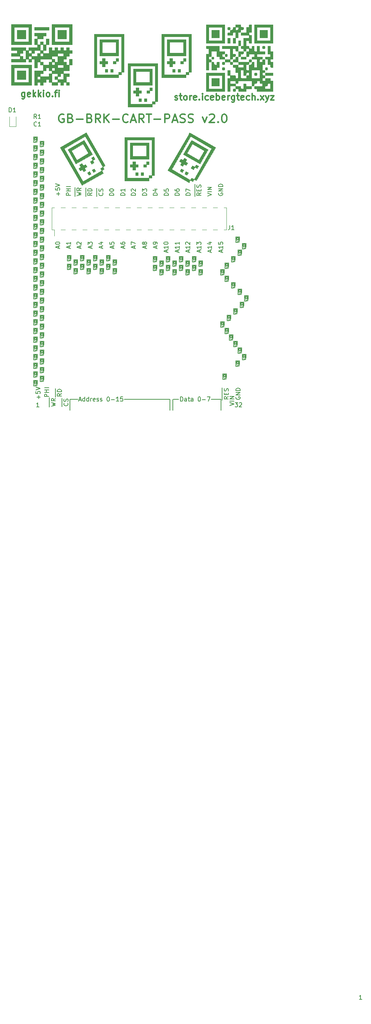
<source format=gto>
G04 #@! TF.GenerationSoftware,KiCad,Pcbnew,(5.1.12)-1*
G04 #@! TF.CreationDate,2023-02-12T19:07:51-08:00*
G04 #@! TF.ProjectId,GB-BRK-CART,47422d42-524b-42d4-9341-52542e6b6963,v1.0*
G04 #@! TF.SameCoordinates,Original*
G04 #@! TF.FileFunction,Legend,Top*
G04 #@! TF.FilePolarity,Positive*
%FSLAX46Y46*%
G04 Gerber Fmt 4.6, Leading zero omitted, Abs format (unit mm)*
G04 Created by KiCad (PCBNEW (5.1.12)-1) date 2023-02-12 19:07:51*
%MOMM*%
%LPD*%
G01*
G04 APERTURE LIST*
%ADD10C,0.300000*%
%ADD11C,0.200000*%
%ADD12C,0.150000*%
%ADD13C,0.010000*%
%ADD14C,0.120000*%
%ADD15C,2.000000*%
%ADD16C,2.300000*%
%ADD17C,7.200000*%
%ADD18R,1.000000X3.150000*%
%ADD19R,0.820000X1.000000*%
%ADD20R,1.000000X0.820000*%
%ADD21R,1.300000X6.000000*%
%ADD22R,1.000000X5.500000*%
G04 APERTURE END LIST*
D10*
X108352285Y-20165142D02*
X108495142Y-20236571D01*
X108780857Y-20236571D01*
X108923714Y-20165142D01*
X108995142Y-20022285D01*
X108995142Y-19950857D01*
X108923714Y-19808000D01*
X108780857Y-19736571D01*
X108566571Y-19736571D01*
X108423714Y-19665142D01*
X108352285Y-19522285D01*
X108352285Y-19450857D01*
X108423714Y-19308000D01*
X108566571Y-19236571D01*
X108780857Y-19236571D01*
X108923714Y-19308000D01*
X109423714Y-19236571D02*
X109995142Y-19236571D01*
X109638000Y-18736571D02*
X109638000Y-20022285D01*
X109709428Y-20165142D01*
X109852285Y-20236571D01*
X109995142Y-20236571D01*
X110709428Y-20236571D02*
X110566571Y-20165142D01*
X110495142Y-20093714D01*
X110423714Y-19950857D01*
X110423714Y-19522285D01*
X110495142Y-19379428D01*
X110566571Y-19308000D01*
X110709428Y-19236571D01*
X110923714Y-19236571D01*
X111066571Y-19308000D01*
X111138000Y-19379428D01*
X111209428Y-19522285D01*
X111209428Y-19950857D01*
X111138000Y-20093714D01*
X111066571Y-20165142D01*
X110923714Y-20236571D01*
X110709428Y-20236571D01*
X111852285Y-20236571D02*
X111852285Y-19236571D01*
X111852285Y-19522285D02*
X111923714Y-19379428D01*
X111995142Y-19308000D01*
X112138000Y-19236571D01*
X112280857Y-19236571D01*
X113352285Y-20165142D02*
X113209428Y-20236571D01*
X112923714Y-20236571D01*
X112780857Y-20165142D01*
X112709428Y-20022285D01*
X112709428Y-19450857D01*
X112780857Y-19308000D01*
X112923714Y-19236571D01*
X113209428Y-19236571D01*
X113352285Y-19308000D01*
X113423714Y-19450857D01*
X113423714Y-19593714D01*
X112709428Y-19736571D01*
X114066571Y-20093714D02*
X114138000Y-20165142D01*
X114066571Y-20236571D01*
X113995142Y-20165142D01*
X114066571Y-20093714D01*
X114066571Y-20236571D01*
X114780857Y-20236571D02*
X114780857Y-19236571D01*
X114780857Y-18736571D02*
X114709428Y-18808000D01*
X114780857Y-18879428D01*
X114852285Y-18808000D01*
X114780857Y-18736571D01*
X114780857Y-18879428D01*
X116138000Y-20165142D02*
X115995142Y-20236571D01*
X115709428Y-20236571D01*
X115566571Y-20165142D01*
X115495142Y-20093714D01*
X115423714Y-19950857D01*
X115423714Y-19522285D01*
X115495142Y-19379428D01*
X115566571Y-19308000D01*
X115709428Y-19236571D01*
X115995142Y-19236571D01*
X116138000Y-19308000D01*
X117352285Y-20165142D02*
X117209428Y-20236571D01*
X116923714Y-20236571D01*
X116780857Y-20165142D01*
X116709428Y-20022285D01*
X116709428Y-19450857D01*
X116780857Y-19308000D01*
X116923714Y-19236571D01*
X117209428Y-19236571D01*
X117352285Y-19308000D01*
X117423714Y-19450857D01*
X117423714Y-19593714D01*
X116709428Y-19736571D01*
X118066571Y-20236571D02*
X118066571Y-18736571D01*
X118066571Y-19308000D02*
X118209428Y-19236571D01*
X118495142Y-19236571D01*
X118638000Y-19308000D01*
X118709428Y-19379428D01*
X118780857Y-19522285D01*
X118780857Y-19950857D01*
X118709428Y-20093714D01*
X118638000Y-20165142D01*
X118495142Y-20236571D01*
X118209428Y-20236571D01*
X118066571Y-20165142D01*
X119995142Y-20165142D02*
X119852285Y-20236571D01*
X119566571Y-20236571D01*
X119423714Y-20165142D01*
X119352285Y-20022285D01*
X119352285Y-19450857D01*
X119423714Y-19308000D01*
X119566571Y-19236571D01*
X119852285Y-19236571D01*
X119995142Y-19308000D01*
X120066571Y-19450857D01*
X120066571Y-19593714D01*
X119352285Y-19736571D01*
X120709428Y-20236571D02*
X120709428Y-19236571D01*
X120709428Y-19522285D02*
X120780857Y-19379428D01*
X120852285Y-19308000D01*
X120995142Y-19236571D01*
X121138000Y-19236571D01*
X122280857Y-19236571D02*
X122280857Y-20450857D01*
X122209428Y-20593714D01*
X122138000Y-20665142D01*
X121995142Y-20736571D01*
X121780857Y-20736571D01*
X121638000Y-20665142D01*
X122280857Y-20165142D02*
X122138000Y-20236571D01*
X121852285Y-20236571D01*
X121709428Y-20165142D01*
X121638000Y-20093714D01*
X121566571Y-19950857D01*
X121566571Y-19522285D01*
X121638000Y-19379428D01*
X121709428Y-19308000D01*
X121852285Y-19236571D01*
X122138000Y-19236571D01*
X122280857Y-19308000D01*
X122780857Y-19236571D02*
X123352285Y-19236571D01*
X122995142Y-18736571D02*
X122995142Y-20022285D01*
X123066571Y-20165142D01*
X123209428Y-20236571D01*
X123352285Y-20236571D01*
X124423714Y-20165142D02*
X124280857Y-20236571D01*
X123995142Y-20236571D01*
X123852285Y-20165142D01*
X123780857Y-20022285D01*
X123780857Y-19450857D01*
X123852285Y-19308000D01*
X123995142Y-19236571D01*
X124280857Y-19236571D01*
X124423714Y-19308000D01*
X124495142Y-19450857D01*
X124495142Y-19593714D01*
X123780857Y-19736571D01*
X125780857Y-20165142D02*
X125638000Y-20236571D01*
X125352285Y-20236571D01*
X125209428Y-20165142D01*
X125138000Y-20093714D01*
X125066571Y-19950857D01*
X125066571Y-19522285D01*
X125138000Y-19379428D01*
X125209428Y-19308000D01*
X125352285Y-19236571D01*
X125638000Y-19236571D01*
X125780857Y-19308000D01*
X126423714Y-20236571D02*
X126423714Y-18736571D01*
X127066571Y-20236571D02*
X127066571Y-19450857D01*
X126995142Y-19308000D01*
X126852285Y-19236571D01*
X126638000Y-19236571D01*
X126495142Y-19308000D01*
X126423714Y-19379428D01*
X127780857Y-20093714D02*
X127852285Y-20165142D01*
X127780857Y-20236571D01*
X127709428Y-20165142D01*
X127780857Y-20093714D01*
X127780857Y-20236571D01*
X128352285Y-20236571D02*
X129138000Y-19236571D01*
X128352285Y-19236571D02*
X129138000Y-20236571D01*
X129566571Y-19236571D02*
X129923714Y-20236571D01*
X130280857Y-19236571D02*
X129923714Y-20236571D01*
X129780857Y-20593714D01*
X129709428Y-20665142D01*
X129566571Y-20736571D01*
X130709428Y-19236571D02*
X131495142Y-19236571D01*
X130709428Y-20236571D01*
X131495142Y-20236571D01*
D11*
X122664000Y-89659095D02*
X122616380Y-89754333D01*
X122616380Y-89897190D01*
X122664000Y-90040047D01*
X122759238Y-90135285D01*
X122854476Y-90182904D01*
X123044952Y-90230523D01*
X123187809Y-90230523D01*
X123378285Y-90182904D01*
X123473523Y-90135285D01*
X123568761Y-90040047D01*
X123616380Y-89897190D01*
X123616380Y-89801952D01*
X123568761Y-89659095D01*
X123521142Y-89611476D01*
X123187809Y-89611476D01*
X123187809Y-89801952D01*
X123616380Y-89182904D02*
X122616380Y-89182904D01*
X123616380Y-88611476D01*
X122616380Y-88611476D01*
X123616380Y-88135285D02*
X122616380Y-88135285D01*
X122616380Y-87897190D01*
X122664000Y-87754333D01*
X122759238Y-87659095D01*
X122854476Y-87611476D01*
X123044952Y-87563857D01*
X123187809Y-87563857D01*
X123378285Y-87611476D01*
X123473523Y-87659095D01*
X123568761Y-87754333D01*
X123616380Y-87897190D01*
X123616380Y-88135285D01*
X121181880Y-91595761D02*
X122181880Y-91262428D01*
X121181880Y-90929095D01*
X122181880Y-90595761D02*
X121181880Y-90595761D01*
X122181880Y-90119571D02*
X121181880Y-90119571D01*
X122181880Y-89548142D01*
X121181880Y-89548142D01*
X119416000Y-90357500D02*
X119416000Y-89357500D01*
X120848380Y-89547976D02*
X120372190Y-89881309D01*
X120848380Y-90119404D02*
X119848380Y-90119404D01*
X119848380Y-89738452D01*
X119896000Y-89643214D01*
X119943619Y-89595595D01*
X120038857Y-89547976D01*
X120181714Y-89547976D01*
X120276952Y-89595595D01*
X120324571Y-89643214D01*
X120372190Y-89738452D01*
X120372190Y-90119404D01*
X119416000Y-89357500D02*
X119416000Y-88452738D01*
X120324571Y-89119404D02*
X120324571Y-88786071D01*
X120848380Y-88643214D02*
X120848380Y-89119404D01*
X119848380Y-89119404D01*
X119848380Y-88643214D01*
X119416000Y-88452738D02*
X119416000Y-87500357D01*
X120800761Y-88262261D02*
X120848380Y-88119404D01*
X120848380Y-87881309D01*
X120800761Y-87786071D01*
X120753142Y-87738452D01*
X120657904Y-87690833D01*
X120562666Y-87690833D01*
X120467428Y-87738452D01*
X120419809Y-87786071D01*
X120372190Y-87881309D01*
X120324571Y-88071785D01*
X120276952Y-88167023D01*
X120229333Y-88214642D01*
X120134095Y-88262261D01*
X120038857Y-88262261D01*
X119943619Y-88214642D01*
X119896000Y-88167023D01*
X119848380Y-88071785D01*
X119848380Y-87833690D01*
X119896000Y-87690833D01*
X76499428Y-90055904D02*
X76499428Y-89294000D01*
X76880380Y-89674952D02*
X76118476Y-89674952D01*
X75880380Y-88341619D02*
X75880380Y-88817809D01*
X76356571Y-88865428D01*
X76308952Y-88817809D01*
X76261333Y-88722571D01*
X76261333Y-88484476D01*
X76308952Y-88389238D01*
X76356571Y-88341619D01*
X76451809Y-88294000D01*
X76689904Y-88294000D01*
X76785142Y-88341619D01*
X76832761Y-88389238D01*
X76880380Y-88484476D01*
X76880380Y-88722571D01*
X76832761Y-88817809D01*
X76785142Y-88865428D01*
X75880380Y-88008285D02*
X76880380Y-87674952D01*
X75880380Y-87341619D01*
X78872380Y-89547904D02*
X77872380Y-89547904D01*
X77872380Y-89166952D01*
X77920000Y-89071714D01*
X77967619Y-89024095D01*
X78062857Y-88976476D01*
X78205714Y-88976476D01*
X78300952Y-89024095D01*
X78348571Y-89071714D01*
X78396190Y-89166952D01*
X78396190Y-89547904D01*
X78872380Y-88547904D02*
X77872380Y-88547904D01*
X78348571Y-88547904D02*
X78348571Y-87976476D01*
X78872380Y-87976476D02*
X77872380Y-87976476D01*
X78872380Y-87500285D02*
X77872380Y-87500285D01*
X81951000Y-91881500D02*
X81951000Y-90881500D01*
X83288142Y-91071976D02*
X83335761Y-91119595D01*
X83383380Y-91262452D01*
X83383380Y-91357690D01*
X83335761Y-91500547D01*
X83240523Y-91595785D01*
X83145285Y-91643404D01*
X82954809Y-91691023D01*
X82811952Y-91691023D01*
X82621476Y-91643404D01*
X82526238Y-91595785D01*
X82431000Y-91500547D01*
X82383380Y-91357690D01*
X82383380Y-91262452D01*
X82431000Y-91119595D01*
X82478619Y-91071976D01*
X81951000Y-90881500D02*
X81951000Y-89929119D01*
X83335761Y-90691023D02*
X83383380Y-90548166D01*
X83383380Y-90310071D01*
X83335761Y-90214833D01*
X83288142Y-90167214D01*
X83192904Y-90119595D01*
X83097666Y-90119595D01*
X83002428Y-90167214D01*
X82954809Y-90214833D01*
X82907190Y-90310071D01*
X82859571Y-90500547D01*
X82811952Y-90595785D01*
X82764333Y-90643404D01*
X82669095Y-90691023D01*
X82573857Y-90691023D01*
X82478619Y-90643404D01*
X82431000Y-90595785D01*
X82383380Y-90500547D01*
X82383380Y-90262452D01*
X82431000Y-90119595D01*
X80427000Y-89659000D02*
X80427000Y-88659000D01*
X81859380Y-88849476D02*
X81383190Y-89182809D01*
X81859380Y-89420904D02*
X80859380Y-89420904D01*
X80859380Y-89039952D01*
X80907000Y-88944714D01*
X80954619Y-88897095D01*
X81049857Y-88849476D01*
X81192714Y-88849476D01*
X81287952Y-88897095D01*
X81335571Y-88944714D01*
X81383190Y-89039952D01*
X81383190Y-89420904D01*
X80427000Y-88659000D02*
X80427000Y-87659000D01*
X81859380Y-88420904D02*
X80859380Y-88420904D01*
X80859380Y-88182809D01*
X80907000Y-88039952D01*
X81002238Y-87944714D01*
X81097476Y-87897095D01*
X81287952Y-87849476D01*
X81430809Y-87849476D01*
X81621285Y-87897095D01*
X81716523Y-87944714D01*
X81811761Y-88039952D01*
X81859380Y-88182809D01*
X81859380Y-88420904D01*
X79030000Y-91945000D02*
X79030000Y-90802142D01*
X79462380Y-91802142D02*
X80462380Y-91564047D01*
X79748095Y-91373571D01*
X80462380Y-91183095D01*
X79462380Y-90945000D01*
X79030000Y-90802142D02*
X79030000Y-89802142D01*
X80462380Y-89992619D02*
X79986190Y-90325952D01*
X80462380Y-90564047D02*
X79462380Y-90564047D01*
X79462380Y-90183095D01*
X79510000Y-90087857D01*
X79557619Y-90040238D01*
X79652857Y-89992619D01*
X79795714Y-89992619D01*
X79890952Y-90040238D01*
X79938571Y-90087857D01*
X79986190Y-90183095D01*
X79986190Y-90564047D01*
D12*
X119126000Y-90170000D02*
X119126000Y-92710000D01*
X116840000Y-90170000D02*
X119126000Y-90170000D01*
D11*
X109662380Y-90622380D02*
X109662380Y-89622380D01*
X109900476Y-89622380D01*
X110043333Y-89670000D01*
X110138571Y-89765238D01*
X110186190Y-89860476D01*
X110233809Y-90050952D01*
X110233809Y-90193809D01*
X110186190Y-90384285D01*
X110138571Y-90479523D01*
X110043333Y-90574761D01*
X109900476Y-90622380D01*
X109662380Y-90622380D01*
X111090952Y-90622380D02*
X111090952Y-90098571D01*
X111043333Y-90003333D01*
X110948095Y-89955714D01*
X110757619Y-89955714D01*
X110662380Y-90003333D01*
X111090952Y-90574761D02*
X110995714Y-90622380D01*
X110757619Y-90622380D01*
X110662380Y-90574761D01*
X110614761Y-90479523D01*
X110614761Y-90384285D01*
X110662380Y-90289047D01*
X110757619Y-90241428D01*
X110995714Y-90241428D01*
X111090952Y-90193809D01*
X111424285Y-89955714D02*
X111805238Y-89955714D01*
X111567142Y-89622380D02*
X111567142Y-90479523D01*
X111614761Y-90574761D01*
X111710000Y-90622380D01*
X111805238Y-90622380D01*
X112567142Y-90622380D02*
X112567142Y-90098571D01*
X112519523Y-90003333D01*
X112424285Y-89955714D01*
X112233809Y-89955714D01*
X112138571Y-90003333D01*
X112567142Y-90574761D02*
X112471904Y-90622380D01*
X112233809Y-90622380D01*
X112138571Y-90574761D01*
X112090952Y-90479523D01*
X112090952Y-90384285D01*
X112138571Y-90289047D01*
X112233809Y-90241428D01*
X112471904Y-90241428D01*
X112567142Y-90193809D01*
X113995714Y-89622380D02*
X114090952Y-89622380D01*
X114186190Y-89670000D01*
X114233809Y-89717619D01*
X114281428Y-89812857D01*
X114329047Y-90003333D01*
X114329047Y-90241428D01*
X114281428Y-90431904D01*
X114233809Y-90527142D01*
X114186190Y-90574761D01*
X114090952Y-90622380D01*
X113995714Y-90622380D01*
X113900476Y-90574761D01*
X113852857Y-90527142D01*
X113805238Y-90431904D01*
X113757619Y-90241428D01*
X113757619Y-90003333D01*
X113805238Y-89812857D01*
X113852857Y-89717619D01*
X113900476Y-89670000D01*
X113995714Y-89622380D01*
X114757619Y-90241428D02*
X115519523Y-90241428D01*
X115900476Y-89622380D02*
X116567142Y-89622380D01*
X116138571Y-90622380D01*
D12*
X107950000Y-90170000D02*
X109220000Y-90170000D01*
X107886500Y-92710000D02*
X107886500Y-90170000D01*
X83820000Y-90170000D02*
X85725000Y-90170000D01*
X83820000Y-92710000D02*
X83820000Y-90170000D01*
X107188000Y-90170000D02*
X107188000Y-92710000D01*
X96520000Y-90170000D02*
X107188000Y-90170000D01*
D11*
X85961428Y-90336666D02*
X86437619Y-90336666D01*
X85866190Y-90622380D02*
X86199523Y-89622380D01*
X86532857Y-90622380D01*
X87294761Y-90622380D02*
X87294761Y-89622380D01*
X87294761Y-90574761D02*
X87199523Y-90622380D01*
X87009047Y-90622380D01*
X86913809Y-90574761D01*
X86866190Y-90527142D01*
X86818571Y-90431904D01*
X86818571Y-90146190D01*
X86866190Y-90050952D01*
X86913809Y-90003333D01*
X87009047Y-89955714D01*
X87199523Y-89955714D01*
X87294761Y-90003333D01*
X88199523Y-90622380D02*
X88199523Y-89622380D01*
X88199523Y-90574761D02*
X88104285Y-90622380D01*
X87913809Y-90622380D01*
X87818571Y-90574761D01*
X87770952Y-90527142D01*
X87723333Y-90431904D01*
X87723333Y-90146190D01*
X87770952Y-90050952D01*
X87818571Y-90003333D01*
X87913809Y-89955714D01*
X88104285Y-89955714D01*
X88199523Y-90003333D01*
X88675714Y-90622380D02*
X88675714Y-89955714D01*
X88675714Y-90146190D02*
X88723333Y-90050952D01*
X88770952Y-90003333D01*
X88866190Y-89955714D01*
X88961428Y-89955714D01*
X89675714Y-90574761D02*
X89580476Y-90622380D01*
X89390000Y-90622380D01*
X89294761Y-90574761D01*
X89247142Y-90479523D01*
X89247142Y-90098571D01*
X89294761Y-90003333D01*
X89390000Y-89955714D01*
X89580476Y-89955714D01*
X89675714Y-90003333D01*
X89723333Y-90098571D01*
X89723333Y-90193809D01*
X89247142Y-90289047D01*
X90104285Y-90574761D02*
X90199523Y-90622380D01*
X90390000Y-90622380D01*
X90485238Y-90574761D01*
X90532857Y-90479523D01*
X90532857Y-90431904D01*
X90485238Y-90336666D01*
X90390000Y-90289047D01*
X90247142Y-90289047D01*
X90151904Y-90241428D01*
X90104285Y-90146190D01*
X90104285Y-90098571D01*
X90151904Y-90003333D01*
X90247142Y-89955714D01*
X90390000Y-89955714D01*
X90485238Y-90003333D01*
X90913809Y-90574761D02*
X91009047Y-90622380D01*
X91199523Y-90622380D01*
X91294761Y-90574761D01*
X91342380Y-90479523D01*
X91342380Y-90431904D01*
X91294761Y-90336666D01*
X91199523Y-90289047D01*
X91056666Y-90289047D01*
X90961428Y-90241428D01*
X90913809Y-90146190D01*
X90913809Y-90098571D01*
X90961428Y-90003333D01*
X91056666Y-89955714D01*
X91199523Y-89955714D01*
X91294761Y-90003333D01*
X92723333Y-89622380D02*
X92818571Y-89622380D01*
X92913809Y-89670000D01*
X92961428Y-89717619D01*
X93009047Y-89812857D01*
X93056666Y-90003333D01*
X93056666Y-90241428D01*
X93009047Y-90431904D01*
X92961428Y-90527142D01*
X92913809Y-90574761D01*
X92818571Y-90622380D01*
X92723333Y-90622380D01*
X92628095Y-90574761D01*
X92580476Y-90527142D01*
X92532857Y-90431904D01*
X92485238Y-90241428D01*
X92485238Y-90003333D01*
X92532857Y-89812857D01*
X92580476Y-89717619D01*
X92628095Y-89670000D01*
X92723333Y-89622380D01*
X93485238Y-90241428D02*
X94247142Y-90241428D01*
X95247142Y-90622380D02*
X94675714Y-90622380D01*
X94961428Y-90622380D02*
X94961428Y-89622380D01*
X94866190Y-89765238D01*
X94770952Y-89860476D01*
X94675714Y-89908095D01*
X96151904Y-89622380D02*
X95675714Y-89622380D01*
X95628095Y-90098571D01*
X95675714Y-90050952D01*
X95770952Y-90003333D01*
X96009047Y-90003333D01*
X96104285Y-90050952D01*
X96151904Y-90098571D01*
X96199523Y-90193809D01*
X96199523Y-90431904D01*
X96151904Y-90527142D01*
X96104285Y-90574761D01*
X96009047Y-90622380D01*
X95770952Y-90622380D01*
X95675714Y-90574761D01*
X95628095Y-90527142D01*
D10*
X73247714Y-18474571D02*
X73247714Y-19688857D01*
X73176285Y-19831714D01*
X73104857Y-19903142D01*
X72962000Y-19974571D01*
X72747714Y-19974571D01*
X72604857Y-19903142D01*
X73247714Y-19403142D02*
X73104857Y-19474571D01*
X72819142Y-19474571D01*
X72676285Y-19403142D01*
X72604857Y-19331714D01*
X72533428Y-19188857D01*
X72533428Y-18760285D01*
X72604857Y-18617428D01*
X72676285Y-18546000D01*
X72819142Y-18474571D01*
X73104857Y-18474571D01*
X73247714Y-18546000D01*
X74533428Y-19403142D02*
X74390571Y-19474571D01*
X74104857Y-19474571D01*
X73962000Y-19403142D01*
X73890571Y-19260285D01*
X73890571Y-18688857D01*
X73962000Y-18546000D01*
X74104857Y-18474571D01*
X74390571Y-18474571D01*
X74533428Y-18546000D01*
X74604857Y-18688857D01*
X74604857Y-18831714D01*
X73890571Y-18974571D01*
X75247714Y-19474571D02*
X75247714Y-17974571D01*
X75390571Y-18903142D02*
X75819142Y-19474571D01*
X75819142Y-18474571D02*
X75247714Y-19046000D01*
X76462000Y-19474571D02*
X76462000Y-17974571D01*
X76604857Y-18903142D02*
X77033428Y-19474571D01*
X77033428Y-18474571D02*
X76462000Y-19046000D01*
X77676285Y-19474571D02*
X77676285Y-18474571D01*
X77676285Y-17974571D02*
X77604857Y-18046000D01*
X77676285Y-18117428D01*
X77747714Y-18046000D01*
X77676285Y-17974571D01*
X77676285Y-18117428D01*
X78604857Y-19474571D02*
X78462000Y-19403142D01*
X78390571Y-19331714D01*
X78319142Y-19188857D01*
X78319142Y-18760285D01*
X78390571Y-18617428D01*
X78462000Y-18546000D01*
X78604857Y-18474571D01*
X78819142Y-18474571D01*
X78962000Y-18546000D01*
X79033428Y-18617428D01*
X79104857Y-18760285D01*
X79104857Y-19188857D01*
X79033428Y-19331714D01*
X78962000Y-19403142D01*
X78819142Y-19474571D01*
X78604857Y-19474571D01*
X79747714Y-19331714D02*
X79819142Y-19403142D01*
X79747714Y-19474571D01*
X79676285Y-19403142D01*
X79747714Y-19331714D01*
X79747714Y-19474571D01*
X80247714Y-18474571D02*
X80819142Y-18474571D01*
X80462000Y-19474571D02*
X80462000Y-18188857D01*
X80533428Y-18046000D01*
X80676285Y-17974571D01*
X80819142Y-17974571D01*
X81319142Y-19474571D02*
X81319142Y-18474571D01*
X81319142Y-17974571D02*
X81247714Y-18046000D01*
X81319142Y-18117428D01*
X81390571Y-18046000D01*
X81319142Y-17974571D01*
X81319142Y-18117428D01*
D11*
X115952380Y-42674761D02*
X116952380Y-42341428D01*
X115952380Y-42008095D01*
X116952380Y-41674761D02*
X115952380Y-41674761D01*
X116952380Y-41198571D02*
X115952380Y-41198571D01*
X116952380Y-40627142D01*
X115952380Y-40627142D01*
X113020000Y-42770000D02*
X113020000Y-41770000D01*
X114452380Y-41960476D02*
X113976190Y-42293809D01*
X114452380Y-42531904D02*
X113452380Y-42531904D01*
X113452380Y-42150952D01*
X113500000Y-42055714D01*
X113547619Y-42008095D01*
X113642857Y-41960476D01*
X113785714Y-41960476D01*
X113880952Y-42008095D01*
X113928571Y-42055714D01*
X113976190Y-42150952D01*
X113976190Y-42531904D01*
X113020000Y-41770000D02*
X113020000Y-40865238D01*
X113928571Y-41531904D02*
X113928571Y-41198571D01*
X114452380Y-41055714D02*
X114452380Y-41531904D01*
X113452380Y-41531904D01*
X113452380Y-41055714D01*
X113020000Y-40865238D02*
X113020000Y-39912857D01*
X114404761Y-40674761D02*
X114452380Y-40531904D01*
X114452380Y-40293809D01*
X114404761Y-40198571D01*
X114357142Y-40150952D01*
X114261904Y-40103333D01*
X114166666Y-40103333D01*
X114071428Y-40150952D01*
X114023809Y-40198571D01*
X113976190Y-40293809D01*
X113928571Y-40484285D01*
X113880952Y-40579523D01*
X113833333Y-40627142D01*
X113738095Y-40674761D01*
X113642857Y-40674761D01*
X113547619Y-40627142D01*
X113500000Y-40579523D01*
X113452380Y-40484285D01*
X113452380Y-40246190D01*
X113500000Y-40103333D01*
X111952380Y-42531904D02*
X110952380Y-42531904D01*
X110952380Y-42293809D01*
X111000000Y-42150952D01*
X111095238Y-42055714D01*
X111190476Y-42008095D01*
X111380952Y-41960476D01*
X111523809Y-41960476D01*
X111714285Y-42008095D01*
X111809523Y-42055714D01*
X111904761Y-42150952D01*
X111952380Y-42293809D01*
X111952380Y-42531904D01*
X110952380Y-41627142D02*
X110952380Y-40960476D01*
X111952380Y-41389047D01*
X109352380Y-42531904D02*
X108352380Y-42531904D01*
X108352380Y-42293809D01*
X108400000Y-42150952D01*
X108495238Y-42055714D01*
X108590476Y-42008095D01*
X108780952Y-41960476D01*
X108923809Y-41960476D01*
X109114285Y-42008095D01*
X109209523Y-42055714D01*
X109304761Y-42150952D01*
X109352380Y-42293809D01*
X109352380Y-42531904D01*
X108352380Y-41103333D02*
X108352380Y-41293809D01*
X108400000Y-41389047D01*
X108447619Y-41436666D01*
X108590476Y-41531904D01*
X108780952Y-41579523D01*
X109161904Y-41579523D01*
X109257142Y-41531904D01*
X109304761Y-41484285D01*
X109352380Y-41389047D01*
X109352380Y-41198571D01*
X109304761Y-41103333D01*
X109257142Y-41055714D01*
X109161904Y-41008095D01*
X108923809Y-41008095D01*
X108828571Y-41055714D01*
X108780952Y-41103333D01*
X108733333Y-41198571D01*
X108733333Y-41389047D01*
X108780952Y-41484285D01*
X108828571Y-41531904D01*
X108923809Y-41579523D01*
X106852380Y-42531904D02*
X105852380Y-42531904D01*
X105852380Y-42293809D01*
X105900000Y-42150952D01*
X105995238Y-42055714D01*
X106090476Y-42008095D01*
X106280952Y-41960476D01*
X106423809Y-41960476D01*
X106614285Y-42008095D01*
X106709523Y-42055714D01*
X106804761Y-42150952D01*
X106852380Y-42293809D01*
X106852380Y-42531904D01*
X105852380Y-41055714D02*
X105852380Y-41531904D01*
X106328571Y-41579523D01*
X106280952Y-41531904D01*
X106233333Y-41436666D01*
X106233333Y-41198571D01*
X106280952Y-41103333D01*
X106328571Y-41055714D01*
X106423809Y-41008095D01*
X106661904Y-41008095D01*
X106757142Y-41055714D01*
X106804761Y-41103333D01*
X106852380Y-41198571D01*
X106852380Y-41436666D01*
X106804761Y-41531904D01*
X106757142Y-41579523D01*
X104252380Y-42531904D02*
X103252380Y-42531904D01*
X103252380Y-42293809D01*
X103300000Y-42150952D01*
X103395238Y-42055714D01*
X103490476Y-42008095D01*
X103680952Y-41960476D01*
X103823809Y-41960476D01*
X104014285Y-42008095D01*
X104109523Y-42055714D01*
X104204761Y-42150952D01*
X104252380Y-42293809D01*
X104252380Y-42531904D01*
X103585714Y-41103333D02*
X104252380Y-41103333D01*
X103204761Y-41341428D02*
X103919047Y-41579523D01*
X103919047Y-40960476D01*
X101752380Y-42531904D02*
X100752380Y-42531904D01*
X100752380Y-42293809D01*
X100800000Y-42150952D01*
X100895238Y-42055714D01*
X100990476Y-42008095D01*
X101180952Y-41960476D01*
X101323809Y-41960476D01*
X101514285Y-42008095D01*
X101609523Y-42055714D01*
X101704761Y-42150952D01*
X101752380Y-42293809D01*
X101752380Y-42531904D01*
X100752380Y-41627142D02*
X100752380Y-41008095D01*
X101133333Y-41341428D01*
X101133333Y-41198571D01*
X101180952Y-41103333D01*
X101228571Y-41055714D01*
X101323809Y-41008095D01*
X101561904Y-41008095D01*
X101657142Y-41055714D01*
X101704761Y-41103333D01*
X101752380Y-41198571D01*
X101752380Y-41484285D01*
X101704761Y-41579523D01*
X101657142Y-41627142D01*
X99152380Y-42531904D02*
X98152380Y-42531904D01*
X98152380Y-42293809D01*
X98200000Y-42150952D01*
X98295238Y-42055714D01*
X98390476Y-42008095D01*
X98580952Y-41960476D01*
X98723809Y-41960476D01*
X98914285Y-42008095D01*
X99009523Y-42055714D01*
X99104761Y-42150952D01*
X99152380Y-42293809D01*
X99152380Y-42531904D01*
X98247619Y-41579523D02*
X98200000Y-41531904D01*
X98152380Y-41436666D01*
X98152380Y-41198571D01*
X98200000Y-41103333D01*
X98247619Y-41055714D01*
X98342857Y-41008095D01*
X98438095Y-41008095D01*
X98580952Y-41055714D01*
X99152380Y-41627142D01*
X99152380Y-41008095D01*
X96652380Y-42531904D02*
X95652380Y-42531904D01*
X95652380Y-42293809D01*
X95700000Y-42150952D01*
X95795238Y-42055714D01*
X95890476Y-42008095D01*
X96080952Y-41960476D01*
X96223809Y-41960476D01*
X96414285Y-42008095D01*
X96509523Y-42055714D01*
X96604761Y-42150952D01*
X96652380Y-42293809D01*
X96652380Y-42531904D01*
X96652380Y-41008095D02*
X96652380Y-41579523D01*
X96652380Y-41293809D02*
X95652380Y-41293809D01*
X95795238Y-41389047D01*
X95890476Y-41484285D01*
X95938095Y-41579523D01*
X94052380Y-42531904D02*
X93052380Y-42531904D01*
X93052380Y-42293809D01*
X93100000Y-42150952D01*
X93195238Y-42055714D01*
X93290476Y-42008095D01*
X93480952Y-41960476D01*
X93623809Y-41960476D01*
X93814285Y-42008095D01*
X93909523Y-42055714D01*
X94004761Y-42150952D01*
X94052380Y-42293809D01*
X94052380Y-42531904D01*
X93052380Y-41341428D02*
X93052380Y-41246190D01*
X93100000Y-41150952D01*
X93147619Y-41103333D01*
X93242857Y-41055714D01*
X93433333Y-41008095D01*
X93671428Y-41008095D01*
X93861904Y-41055714D01*
X93957142Y-41103333D01*
X94004761Y-41150952D01*
X94052380Y-41246190D01*
X94052380Y-41341428D01*
X94004761Y-41436666D01*
X93957142Y-41484285D01*
X93861904Y-41531904D01*
X93671428Y-41579523D01*
X93433333Y-41579523D01*
X93242857Y-41531904D01*
X93147619Y-41484285D01*
X93100000Y-41436666D01*
X93052380Y-41341428D01*
X90120000Y-42770000D02*
X90120000Y-41770000D01*
X91457142Y-41960476D02*
X91504761Y-42008095D01*
X91552380Y-42150952D01*
X91552380Y-42246190D01*
X91504761Y-42389047D01*
X91409523Y-42484285D01*
X91314285Y-42531904D01*
X91123809Y-42579523D01*
X90980952Y-42579523D01*
X90790476Y-42531904D01*
X90695238Y-42484285D01*
X90600000Y-42389047D01*
X90552380Y-42246190D01*
X90552380Y-42150952D01*
X90600000Y-42008095D01*
X90647619Y-41960476D01*
X90120000Y-41770000D02*
X90120000Y-40817619D01*
X91504761Y-41579523D02*
X91552380Y-41436666D01*
X91552380Y-41198571D01*
X91504761Y-41103333D01*
X91457142Y-41055714D01*
X91361904Y-41008095D01*
X91266666Y-41008095D01*
X91171428Y-41055714D01*
X91123809Y-41103333D01*
X91076190Y-41198571D01*
X91028571Y-41389047D01*
X90980952Y-41484285D01*
X90933333Y-41531904D01*
X90838095Y-41579523D01*
X90742857Y-41579523D01*
X90647619Y-41531904D01*
X90600000Y-41484285D01*
X90552380Y-41389047D01*
X90552380Y-41150952D01*
X90600000Y-41008095D01*
X87520000Y-42770000D02*
X87520000Y-41770000D01*
X88952380Y-41960476D02*
X88476190Y-42293809D01*
X88952380Y-42531904D02*
X87952380Y-42531904D01*
X87952380Y-42150952D01*
X88000000Y-42055714D01*
X88047619Y-42008095D01*
X88142857Y-41960476D01*
X88285714Y-41960476D01*
X88380952Y-42008095D01*
X88428571Y-42055714D01*
X88476190Y-42150952D01*
X88476190Y-42531904D01*
X87520000Y-41770000D02*
X87520000Y-40770000D01*
X88952380Y-41531904D02*
X87952380Y-41531904D01*
X87952380Y-41293809D01*
X88000000Y-41150952D01*
X88095238Y-41055714D01*
X88190476Y-41008095D01*
X88380952Y-40960476D01*
X88523809Y-40960476D01*
X88714285Y-41008095D01*
X88809523Y-41055714D01*
X88904761Y-41150952D01*
X88952380Y-41293809D01*
X88952380Y-41531904D01*
X85020000Y-42770000D02*
X85020000Y-41627142D01*
X85452380Y-42627142D02*
X86452380Y-42389047D01*
X85738095Y-42198571D01*
X86452380Y-42008095D01*
X85452380Y-41770000D01*
X85020000Y-41627142D02*
X85020000Y-40627142D01*
X86452380Y-40817619D02*
X85976190Y-41150952D01*
X86452380Y-41389047D02*
X85452380Y-41389047D01*
X85452380Y-41008095D01*
X85500000Y-40912857D01*
X85547619Y-40865238D01*
X85642857Y-40817619D01*
X85785714Y-40817619D01*
X85880952Y-40865238D01*
X85928571Y-40912857D01*
X85976190Y-41008095D01*
X85976190Y-41389047D01*
D10*
X82361809Y-23638000D02*
X82171333Y-23542761D01*
X81885619Y-23542761D01*
X81599904Y-23638000D01*
X81409428Y-23828476D01*
X81314190Y-24018952D01*
X81218952Y-24399904D01*
X81218952Y-24685619D01*
X81314190Y-25066571D01*
X81409428Y-25257047D01*
X81599904Y-25447523D01*
X81885619Y-25542761D01*
X82076095Y-25542761D01*
X82361809Y-25447523D01*
X82457047Y-25352285D01*
X82457047Y-24685619D01*
X82076095Y-24685619D01*
X83980857Y-24495142D02*
X84266571Y-24590380D01*
X84361809Y-24685619D01*
X84457047Y-24876095D01*
X84457047Y-25161809D01*
X84361809Y-25352285D01*
X84266571Y-25447523D01*
X84076095Y-25542761D01*
X83314190Y-25542761D01*
X83314190Y-23542761D01*
X83980857Y-23542761D01*
X84171333Y-23638000D01*
X84266571Y-23733238D01*
X84361809Y-23923714D01*
X84361809Y-24114190D01*
X84266571Y-24304666D01*
X84171333Y-24399904D01*
X83980857Y-24495142D01*
X83314190Y-24495142D01*
X85314190Y-24780857D02*
X86838000Y-24780857D01*
X88457047Y-24495142D02*
X88742761Y-24590380D01*
X88838000Y-24685619D01*
X88933238Y-24876095D01*
X88933238Y-25161809D01*
X88838000Y-25352285D01*
X88742761Y-25447523D01*
X88552285Y-25542761D01*
X87790380Y-25542761D01*
X87790380Y-23542761D01*
X88457047Y-23542761D01*
X88647523Y-23638000D01*
X88742761Y-23733238D01*
X88838000Y-23923714D01*
X88838000Y-24114190D01*
X88742761Y-24304666D01*
X88647523Y-24399904D01*
X88457047Y-24495142D01*
X87790380Y-24495142D01*
X90933238Y-25542761D02*
X90266571Y-24590380D01*
X89790380Y-25542761D02*
X89790380Y-23542761D01*
X90552285Y-23542761D01*
X90742761Y-23638000D01*
X90838000Y-23733238D01*
X90933238Y-23923714D01*
X90933238Y-24209428D01*
X90838000Y-24399904D01*
X90742761Y-24495142D01*
X90552285Y-24590380D01*
X89790380Y-24590380D01*
X91790380Y-25542761D02*
X91790380Y-23542761D01*
X92933238Y-25542761D02*
X92076095Y-24399904D01*
X92933238Y-23542761D02*
X91790380Y-24685619D01*
X93790380Y-24780857D02*
X95314190Y-24780857D01*
X97409428Y-25352285D02*
X97314190Y-25447523D01*
X97028476Y-25542761D01*
X96838000Y-25542761D01*
X96552285Y-25447523D01*
X96361809Y-25257047D01*
X96266571Y-25066571D01*
X96171333Y-24685619D01*
X96171333Y-24399904D01*
X96266571Y-24018952D01*
X96361809Y-23828476D01*
X96552285Y-23638000D01*
X96838000Y-23542761D01*
X97028476Y-23542761D01*
X97314190Y-23638000D01*
X97409428Y-23733238D01*
X98171333Y-24971333D02*
X99123714Y-24971333D01*
X97980857Y-25542761D02*
X98647523Y-23542761D01*
X99314190Y-25542761D01*
X101123714Y-25542761D02*
X100457047Y-24590380D01*
X99980857Y-25542761D02*
X99980857Y-23542761D01*
X100742761Y-23542761D01*
X100933238Y-23638000D01*
X101028476Y-23733238D01*
X101123714Y-23923714D01*
X101123714Y-24209428D01*
X101028476Y-24399904D01*
X100933238Y-24495142D01*
X100742761Y-24590380D01*
X99980857Y-24590380D01*
X101695142Y-23542761D02*
X102838000Y-23542761D01*
X102266571Y-25542761D02*
X102266571Y-23542761D01*
X103504666Y-24780857D02*
X105028476Y-24780857D01*
X105980857Y-25542761D02*
X105980857Y-23542761D01*
X106742761Y-23542761D01*
X106933238Y-23638000D01*
X107028476Y-23733238D01*
X107123714Y-23923714D01*
X107123714Y-24209428D01*
X107028476Y-24399904D01*
X106933238Y-24495142D01*
X106742761Y-24590380D01*
X105980857Y-24590380D01*
X107885619Y-24971333D02*
X108838000Y-24971333D01*
X107695142Y-25542761D02*
X108361809Y-23542761D01*
X109028476Y-25542761D01*
X109599904Y-25447523D02*
X109885619Y-25542761D01*
X110361809Y-25542761D01*
X110552285Y-25447523D01*
X110647523Y-25352285D01*
X110742761Y-25161809D01*
X110742761Y-24971333D01*
X110647523Y-24780857D01*
X110552285Y-24685619D01*
X110361809Y-24590380D01*
X109980857Y-24495142D01*
X109790380Y-24399904D01*
X109695142Y-24304666D01*
X109599904Y-24114190D01*
X109599904Y-23923714D01*
X109695142Y-23733238D01*
X109790380Y-23638000D01*
X109980857Y-23542761D01*
X110457047Y-23542761D01*
X110742761Y-23638000D01*
X111504666Y-25447523D02*
X111790380Y-25542761D01*
X112266571Y-25542761D01*
X112457047Y-25447523D01*
X112552285Y-25352285D01*
X112647523Y-25161809D01*
X112647523Y-24971333D01*
X112552285Y-24780857D01*
X112457047Y-24685619D01*
X112266571Y-24590380D01*
X111885619Y-24495142D01*
X111695142Y-24399904D01*
X111599904Y-24304666D01*
X111504666Y-24114190D01*
X111504666Y-23923714D01*
X111599904Y-23733238D01*
X111695142Y-23638000D01*
X111885619Y-23542761D01*
X112361809Y-23542761D01*
X112647523Y-23638000D01*
X114838000Y-24209428D02*
X115314190Y-25542761D01*
X115790380Y-24209428D01*
X116457047Y-23733238D02*
X116552285Y-23638000D01*
X116742761Y-23542761D01*
X117218952Y-23542761D01*
X117409428Y-23638000D01*
X117504666Y-23733238D01*
X117599904Y-23923714D01*
X117599904Y-24114190D01*
X117504666Y-24399904D01*
X116361809Y-25542761D01*
X117599904Y-25542761D01*
X118457047Y-25352285D02*
X118552285Y-25447523D01*
X118457047Y-25542761D01*
X118361809Y-25447523D01*
X118457047Y-25352285D01*
X118457047Y-25542761D01*
X119790380Y-23542761D02*
X119980857Y-23542761D01*
X120171333Y-23638000D01*
X120266571Y-23733238D01*
X120361809Y-23923714D01*
X120457047Y-24304666D01*
X120457047Y-24780857D01*
X120361809Y-25161809D01*
X120266571Y-25352285D01*
X120171333Y-25447523D01*
X119980857Y-25542761D01*
X119790380Y-25542761D01*
X119599904Y-25447523D01*
X119504666Y-25352285D01*
X119409428Y-25161809D01*
X119314190Y-24780857D01*
X119314190Y-24304666D01*
X119409428Y-23923714D01*
X119504666Y-23733238D01*
X119599904Y-23638000D01*
X119790380Y-23542761D01*
D11*
X119266666Y-55801428D02*
X119266666Y-55325238D01*
X119552380Y-55896666D02*
X118552380Y-55563333D01*
X119552380Y-55230000D01*
X119552380Y-54372857D02*
X119552380Y-54944285D01*
X119552380Y-54658571D02*
X118552380Y-54658571D01*
X118695238Y-54753809D01*
X118790476Y-54849047D01*
X118838095Y-54944285D01*
X118552380Y-53468095D02*
X118552380Y-53944285D01*
X119028571Y-53991904D01*
X118980952Y-53944285D01*
X118933333Y-53849047D01*
X118933333Y-53610952D01*
X118980952Y-53515714D01*
X119028571Y-53468095D01*
X119123809Y-53420476D01*
X119361904Y-53420476D01*
X119457142Y-53468095D01*
X119504761Y-53515714D01*
X119552380Y-53610952D01*
X119552380Y-53849047D01*
X119504761Y-53944285D01*
X119457142Y-53991904D01*
X116666666Y-55801428D02*
X116666666Y-55325238D01*
X116952380Y-55896666D02*
X115952380Y-55563333D01*
X116952380Y-55230000D01*
X116952380Y-54372857D02*
X116952380Y-54944285D01*
X116952380Y-54658571D02*
X115952380Y-54658571D01*
X116095238Y-54753809D01*
X116190476Y-54849047D01*
X116238095Y-54944285D01*
X116285714Y-53515714D02*
X116952380Y-53515714D01*
X115904761Y-53753809D02*
X116619047Y-53991904D01*
X116619047Y-53372857D01*
X114166666Y-55801428D02*
X114166666Y-55325238D01*
X114452380Y-55896666D02*
X113452380Y-55563333D01*
X114452380Y-55230000D01*
X114452380Y-54372857D02*
X114452380Y-54944285D01*
X114452380Y-54658571D02*
X113452380Y-54658571D01*
X113595238Y-54753809D01*
X113690476Y-54849047D01*
X113738095Y-54944285D01*
X113452380Y-54039523D02*
X113452380Y-53420476D01*
X113833333Y-53753809D01*
X113833333Y-53610952D01*
X113880952Y-53515714D01*
X113928571Y-53468095D01*
X114023809Y-53420476D01*
X114261904Y-53420476D01*
X114357142Y-53468095D01*
X114404761Y-53515714D01*
X114452380Y-53610952D01*
X114452380Y-53896666D01*
X114404761Y-53991904D01*
X114357142Y-54039523D01*
X111566666Y-55801428D02*
X111566666Y-55325238D01*
X111852380Y-55896666D02*
X110852380Y-55563333D01*
X111852380Y-55230000D01*
X111852380Y-54372857D02*
X111852380Y-54944285D01*
X111852380Y-54658571D02*
X110852380Y-54658571D01*
X110995238Y-54753809D01*
X111090476Y-54849047D01*
X111138095Y-54944285D01*
X110947619Y-53991904D02*
X110900000Y-53944285D01*
X110852380Y-53849047D01*
X110852380Y-53610952D01*
X110900000Y-53515714D01*
X110947619Y-53468095D01*
X111042857Y-53420476D01*
X111138095Y-53420476D01*
X111280952Y-53468095D01*
X111852380Y-54039523D01*
X111852380Y-53420476D01*
X109066666Y-55801428D02*
X109066666Y-55325238D01*
X109352380Y-55896666D02*
X108352380Y-55563333D01*
X109352380Y-55230000D01*
X109352380Y-54372857D02*
X109352380Y-54944285D01*
X109352380Y-54658571D02*
X108352380Y-54658571D01*
X108495238Y-54753809D01*
X108590476Y-54849047D01*
X108638095Y-54944285D01*
X109352380Y-53420476D02*
X109352380Y-53991904D01*
X109352380Y-53706190D02*
X108352380Y-53706190D01*
X108495238Y-53801428D01*
X108590476Y-53896666D01*
X108638095Y-53991904D01*
X106466666Y-55801428D02*
X106466666Y-55325238D01*
X106752380Y-55896666D02*
X105752380Y-55563333D01*
X106752380Y-55230000D01*
X106752380Y-54372857D02*
X106752380Y-54944285D01*
X106752380Y-54658571D02*
X105752380Y-54658571D01*
X105895238Y-54753809D01*
X105990476Y-54849047D01*
X106038095Y-54944285D01*
X105752380Y-53753809D02*
X105752380Y-53658571D01*
X105800000Y-53563333D01*
X105847619Y-53515714D01*
X105942857Y-53468095D01*
X106133333Y-53420476D01*
X106371428Y-53420476D01*
X106561904Y-53468095D01*
X106657142Y-53515714D01*
X106704761Y-53563333D01*
X106752380Y-53658571D01*
X106752380Y-53753809D01*
X106704761Y-53849047D01*
X106657142Y-53896666D01*
X106561904Y-53944285D01*
X106371428Y-53991904D01*
X106133333Y-53991904D01*
X105942857Y-53944285D01*
X105847619Y-53896666D01*
X105800000Y-53849047D01*
X105752380Y-53753809D01*
X103966666Y-54849047D02*
X103966666Y-54372857D01*
X104252380Y-54944285D02*
X103252380Y-54610952D01*
X104252380Y-54277619D01*
X104252380Y-53896666D02*
X104252380Y-53706190D01*
X104204761Y-53610952D01*
X104157142Y-53563333D01*
X104014285Y-53468095D01*
X103823809Y-53420476D01*
X103442857Y-53420476D01*
X103347619Y-53468095D01*
X103300000Y-53515714D01*
X103252380Y-53610952D01*
X103252380Y-53801428D01*
X103300000Y-53896666D01*
X103347619Y-53944285D01*
X103442857Y-53991904D01*
X103680952Y-53991904D01*
X103776190Y-53944285D01*
X103823809Y-53896666D01*
X103871428Y-53801428D01*
X103871428Y-53610952D01*
X103823809Y-53515714D01*
X103776190Y-53468095D01*
X103680952Y-53420476D01*
X101466666Y-54849047D02*
X101466666Y-54372857D01*
X101752380Y-54944285D02*
X100752380Y-54610952D01*
X101752380Y-54277619D01*
X101180952Y-53801428D02*
X101133333Y-53896666D01*
X101085714Y-53944285D01*
X100990476Y-53991904D01*
X100942857Y-53991904D01*
X100847619Y-53944285D01*
X100800000Y-53896666D01*
X100752380Y-53801428D01*
X100752380Y-53610952D01*
X100800000Y-53515714D01*
X100847619Y-53468095D01*
X100942857Y-53420476D01*
X100990476Y-53420476D01*
X101085714Y-53468095D01*
X101133333Y-53515714D01*
X101180952Y-53610952D01*
X101180952Y-53801428D01*
X101228571Y-53896666D01*
X101276190Y-53944285D01*
X101371428Y-53991904D01*
X101561904Y-53991904D01*
X101657142Y-53944285D01*
X101704761Y-53896666D01*
X101752380Y-53801428D01*
X101752380Y-53610952D01*
X101704761Y-53515714D01*
X101657142Y-53468095D01*
X101561904Y-53420476D01*
X101371428Y-53420476D01*
X101276190Y-53468095D01*
X101228571Y-53515714D01*
X101180952Y-53610952D01*
X98866666Y-54849047D02*
X98866666Y-54372857D01*
X99152380Y-54944285D02*
X98152380Y-54610952D01*
X99152380Y-54277619D01*
X98152380Y-54039523D02*
X98152380Y-53372857D01*
X99152380Y-53801428D01*
X96366666Y-54849047D02*
X96366666Y-54372857D01*
X96652380Y-54944285D02*
X95652380Y-54610952D01*
X96652380Y-54277619D01*
X95652380Y-53515714D02*
X95652380Y-53706190D01*
X95700000Y-53801428D01*
X95747619Y-53849047D01*
X95890476Y-53944285D01*
X96080952Y-53991904D01*
X96461904Y-53991904D01*
X96557142Y-53944285D01*
X96604761Y-53896666D01*
X96652380Y-53801428D01*
X96652380Y-53610952D01*
X96604761Y-53515714D01*
X96557142Y-53468095D01*
X96461904Y-53420476D01*
X96223809Y-53420476D01*
X96128571Y-53468095D01*
X96080952Y-53515714D01*
X96033333Y-53610952D01*
X96033333Y-53801428D01*
X96080952Y-53896666D01*
X96128571Y-53944285D01*
X96223809Y-53991904D01*
X83952380Y-42531904D02*
X82952380Y-42531904D01*
X82952380Y-42150952D01*
X83000000Y-42055714D01*
X83047619Y-42008095D01*
X83142857Y-41960476D01*
X83285714Y-41960476D01*
X83380952Y-42008095D01*
X83428571Y-42055714D01*
X83476190Y-42150952D01*
X83476190Y-42531904D01*
X83952380Y-41531904D02*
X82952380Y-41531904D01*
X83428571Y-41531904D02*
X83428571Y-40960476D01*
X83952380Y-40960476D02*
X82952380Y-40960476D01*
X83952380Y-40484285D02*
X82952380Y-40484285D01*
X118600000Y-42008095D02*
X118552380Y-42103333D01*
X118552380Y-42246190D01*
X118600000Y-42389047D01*
X118695238Y-42484285D01*
X118790476Y-42531904D01*
X118980952Y-42579523D01*
X119123809Y-42579523D01*
X119314285Y-42531904D01*
X119409523Y-42484285D01*
X119504761Y-42389047D01*
X119552380Y-42246190D01*
X119552380Y-42150952D01*
X119504761Y-42008095D01*
X119457142Y-41960476D01*
X119123809Y-41960476D01*
X119123809Y-42150952D01*
X119552380Y-41531904D02*
X118552380Y-41531904D01*
X119552380Y-40960476D01*
X118552380Y-40960476D01*
X119552380Y-40484285D02*
X118552380Y-40484285D01*
X118552380Y-40246190D01*
X118600000Y-40103333D01*
X118695238Y-40008095D01*
X118790476Y-39960476D01*
X118980952Y-39912857D01*
X119123809Y-39912857D01*
X119314285Y-39960476D01*
X119409523Y-40008095D01*
X119504761Y-40103333D01*
X119552380Y-40246190D01*
X119552380Y-40484285D01*
X81071428Y-42531904D02*
X81071428Y-41770000D01*
X81452380Y-42150952D02*
X80690476Y-42150952D01*
X80452380Y-40817619D02*
X80452380Y-41293809D01*
X80928571Y-41341428D01*
X80880952Y-41293809D01*
X80833333Y-41198571D01*
X80833333Y-40960476D01*
X80880952Y-40865238D01*
X80928571Y-40817619D01*
X81023809Y-40770000D01*
X81261904Y-40770000D01*
X81357142Y-40817619D01*
X81404761Y-40865238D01*
X81452380Y-40960476D01*
X81452380Y-41198571D01*
X81404761Y-41293809D01*
X81357142Y-41341428D01*
X80452380Y-40484285D02*
X81452380Y-40150952D01*
X80452380Y-39817619D01*
X93866666Y-54849047D02*
X93866666Y-54372857D01*
X94152380Y-54944285D02*
X93152380Y-54610952D01*
X94152380Y-54277619D01*
X93152380Y-53468095D02*
X93152380Y-53944285D01*
X93628571Y-53991904D01*
X93580952Y-53944285D01*
X93533333Y-53849047D01*
X93533333Y-53610952D01*
X93580952Y-53515714D01*
X93628571Y-53468095D01*
X93723809Y-53420476D01*
X93961904Y-53420476D01*
X94057142Y-53468095D01*
X94104761Y-53515714D01*
X94152380Y-53610952D01*
X94152380Y-53849047D01*
X94104761Y-53944285D01*
X94057142Y-53991904D01*
X91266666Y-54849047D02*
X91266666Y-54372857D01*
X91552380Y-54944285D02*
X90552380Y-54610952D01*
X91552380Y-54277619D01*
X90885714Y-53515714D02*
X91552380Y-53515714D01*
X90504761Y-53753809D02*
X91219047Y-53991904D01*
X91219047Y-53372857D01*
X88766666Y-54849047D02*
X88766666Y-54372857D01*
X89052380Y-54944285D02*
X88052380Y-54610952D01*
X89052380Y-54277619D01*
X88052380Y-54039523D02*
X88052380Y-53420476D01*
X88433333Y-53753809D01*
X88433333Y-53610952D01*
X88480952Y-53515714D01*
X88528571Y-53468095D01*
X88623809Y-53420476D01*
X88861904Y-53420476D01*
X88957142Y-53468095D01*
X89004761Y-53515714D01*
X89052380Y-53610952D01*
X89052380Y-53896666D01*
X89004761Y-53991904D01*
X88957142Y-54039523D01*
X86166666Y-54849047D02*
X86166666Y-54372857D01*
X86452380Y-54944285D02*
X85452380Y-54610952D01*
X86452380Y-54277619D01*
X85547619Y-53991904D02*
X85500000Y-53944285D01*
X85452380Y-53849047D01*
X85452380Y-53610952D01*
X85500000Y-53515714D01*
X85547619Y-53468095D01*
X85642857Y-53420476D01*
X85738095Y-53420476D01*
X85880952Y-53468095D01*
X86452380Y-54039523D01*
X86452380Y-53420476D01*
X83666666Y-54849047D02*
X83666666Y-54372857D01*
X83952380Y-54944285D02*
X82952380Y-54610952D01*
X83952380Y-54277619D01*
X83952380Y-53420476D02*
X83952380Y-53991904D01*
X83952380Y-53706190D02*
X82952380Y-53706190D01*
X83095238Y-53801428D01*
X83190476Y-53896666D01*
X83238095Y-53991904D01*
X81166666Y-54849047D02*
X81166666Y-54372857D01*
X81452380Y-54944285D02*
X80452380Y-54610952D01*
X81452380Y-54277619D01*
X80452380Y-53753809D02*
X80452380Y-53658571D01*
X80500000Y-53563333D01*
X80547619Y-53515714D01*
X80642857Y-53468095D01*
X80833333Y-53420476D01*
X81071428Y-53420476D01*
X81261904Y-53468095D01*
X81357142Y-53515714D01*
X81404761Y-53563333D01*
X81452380Y-53658571D01*
X81452380Y-53753809D01*
X81404761Y-53849047D01*
X81357142Y-53896666D01*
X81261904Y-53944285D01*
X81071428Y-53991904D01*
X80833333Y-53991904D01*
X80642857Y-53944285D01*
X80547619Y-53896666D01*
X80500000Y-53849047D01*
X80452380Y-53753809D01*
D13*
G36*
X114541428Y-59958159D02*
G01*
X114623089Y-60029979D01*
X114638667Y-60198000D01*
X114622147Y-60368653D01*
X114538357Y-60438647D01*
X114342333Y-60452000D01*
X114143238Y-60437840D01*
X114061578Y-60366020D01*
X114046000Y-60198000D01*
X114130667Y-60198000D01*
X114180275Y-60330785D01*
X114342333Y-60367333D01*
X114508314Y-60327646D01*
X114554000Y-60198000D01*
X114504391Y-60065215D01*
X114342333Y-60028667D01*
X114176352Y-60068353D01*
X114130667Y-60198000D01*
X114046000Y-60198000D01*
X114062519Y-60027347D01*
X114146309Y-59957352D01*
X114342333Y-59944000D01*
X114541428Y-59958159D01*
G37*
X114541428Y-59958159D02*
X114623089Y-60029979D01*
X114638667Y-60198000D01*
X114622147Y-60368653D01*
X114538357Y-60438647D01*
X114342333Y-60452000D01*
X114143238Y-60437840D01*
X114061578Y-60366020D01*
X114046000Y-60198000D01*
X114130667Y-60198000D01*
X114180275Y-60330785D01*
X114342333Y-60367333D01*
X114508314Y-60327646D01*
X114554000Y-60198000D01*
X114504391Y-60065215D01*
X114342333Y-60028667D01*
X114176352Y-60068353D01*
X114130667Y-60198000D01*
X114046000Y-60198000D01*
X114062519Y-60027347D01*
X114146309Y-59957352D01*
X114342333Y-59944000D01*
X114541428Y-59958159D01*
G36*
X114612103Y-60591357D02*
G01*
X114596333Y-60621333D01*
X114516559Y-60702190D01*
X114501673Y-60706000D01*
X114495896Y-60651310D01*
X114511667Y-60621333D01*
X114591441Y-60540476D01*
X114606327Y-60536667D01*
X114612103Y-60591357D01*
G37*
X114612103Y-60591357D02*
X114596333Y-60621333D01*
X114516559Y-60702190D01*
X114501673Y-60706000D01*
X114495896Y-60651310D01*
X114511667Y-60621333D01*
X114591441Y-60540476D01*
X114606327Y-60536667D01*
X114612103Y-60591357D01*
G36*
X114234131Y-60591918D02*
G01*
X114253197Y-60614102D01*
X114244749Y-60724797D01*
X114222565Y-60743864D01*
X114111869Y-60735415D01*
X114092802Y-60713231D01*
X114101251Y-60602536D01*
X114123435Y-60583469D01*
X114234131Y-60591918D01*
G37*
X114234131Y-60591918D02*
X114253197Y-60614102D01*
X114244749Y-60724797D01*
X114222565Y-60743864D01*
X114111869Y-60735415D01*
X114092802Y-60713231D01*
X114101251Y-60602536D01*
X114123435Y-60583469D01*
X114234131Y-60591918D01*
G36*
X114469333Y-60917667D02*
G01*
X114427000Y-60960000D01*
X114384667Y-60917667D01*
X114427000Y-60875333D01*
X114469333Y-60917667D01*
G37*
X114469333Y-60917667D02*
X114427000Y-60960000D01*
X114384667Y-60917667D01*
X114427000Y-60875333D01*
X114469333Y-60917667D01*
G36*
X114300000Y-60917667D02*
G01*
X114257667Y-60960000D01*
X114215333Y-60917667D01*
X114257667Y-60875333D01*
X114300000Y-60917667D01*
G37*
X114300000Y-60917667D02*
X114257667Y-60960000D01*
X114215333Y-60917667D01*
X114257667Y-60875333D01*
X114300000Y-60917667D01*
G36*
X114808000Y-60350400D02*
G01*
X114793148Y-60679258D01*
X114753199Y-60923207D01*
X114706400Y-61027733D01*
X114562940Y-61091122D01*
X114327229Y-61126601D01*
X114240733Y-61129333D01*
X113876667Y-61129333D01*
X113876667Y-59859333D01*
X113961333Y-59859333D01*
X113961333Y-61054403D01*
X114321167Y-61028368D01*
X114681000Y-61002333D01*
X114731070Y-59859333D01*
X113961333Y-59859333D01*
X113876667Y-59859333D01*
X113876667Y-59774667D01*
X114808000Y-59774667D01*
X114808000Y-60350400D01*
G37*
X114808000Y-60350400D02*
X114793148Y-60679258D01*
X114753199Y-60923207D01*
X114706400Y-61027733D01*
X114562940Y-61091122D01*
X114327229Y-61126601D01*
X114240733Y-61129333D01*
X113876667Y-61129333D01*
X113876667Y-59859333D01*
X113961333Y-59859333D01*
X113961333Y-61054403D01*
X114321167Y-61028368D01*
X114681000Y-61002333D01*
X114731070Y-59859333D01*
X113961333Y-59859333D01*
X113876667Y-59859333D01*
X113876667Y-59774667D01*
X114808000Y-59774667D01*
X114808000Y-60350400D01*
G36*
X113017428Y-56910159D02*
G01*
X113099089Y-56981979D01*
X113114667Y-57150000D01*
X113098147Y-57320653D01*
X113014357Y-57390647D01*
X112818333Y-57404000D01*
X112619238Y-57389840D01*
X112537578Y-57318020D01*
X112522000Y-57150000D01*
X112606667Y-57150000D01*
X112656275Y-57282785D01*
X112818333Y-57319333D01*
X112984314Y-57279646D01*
X113030000Y-57150000D01*
X112980391Y-57017215D01*
X112818333Y-56980667D01*
X112652352Y-57020353D01*
X112606667Y-57150000D01*
X112522000Y-57150000D01*
X112538519Y-56979347D01*
X112622309Y-56909352D01*
X112818333Y-56896000D01*
X113017428Y-56910159D01*
G37*
X113017428Y-56910159D02*
X113099089Y-56981979D01*
X113114667Y-57150000D01*
X113098147Y-57320653D01*
X113014357Y-57390647D01*
X112818333Y-57404000D01*
X112619238Y-57389840D01*
X112537578Y-57318020D01*
X112522000Y-57150000D01*
X112606667Y-57150000D01*
X112656275Y-57282785D01*
X112818333Y-57319333D01*
X112984314Y-57279646D01*
X113030000Y-57150000D01*
X112980391Y-57017215D01*
X112818333Y-56980667D01*
X112652352Y-57020353D01*
X112606667Y-57150000D01*
X112522000Y-57150000D01*
X112538519Y-56979347D01*
X112622309Y-56909352D01*
X112818333Y-56896000D01*
X113017428Y-56910159D01*
G36*
X113088103Y-57543357D02*
G01*
X113072333Y-57573333D01*
X112992559Y-57654190D01*
X112977673Y-57658000D01*
X112971896Y-57603310D01*
X112987667Y-57573333D01*
X113067441Y-57492476D01*
X113082327Y-57488667D01*
X113088103Y-57543357D01*
G37*
X113088103Y-57543357D02*
X113072333Y-57573333D01*
X112992559Y-57654190D01*
X112977673Y-57658000D01*
X112971896Y-57603310D01*
X112987667Y-57573333D01*
X113067441Y-57492476D01*
X113082327Y-57488667D01*
X113088103Y-57543357D01*
G36*
X112710131Y-57543918D02*
G01*
X112729197Y-57566102D01*
X112720749Y-57676797D01*
X112698565Y-57695864D01*
X112587869Y-57687415D01*
X112568802Y-57665231D01*
X112577251Y-57554536D01*
X112599435Y-57535469D01*
X112710131Y-57543918D01*
G37*
X112710131Y-57543918D02*
X112729197Y-57566102D01*
X112720749Y-57676797D01*
X112698565Y-57695864D01*
X112587869Y-57687415D01*
X112568802Y-57665231D01*
X112577251Y-57554536D01*
X112599435Y-57535469D01*
X112710131Y-57543918D01*
G36*
X112945333Y-57869667D02*
G01*
X112903000Y-57912000D01*
X112860667Y-57869667D01*
X112903000Y-57827333D01*
X112945333Y-57869667D01*
G37*
X112945333Y-57869667D02*
X112903000Y-57912000D01*
X112860667Y-57869667D01*
X112903000Y-57827333D01*
X112945333Y-57869667D01*
G36*
X112776000Y-57869667D02*
G01*
X112733667Y-57912000D01*
X112691333Y-57869667D01*
X112733667Y-57827333D01*
X112776000Y-57869667D01*
G37*
X112776000Y-57869667D02*
X112733667Y-57912000D01*
X112691333Y-57869667D01*
X112733667Y-57827333D01*
X112776000Y-57869667D01*
G36*
X113284000Y-57302400D02*
G01*
X113269148Y-57631258D01*
X113229199Y-57875207D01*
X113182400Y-57979733D01*
X113038940Y-58043122D01*
X112803229Y-58078601D01*
X112716733Y-58081333D01*
X112352667Y-58081333D01*
X112352667Y-56811333D01*
X112437333Y-56811333D01*
X112437333Y-58006403D01*
X112797167Y-57980368D01*
X113157000Y-57954333D01*
X113207070Y-56811333D01*
X112437333Y-56811333D01*
X112352667Y-56811333D01*
X112352667Y-56726667D01*
X113284000Y-56726667D01*
X113284000Y-57302400D01*
G37*
X113284000Y-57302400D02*
X113269148Y-57631258D01*
X113229199Y-57875207D01*
X113182400Y-57979733D01*
X113038940Y-58043122D01*
X112803229Y-58078601D01*
X112716733Y-58081333D01*
X112352667Y-58081333D01*
X112352667Y-56811333D01*
X112437333Y-56811333D01*
X112437333Y-58006403D01*
X112797167Y-57980368D01*
X113157000Y-57954333D01*
X113207070Y-56811333D01*
X112437333Y-56811333D01*
X112352667Y-56811333D01*
X112352667Y-56726667D01*
X113284000Y-56726667D01*
X113284000Y-57302400D01*
G36*
X114541428Y-57926159D02*
G01*
X114623089Y-57997979D01*
X114638667Y-58166000D01*
X114622147Y-58336653D01*
X114538357Y-58406647D01*
X114342333Y-58420000D01*
X114143238Y-58405840D01*
X114061578Y-58334020D01*
X114046000Y-58166000D01*
X114130667Y-58166000D01*
X114180275Y-58298785D01*
X114342333Y-58335333D01*
X114508314Y-58295646D01*
X114554000Y-58166000D01*
X114504391Y-58033215D01*
X114342333Y-57996667D01*
X114176352Y-58036353D01*
X114130667Y-58166000D01*
X114046000Y-58166000D01*
X114062519Y-57995347D01*
X114146309Y-57925352D01*
X114342333Y-57912000D01*
X114541428Y-57926159D01*
G37*
X114541428Y-57926159D02*
X114623089Y-57997979D01*
X114638667Y-58166000D01*
X114622147Y-58336653D01*
X114538357Y-58406647D01*
X114342333Y-58420000D01*
X114143238Y-58405840D01*
X114061578Y-58334020D01*
X114046000Y-58166000D01*
X114130667Y-58166000D01*
X114180275Y-58298785D01*
X114342333Y-58335333D01*
X114508314Y-58295646D01*
X114554000Y-58166000D01*
X114504391Y-58033215D01*
X114342333Y-57996667D01*
X114176352Y-58036353D01*
X114130667Y-58166000D01*
X114046000Y-58166000D01*
X114062519Y-57995347D01*
X114146309Y-57925352D01*
X114342333Y-57912000D01*
X114541428Y-57926159D01*
G36*
X114612103Y-58559357D02*
G01*
X114596333Y-58589333D01*
X114516559Y-58670190D01*
X114501673Y-58674000D01*
X114495896Y-58619310D01*
X114511667Y-58589333D01*
X114591441Y-58508476D01*
X114606327Y-58504667D01*
X114612103Y-58559357D01*
G37*
X114612103Y-58559357D02*
X114596333Y-58589333D01*
X114516559Y-58670190D01*
X114501673Y-58674000D01*
X114495896Y-58619310D01*
X114511667Y-58589333D01*
X114591441Y-58508476D01*
X114606327Y-58504667D01*
X114612103Y-58559357D01*
G36*
X114234131Y-58559918D02*
G01*
X114253197Y-58582102D01*
X114244749Y-58692797D01*
X114222565Y-58711864D01*
X114111869Y-58703415D01*
X114092802Y-58681231D01*
X114101251Y-58570536D01*
X114123435Y-58551469D01*
X114234131Y-58559918D01*
G37*
X114234131Y-58559918D02*
X114253197Y-58582102D01*
X114244749Y-58692797D01*
X114222565Y-58711864D01*
X114111869Y-58703415D01*
X114092802Y-58681231D01*
X114101251Y-58570536D01*
X114123435Y-58551469D01*
X114234131Y-58559918D01*
G36*
X114469333Y-58885667D02*
G01*
X114427000Y-58928000D01*
X114384667Y-58885667D01*
X114427000Y-58843333D01*
X114469333Y-58885667D01*
G37*
X114469333Y-58885667D02*
X114427000Y-58928000D01*
X114384667Y-58885667D01*
X114427000Y-58843333D01*
X114469333Y-58885667D01*
G36*
X114300000Y-58885667D02*
G01*
X114257667Y-58928000D01*
X114215333Y-58885667D01*
X114257667Y-58843333D01*
X114300000Y-58885667D01*
G37*
X114300000Y-58885667D02*
X114257667Y-58928000D01*
X114215333Y-58885667D01*
X114257667Y-58843333D01*
X114300000Y-58885667D01*
G36*
X114808000Y-58318400D02*
G01*
X114793148Y-58647258D01*
X114753199Y-58891207D01*
X114706400Y-58995733D01*
X114562940Y-59059122D01*
X114327229Y-59094601D01*
X114240733Y-59097333D01*
X113876667Y-59097333D01*
X113876667Y-57827333D01*
X113961333Y-57827333D01*
X113961333Y-59022403D01*
X114321167Y-58996368D01*
X114681000Y-58970333D01*
X114731070Y-57827333D01*
X113961333Y-57827333D01*
X113876667Y-57827333D01*
X113876667Y-57742667D01*
X114808000Y-57742667D01*
X114808000Y-58318400D01*
G37*
X114808000Y-58318400D02*
X114793148Y-58647258D01*
X114753199Y-58891207D01*
X114706400Y-58995733D01*
X114562940Y-59059122D01*
X114327229Y-59094601D01*
X114240733Y-59097333D01*
X113876667Y-59097333D01*
X113876667Y-57827333D01*
X113961333Y-57827333D01*
X113961333Y-59022403D01*
X114321167Y-58996368D01*
X114681000Y-58970333D01*
X114731070Y-57827333D01*
X113961333Y-57827333D01*
X113876667Y-57827333D01*
X113876667Y-57742667D01*
X114808000Y-57742667D01*
X114808000Y-58318400D01*
G36*
X106921428Y-58942159D02*
G01*
X107003089Y-59013979D01*
X107018667Y-59182000D01*
X107002147Y-59352653D01*
X106918357Y-59422647D01*
X106722333Y-59436000D01*
X106523238Y-59421840D01*
X106441578Y-59350020D01*
X106426000Y-59182000D01*
X106510667Y-59182000D01*
X106560275Y-59314785D01*
X106722333Y-59351333D01*
X106888314Y-59311646D01*
X106934000Y-59182000D01*
X106884391Y-59049215D01*
X106722333Y-59012667D01*
X106556352Y-59052353D01*
X106510667Y-59182000D01*
X106426000Y-59182000D01*
X106442519Y-59011347D01*
X106526309Y-58941352D01*
X106722333Y-58928000D01*
X106921428Y-58942159D01*
G37*
X106921428Y-58942159D02*
X107003089Y-59013979D01*
X107018667Y-59182000D01*
X107002147Y-59352653D01*
X106918357Y-59422647D01*
X106722333Y-59436000D01*
X106523238Y-59421840D01*
X106441578Y-59350020D01*
X106426000Y-59182000D01*
X106510667Y-59182000D01*
X106560275Y-59314785D01*
X106722333Y-59351333D01*
X106888314Y-59311646D01*
X106934000Y-59182000D01*
X106884391Y-59049215D01*
X106722333Y-59012667D01*
X106556352Y-59052353D01*
X106510667Y-59182000D01*
X106426000Y-59182000D01*
X106442519Y-59011347D01*
X106526309Y-58941352D01*
X106722333Y-58928000D01*
X106921428Y-58942159D01*
G36*
X106992103Y-59575357D02*
G01*
X106976333Y-59605333D01*
X106896559Y-59686190D01*
X106881673Y-59690000D01*
X106875896Y-59635310D01*
X106891667Y-59605333D01*
X106971441Y-59524476D01*
X106986327Y-59520667D01*
X106992103Y-59575357D01*
G37*
X106992103Y-59575357D02*
X106976333Y-59605333D01*
X106896559Y-59686190D01*
X106881673Y-59690000D01*
X106875896Y-59635310D01*
X106891667Y-59605333D01*
X106971441Y-59524476D01*
X106986327Y-59520667D01*
X106992103Y-59575357D01*
G36*
X106614131Y-59575918D02*
G01*
X106633197Y-59598102D01*
X106624749Y-59708797D01*
X106602565Y-59727864D01*
X106491869Y-59719415D01*
X106472802Y-59697231D01*
X106481251Y-59586536D01*
X106503435Y-59567469D01*
X106614131Y-59575918D01*
G37*
X106614131Y-59575918D02*
X106633197Y-59598102D01*
X106624749Y-59708797D01*
X106602565Y-59727864D01*
X106491869Y-59719415D01*
X106472802Y-59697231D01*
X106481251Y-59586536D01*
X106503435Y-59567469D01*
X106614131Y-59575918D01*
G36*
X106849333Y-59901667D02*
G01*
X106807000Y-59944000D01*
X106764667Y-59901667D01*
X106807000Y-59859333D01*
X106849333Y-59901667D01*
G37*
X106849333Y-59901667D02*
X106807000Y-59944000D01*
X106764667Y-59901667D01*
X106807000Y-59859333D01*
X106849333Y-59901667D01*
G36*
X106680000Y-59901667D02*
G01*
X106637667Y-59944000D01*
X106595333Y-59901667D01*
X106637667Y-59859333D01*
X106680000Y-59901667D01*
G37*
X106680000Y-59901667D02*
X106637667Y-59944000D01*
X106595333Y-59901667D01*
X106637667Y-59859333D01*
X106680000Y-59901667D01*
G36*
X107188000Y-59334400D02*
G01*
X107173148Y-59663258D01*
X107133199Y-59907207D01*
X107086400Y-60011733D01*
X106942940Y-60075122D01*
X106707229Y-60110601D01*
X106620733Y-60113333D01*
X106256667Y-60113333D01*
X106256667Y-58843333D01*
X106341333Y-58843333D01*
X106341333Y-60038403D01*
X106701167Y-60012368D01*
X107061000Y-59986333D01*
X107111070Y-58843333D01*
X106341333Y-58843333D01*
X106256667Y-58843333D01*
X106256667Y-58758667D01*
X107188000Y-58758667D01*
X107188000Y-59334400D01*
G37*
X107188000Y-59334400D02*
X107173148Y-59663258D01*
X107133199Y-59907207D01*
X107086400Y-60011733D01*
X106942940Y-60075122D01*
X106707229Y-60110601D01*
X106620733Y-60113333D01*
X106256667Y-60113333D01*
X106256667Y-58843333D01*
X106341333Y-58843333D01*
X106341333Y-60038403D01*
X106701167Y-60012368D01*
X107061000Y-59986333D01*
X107111070Y-58843333D01*
X106341333Y-58843333D01*
X106256667Y-58843333D01*
X106256667Y-58758667D01*
X107188000Y-58758667D01*
X107188000Y-59334400D01*
G36*
X103873428Y-56910159D02*
G01*
X103955089Y-56981979D01*
X103970667Y-57150000D01*
X103954147Y-57320653D01*
X103870357Y-57390647D01*
X103674333Y-57404000D01*
X103475238Y-57389840D01*
X103393578Y-57318020D01*
X103378000Y-57150000D01*
X103462667Y-57150000D01*
X103512275Y-57282785D01*
X103674333Y-57319333D01*
X103840314Y-57279646D01*
X103886000Y-57150000D01*
X103836391Y-57017215D01*
X103674333Y-56980667D01*
X103508352Y-57020353D01*
X103462667Y-57150000D01*
X103378000Y-57150000D01*
X103394519Y-56979347D01*
X103478309Y-56909352D01*
X103674333Y-56896000D01*
X103873428Y-56910159D01*
G37*
X103873428Y-56910159D02*
X103955089Y-56981979D01*
X103970667Y-57150000D01*
X103954147Y-57320653D01*
X103870357Y-57390647D01*
X103674333Y-57404000D01*
X103475238Y-57389840D01*
X103393578Y-57318020D01*
X103378000Y-57150000D01*
X103462667Y-57150000D01*
X103512275Y-57282785D01*
X103674333Y-57319333D01*
X103840314Y-57279646D01*
X103886000Y-57150000D01*
X103836391Y-57017215D01*
X103674333Y-56980667D01*
X103508352Y-57020353D01*
X103462667Y-57150000D01*
X103378000Y-57150000D01*
X103394519Y-56979347D01*
X103478309Y-56909352D01*
X103674333Y-56896000D01*
X103873428Y-56910159D01*
G36*
X103944103Y-57543357D02*
G01*
X103928333Y-57573333D01*
X103848559Y-57654190D01*
X103833673Y-57658000D01*
X103827896Y-57603310D01*
X103843667Y-57573333D01*
X103923441Y-57492476D01*
X103938327Y-57488667D01*
X103944103Y-57543357D01*
G37*
X103944103Y-57543357D02*
X103928333Y-57573333D01*
X103848559Y-57654190D01*
X103833673Y-57658000D01*
X103827896Y-57603310D01*
X103843667Y-57573333D01*
X103923441Y-57492476D01*
X103938327Y-57488667D01*
X103944103Y-57543357D01*
G36*
X103566131Y-57543918D02*
G01*
X103585197Y-57566102D01*
X103576749Y-57676797D01*
X103554565Y-57695864D01*
X103443869Y-57687415D01*
X103424802Y-57665231D01*
X103433251Y-57554536D01*
X103455435Y-57535469D01*
X103566131Y-57543918D01*
G37*
X103566131Y-57543918D02*
X103585197Y-57566102D01*
X103576749Y-57676797D01*
X103554565Y-57695864D01*
X103443869Y-57687415D01*
X103424802Y-57665231D01*
X103433251Y-57554536D01*
X103455435Y-57535469D01*
X103566131Y-57543918D01*
G36*
X103801333Y-57869667D02*
G01*
X103759000Y-57912000D01*
X103716667Y-57869667D01*
X103759000Y-57827333D01*
X103801333Y-57869667D01*
G37*
X103801333Y-57869667D02*
X103759000Y-57912000D01*
X103716667Y-57869667D01*
X103759000Y-57827333D01*
X103801333Y-57869667D01*
G36*
X103632000Y-57869667D02*
G01*
X103589667Y-57912000D01*
X103547333Y-57869667D01*
X103589667Y-57827333D01*
X103632000Y-57869667D01*
G37*
X103632000Y-57869667D02*
X103589667Y-57912000D01*
X103547333Y-57869667D01*
X103589667Y-57827333D01*
X103632000Y-57869667D01*
G36*
X104140000Y-57302400D02*
G01*
X104125148Y-57631258D01*
X104085199Y-57875207D01*
X104038400Y-57979733D01*
X103894940Y-58043122D01*
X103659229Y-58078601D01*
X103572733Y-58081333D01*
X103208667Y-58081333D01*
X103208667Y-56811333D01*
X103293333Y-56811333D01*
X103293333Y-58006403D01*
X103653167Y-57980368D01*
X104013000Y-57954333D01*
X104063070Y-56811333D01*
X103293333Y-56811333D01*
X103208667Y-56811333D01*
X103208667Y-56726667D01*
X104140000Y-56726667D01*
X104140000Y-57302400D01*
G37*
X104140000Y-57302400D02*
X104125148Y-57631258D01*
X104085199Y-57875207D01*
X104038400Y-57979733D01*
X103894940Y-58043122D01*
X103659229Y-58078601D01*
X103572733Y-58081333D01*
X103208667Y-58081333D01*
X103208667Y-56811333D01*
X103293333Y-56811333D01*
X103293333Y-58006403D01*
X103653167Y-57980368D01*
X104013000Y-57954333D01*
X104063070Y-56811333D01*
X103293333Y-56811333D01*
X103208667Y-56811333D01*
X103208667Y-56726667D01*
X104140000Y-56726667D01*
X104140000Y-57302400D01*
G36*
X113017428Y-58942159D02*
G01*
X113099089Y-59013979D01*
X113114667Y-59182000D01*
X113098147Y-59352653D01*
X113014357Y-59422647D01*
X112818333Y-59436000D01*
X112619238Y-59421840D01*
X112537578Y-59350020D01*
X112522000Y-59182000D01*
X112606667Y-59182000D01*
X112656275Y-59314785D01*
X112818333Y-59351333D01*
X112984314Y-59311646D01*
X113030000Y-59182000D01*
X112980391Y-59049215D01*
X112818333Y-59012667D01*
X112652352Y-59052353D01*
X112606667Y-59182000D01*
X112522000Y-59182000D01*
X112538519Y-59011347D01*
X112622309Y-58941352D01*
X112818333Y-58928000D01*
X113017428Y-58942159D01*
G37*
X113017428Y-58942159D02*
X113099089Y-59013979D01*
X113114667Y-59182000D01*
X113098147Y-59352653D01*
X113014357Y-59422647D01*
X112818333Y-59436000D01*
X112619238Y-59421840D01*
X112537578Y-59350020D01*
X112522000Y-59182000D01*
X112606667Y-59182000D01*
X112656275Y-59314785D01*
X112818333Y-59351333D01*
X112984314Y-59311646D01*
X113030000Y-59182000D01*
X112980391Y-59049215D01*
X112818333Y-59012667D01*
X112652352Y-59052353D01*
X112606667Y-59182000D01*
X112522000Y-59182000D01*
X112538519Y-59011347D01*
X112622309Y-58941352D01*
X112818333Y-58928000D01*
X113017428Y-58942159D01*
G36*
X113088103Y-59575357D02*
G01*
X113072333Y-59605333D01*
X112992559Y-59686190D01*
X112977673Y-59690000D01*
X112971896Y-59635310D01*
X112987667Y-59605333D01*
X113067441Y-59524476D01*
X113082327Y-59520667D01*
X113088103Y-59575357D01*
G37*
X113088103Y-59575357D02*
X113072333Y-59605333D01*
X112992559Y-59686190D01*
X112977673Y-59690000D01*
X112971896Y-59635310D01*
X112987667Y-59605333D01*
X113067441Y-59524476D01*
X113082327Y-59520667D01*
X113088103Y-59575357D01*
G36*
X112710131Y-59575918D02*
G01*
X112729197Y-59598102D01*
X112720749Y-59708797D01*
X112698565Y-59727864D01*
X112587869Y-59719415D01*
X112568802Y-59697231D01*
X112577251Y-59586536D01*
X112599435Y-59567469D01*
X112710131Y-59575918D01*
G37*
X112710131Y-59575918D02*
X112729197Y-59598102D01*
X112720749Y-59708797D01*
X112698565Y-59727864D01*
X112587869Y-59719415D01*
X112568802Y-59697231D01*
X112577251Y-59586536D01*
X112599435Y-59567469D01*
X112710131Y-59575918D01*
G36*
X112945333Y-59901667D02*
G01*
X112903000Y-59944000D01*
X112860667Y-59901667D01*
X112903000Y-59859333D01*
X112945333Y-59901667D01*
G37*
X112945333Y-59901667D02*
X112903000Y-59944000D01*
X112860667Y-59901667D01*
X112903000Y-59859333D01*
X112945333Y-59901667D01*
G36*
X112776000Y-59901667D02*
G01*
X112733667Y-59944000D01*
X112691333Y-59901667D01*
X112733667Y-59859333D01*
X112776000Y-59901667D01*
G37*
X112776000Y-59901667D02*
X112733667Y-59944000D01*
X112691333Y-59901667D01*
X112733667Y-59859333D01*
X112776000Y-59901667D01*
G36*
X113284000Y-59334400D02*
G01*
X113269148Y-59663258D01*
X113229199Y-59907207D01*
X113182400Y-60011733D01*
X113038940Y-60075122D01*
X112803229Y-60110601D01*
X112716733Y-60113333D01*
X112352667Y-60113333D01*
X112352667Y-58843333D01*
X112437333Y-58843333D01*
X112437333Y-60038403D01*
X112797167Y-60012368D01*
X113157000Y-59986333D01*
X113207070Y-58843333D01*
X112437333Y-58843333D01*
X112352667Y-58843333D01*
X112352667Y-58758667D01*
X113284000Y-58758667D01*
X113284000Y-59334400D01*
G37*
X113284000Y-59334400D02*
X113269148Y-59663258D01*
X113229199Y-59907207D01*
X113182400Y-60011733D01*
X113038940Y-60075122D01*
X112803229Y-60110601D01*
X112716733Y-60113333D01*
X112352667Y-60113333D01*
X112352667Y-58843333D01*
X112437333Y-58843333D01*
X112437333Y-60038403D01*
X112797167Y-60012368D01*
X113157000Y-59986333D01*
X113207070Y-58843333D01*
X112437333Y-58843333D01*
X112352667Y-58843333D01*
X112352667Y-58758667D01*
X113284000Y-58758667D01*
X113284000Y-59334400D01*
G36*
X109969428Y-56910159D02*
G01*
X110051089Y-56981979D01*
X110066667Y-57150000D01*
X110050147Y-57320653D01*
X109966357Y-57390647D01*
X109770333Y-57404000D01*
X109571238Y-57389840D01*
X109489578Y-57318020D01*
X109474000Y-57150000D01*
X109558667Y-57150000D01*
X109608275Y-57282785D01*
X109770333Y-57319333D01*
X109936314Y-57279646D01*
X109982000Y-57150000D01*
X109932391Y-57017215D01*
X109770333Y-56980667D01*
X109604352Y-57020353D01*
X109558667Y-57150000D01*
X109474000Y-57150000D01*
X109490519Y-56979347D01*
X109574309Y-56909352D01*
X109770333Y-56896000D01*
X109969428Y-56910159D01*
G37*
X109969428Y-56910159D02*
X110051089Y-56981979D01*
X110066667Y-57150000D01*
X110050147Y-57320653D01*
X109966357Y-57390647D01*
X109770333Y-57404000D01*
X109571238Y-57389840D01*
X109489578Y-57318020D01*
X109474000Y-57150000D01*
X109558667Y-57150000D01*
X109608275Y-57282785D01*
X109770333Y-57319333D01*
X109936314Y-57279646D01*
X109982000Y-57150000D01*
X109932391Y-57017215D01*
X109770333Y-56980667D01*
X109604352Y-57020353D01*
X109558667Y-57150000D01*
X109474000Y-57150000D01*
X109490519Y-56979347D01*
X109574309Y-56909352D01*
X109770333Y-56896000D01*
X109969428Y-56910159D01*
G36*
X110040103Y-57543357D02*
G01*
X110024333Y-57573333D01*
X109944559Y-57654190D01*
X109929673Y-57658000D01*
X109923896Y-57603310D01*
X109939667Y-57573333D01*
X110019441Y-57492476D01*
X110034327Y-57488667D01*
X110040103Y-57543357D01*
G37*
X110040103Y-57543357D02*
X110024333Y-57573333D01*
X109944559Y-57654190D01*
X109929673Y-57658000D01*
X109923896Y-57603310D01*
X109939667Y-57573333D01*
X110019441Y-57492476D01*
X110034327Y-57488667D01*
X110040103Y-57543357D01*
G36*
X109662131Y-57543918D02*
G01*
X109681197Y-57566102D01*
X109672749Y-57676797D01*
X109650565Y-57695864D01*
X109539869Y-57687415D01*
X109520802Y-57665231D01*
X109529251Y-57554536D01*
X109551435Y-57535469D01*
X109662131Y-57543918D01*
G37*
X109662131Y-57543918D02*
X109681197Y-57566102D01*
X109672749Y-57676797D01*
X109650565Y-57695864D01*
X109539869Y-57687415D01*
X109520802Y-57665231D01*
X109529251Y-57554536D01*
X109551435Y-57535469D01*
X109662131Y-57543918D01*
G36*
X109897333Y-57869667D02*
G01*
X109855000Y-57912000D01*
X109812667Y-57869667D01*
X109855000Y-57827333D01*
X109897333Y-57869667D01*
G37*
X109897333Y-57869667D02*
X109855000Y-57912000D01*
X109812667Y-57869667D01*
X109855000Y-57827333D01*
X109897333Y-57869667D01*
G36*
X109728000Y-57869667D02*
G01*
X109685667Y-57912000D01*
X109643333Y-57869667D01*
X109685667Y-57827333D01*
X109728000Y-57869667D01*
G37*
X109728000Y-57869667D02*
X109685667Y-57912000D01*
X109643333Y-57869667D01*
X109685667Y-57827333D01*
X109728000Y-57869667D01*
G36*
X110236000Y-57302400D02*
G01*
X110221148Y-57631258D01*
X110181199Y-57875207D01*
X110134400Y-57979733D01*
X109990940Y-58043122D01*
X109755229Y-58078601D01*
X109668733Y-58081333D01*
X109304667Y-58081333D01*
X109304667Y-56811333D01*
X109389333Y-56811333D01*
X109389333Y-58006403D01*
X109749167Y-57980368D01*
X110109000Y-57954333D01*
X110159070Y-56811333D01*
X109389333Y-56811333D01*
X109304667Y-56811333D01*
X109304667Y-56726667D01*
X110236000Y-56726667D01*
X110236000Y-57302400D01*
G37*
X110236000Y-57302400D02*
X110221148Y-57631258D01*
X110181199Y-57875207D01*
X110134400Y-57979733D01*
X109990940Y-58043122D01*
X109755229Y-58078601D01*
X109668733Y-58081333D01*
X109304667Y-58081333D01*
X109304667Y-56811333D01*
X109389333Y-56811333D01*
X109389333Y-58006403D01*
X109749167Y-57980368D01*
X110109000Y-57954333D01*
X110159070Y-56811333D01*
X109389333Y-56811333D01*
X109304667Y-56811333D01*
X109304667Y-56726667D01*
X110236000Y-56726667D01*
X110236000Y-57302400D01*
G36*
X105397428Y-57926159D02*
G01*
X105479089Y-57997979D01*
X105494667Y-58166000D01*
X105478147Y-58336653D01*
X105394357Y-58406647D01*
X105198333Y-58420000D01*
X104999238Y-58405840D01*
X104917578Y-58334020D01*
X104902000Y-58166000D01*
X104986667Y-58166000D01*
X105036275Y-58298785D01*
X105198333Y-58335333D01*
X105364314Y-58295646D01*
X105410000Y-58166000D01*
X105360391Y-58033215D01*
X105198333Y-57996667D01*
X105032352Y-58036353D01*
X104986667Y-58166000D01*
X104902000Y-58166000D01*
X104918519Y-57995347D01*
X105002309Y-57925352D01*
X105198333Y-57912000D01*
X105397428Y-57926159D01*
G37*
X105397428Y-57926159D02*
X105479089Y-57997979D01*
X105494667Y-58166000D01*
X105478147Y-58336653D01*
X105394357Y-58406647D01*
X105198333Y-58420000D01*
X104999238Y-58405840D01*
X104917578Y-58334020D01*
X104902000Y-58166000D01*
X104986667Y-58166000D01*
X105036275Y-58298785D01*
X105198333Y-58335333D01*
X105364314Y-58295646D01*
X105410000Y-58166000D01*
X105360391Y-58033215D01*
X105198333Y-57996667D01*
X105032352Y-58036353D01*
X104986667Y-58166000D01*
X104902000Y-58166000D01*
X104918519Y-57995347D01*
X105002309Y-57925352D01*
X105198333Y-57912000D01*
X105397428Y-57926159D01*
G36*
X105468103Y-58559357D02*
G01*
X105452333Y-58589333D01*
X105372559Y-58670190D01*
X105357673Y-58674000D01*
X105351896Y-58619310D01*
X105367667Y-58589333D01*
X105447441Y-58508476D01*
X105462327Y-58504667D01*
X105468103Y-58559357D01*
G37*
X105468103Y-58559357D02*
X105452333Y-58589333D01*
X105372559Y-58670190D01*
X105357673Y-58674000D01*
X105351896Y-58619310D01*
X105367667Y-58589333D01*
X105447441Y-58508476D01*
X105462327Y-58504667D01*
X105468103Y-58559357D01*
G36*
X105090131Y-58559918D02*
G01*
X105109197Y-58582102D01*
X105100749Y-58692797D01*
X105078565Y-58711864D01*
X104967869Y-58703415D01*
X104948802Y-58681231D01*
X104957251Y-58570536D01*
X104979435Y-58551469D01*
X105090131Y-58559918D01*
G37*
X105090131Y-58559918D02*
X105109197Y-58582102D01*
X105100749Y-58692797D01*
X105078565Y-58711864D01*
X104967869Y-58703415D01*
X104948802Y-58681231D01*
X104957251Y-58570536D01*
X104979435Y-58551469D01*
X105090131Y-58559918D01*
G36*
X105325333Y-58885667D02*
G01*
X105283000Y-58928000D01*
X105240667Y-58885667D01*
X105283000Y-58843333D01*
X105325333Y-58885667D01*
G37*
X105325333Y-58885667D02*
X105283000Y-58928000D01*
X105240667Y-58885667D01*
X105283000Y-58843333D01*
X105325333Y-58885667D01*
G36*
X105156000Y-58885667D02*
G01*
X105113667Y-58928000D01*
X105071333Y-58885667D01*
X105113667Y-58843333D01*
X105156000Y-58885667D01*
G37*
X105156000Y-58885667D02*
X105113667Y-58928000D01*
X105071333Y-58885667D01*
X105113667Y-58843333D01*
X105156000Y-58885667D01*
G36*
X105664000Y-58318400D02*
G01*
X105649148Y-58647258D01*
X105609199Y-58891207D01*
X105562400Y-58995733D01*
X105418940Y-59059122D01*
X105183229Y-59094601D01*
X105096733Y-59097333D01*
X104732667Y-59097333D01*
X104732667Y-57827333D01*
X104817333Y-57827333D01*
X104817333Y-59022403D01*
X105177167Y-58996368D01*
X105537000Y-58970333D01*
X105587070Y-57827333D01*
X104817333Y-57827333D01*
X104732667Y-57827333D01*
X104732667Y-57742667D01*
X105664000Y-57742667D01*
X105664000Y-58318400D01*
G37*
X105664000Y-58318400D02*
X105649148Y-58647258D01*
X105609199Y-58891207D01*
X105562400Y-58995733D01*
X105418940Y-59059122D01*
X105183229Y-59094601D01*
X105096733Y-59097333D01*
X104732667Y-59097333D01*
X104732667Y-57827333D01*
X104817333Y-57827333D01*
X104817333Y-59022403D01*
X105177167Y-58996368D01*
X105537000Y-58970333D01*
X105587070Y-57827333D01*
X104817333Y-57827333D01*
X104732667Y-57827333D01*
X104732667Y-57742667D01*
X105664000Y-57742667D01*
X105664000Y-58318400D01*
G36*
X111493428Y-57926159D02*
G01*
X111575089Y-57997979D01*
X111590667Y-58166000D01*
X111574147Y-58336653D01*
X111490357Y-58406647D01*
X111294333Y-58420000D01*
X111095238Y-58405840D01*
X111013578Y-58334020D01*
X110998000Y-58166000D01*
X111082667Y-58166000D01*
X111132275Y-58298785D01*
X111294333Y-58335333D01*
X111460314Y-58295646D01*
X111506000Y-58166000D01*
X111456391Y-58033215D01*
X111294333Y-57996667D01*
X111128352Y-58036353D01*
X111082667Y-58166000D01*
X110998000Y-58166000D01*
X111014519Y-57995347D01*
X111098309Y-57925352D01*
X111294333Y-57912000D01*
X111493428Y-57926159D01*
G37*
X111493428Y-57926159D02*
X111575089Y-57997979D01*
X111590667Y-58166000D01*
X111574147Y-58336653D01*
X111490357Y-58406647D01*
X111294333Y-58420000D01*
X111095238Y-58405840D01*
X111013578Y-58334020D01*
X110998000Y-58166000D01*
X111082667Y-58166000D01*
X111132275Y-58298785D01*
X111294333Y-58335333D01*
X111460314Y-58295646D01*
X111506000Y-58166000D01*
X111456391Y-58033215D01*
X111294333Y-57996667D01*
X111128352Y-58036353D01*
X111082667Y-58166000D01*
X110998000Y-58166000D01*
X111014519Y-57995347D01*
X111098309Y-57925352D01*
X111294333Y-57912000D01*
X111493428Y-57926159D01*
G36*
X111564103Y-58559357D02*
G01*
X111548333Y-58589333D01*
X111468559Y-58670190D01*
X111453673Y-58674000D01*
X111447896Y-58619310D01*
X111463667Y-58589333D01*
X111543441Y-58508476D01*
X111558327Y-58504667D01*
X111564103Y-58559357D01*
G37*
X111564103Y-58559357D02*
X111548333Y-58589333D01*
X111468559Y-58670190D01*
X111453673Y-58674000D01*
X111447896Y-58619310D01*
X111463667Y-58589333D01*
X111543441Y-58508476D01*
X111558327Y-58504667D01*
X111564103Y-58559357D01*
G36*
X111186131Y-58559918D02*
G01*
X111205197Y-58582102D01*
X111196749Y-58692797D01*
X111174565Y-58711864D01*
X111063869Y-58703415D01*
X111044802Y-58681231D01*
X111053251Y-58570536D01*
X111075435Y-58551469D01*
X111186131Y-58559918D01*
G37*
X111186131Y-58559918D02*
X111205197Y-58582102D01*
X111196749Y-58692797D01*
X111174565Y-58711864D01*
X111063869Y-58703415D01*
X111044802Y-58681231D01*
X111053251Y-58570536D01*
X111075435Y-58551469D01*
X111186131Y-58559918D01*
G36*
X111421333Y-58885667D02*
G01*
X111379000Y-58928000D01*
X111336667Y-58885667D01*
X111379000Y-58843333D01*
X111421333Y-58885667D01*
G37*
X111421333Y-58885667D02*
X111379000Y-58928000D01*
X111336667Y-58885667D01*
X111379000Y-58843333D01*
X111421333Y-58885667D01*
G36*
X111252000Y-58885667D02*
G01*
X111209667Y-58928000D01*
X111167333Y-58885667D01*
X111209667Y-58843333D01*
X111252000Y-58885667D01*
G37*
X111252000Y-58885667D02*
X111209667Y-58928000D01*
X111167333Y-58885667D01*
X111209667Y-58843333D01*
X111252000Y-58885667D01*
G36*
X111760000Y-58318400D02*
G01*
X111745148Y-58647258D01*
X111705199Y-58891207D01*
X111658400Y-58995733D01*
X111514940Y-59059122D01*
X111279229Y-59094601D01*
X111192733Y-59097333D01*
X110828667Y-59097333D01*
X110828667Y-57827333D01*
X110913333Y-57827333D01*
X110913333Y-59022403D01*
X111273167Y-58996368D01*
X111633000Y-58970333D01*
X111683070Y-57827333D01*
X110913333Y-57827333D01*
X110828667Y-57827333D01*
X110828667Y-57742667D01*
X111760000Y-57742667D01*
X111760000Y-58318400D01*
G37*
X111760000Y-58318400D02*
X111745148Y-58647258D01*
X111705199Y-58891207D01*
X111658400Y-58995733D01*
X111514940Y-59059122D01*
X111279229Y-59094601D01*
X111192733Y-59097333D01*
X110828667Y-59097333D01*
X110828667Y-57827333D01*
X110913333Y-57827333D01*
X110913333Y-59022403D01*
X111273167Y-58996368D01*
X111633000Y-58970333D01*
X111683070Y-57827333D01*
X110913333Y-57827333D01*
X110828667Y-57827333D01*
X110828667Y-57742667D01*
X111760000Y-57742667D01*
X111760000Y-58318400D01*
G36*
X111493428Y-59958159D02*
G01*
X111575089Y-60029979D01*
X111590667Y-60198000D01*
X111574147Y-60368653D01*
X111490357Y-60438647D01*
X111294333Y-60452000D01*
X111095238Y-60437840D01*
X111013578Y-60366020D01*
X110998000Y-60198000D01*
X111082667Y-60198000D01*
X111132275Y-60330785D01*
X111294333Y-60367333D01*
X111460314Y-60327646D01*
X111506000Y-60198000D01*
X111456391Y-60065215D01*
X111294333Y-60028667D01*
X111128352Y-60068353D01*
X111082667Y-60198000D01*
X110998000Y-60198000D01*
X111014519Y-60027347D01*
X111098309Y-59957352D01*
X111294333Y-59944000D01*
X111493428Y-59958159D01*
G37*
X111493428Y-59958159D02*
X111575089Y-60029979D01*
X111590667Y-60198000D01*
X111574147Y-60368653D01*
X111490357Y-60438647D01*
X111294333Y-60452000D01*
X111095238Y-60437840D01*
X111013578Y-60366020D01*
X110998000Y-60198000D01*
X111082667Y-60198000D01*
X111132275Y-60330785D01*
X111294333Y-60367333D01*
X111460314Y-60327646D01*
X111506000Y-60198000D01*
X111456391Y-60065215D01*
X111294333Y-60028667D01*
X111128352Y-60068353D01*
X111082667Y-60198000D01*
X110998000Y-60198000D01*
X111014519Y-60027347D01*
X111098309Y-59957352D01*
X111294333Y-59944000D01*
X111493428Y-59958159D01*
G36*
X111564103Y-60591357D02*
G01*
X111548333Y-60621333D01*
X111468559Y-60702190D01*
X111453673Y-60706000D01*
X111447896Y-60651310D01*
X111463667Y-60621333D01*
X111543441Y-60540476D01*
X111558327Y-60536667D01*
X111564103Y-60591357D01*
G37*
X111564103Y-60591357D02*
X111548333Y-60621333D01*
X111468559Y-60702190D01*
X111453673Y-60706000D01*
X111447896Y-60651310D01*
X111463667Y-60621333D01*
X111543441Y-60540476D01*
X111558327Y-60536667D01*
X111564103Y-60591357D01*
G36*
X111186131Y-60591918D02*
G01*
X111205197Y-60614102D01*
X111196749Y-60724797D01*
X111174565Y-60743864D01*
X111063869Y-60735415D01*
X111044802Y-60713231D01*
X111053251Y-60602536D01*
X111075435Y-60583469D01*
X111186131Y-60591918D01*
G37*
X111186131Y-60591918D02*
X111205197Y-60614102D01*
X111196749Y-60724797D01*
X111174565Y-60743864D01*
X111063869Y-60735415D01*
X111044802Y-60713231D01*
X111053251Y-60602536D01*
X111075435Y-60583469D01*
X111186131Y-60591918D01*
G36*
X111421333Y-60917667D02*
G01*
X111379000Y-60960000D01*
X111336667Y-60917667D01*
X111379000Y-60875333D01*
X111421333Y-60917667D01*
G37*
X111421333Y-60917667D02*
X111379000Y-60960000D01*
X111336667Y-60917667D01*
X111379000Y-60875333D01*
X111421333Y-60917667D01*
G36*
X111252000Y-60917667D02*
G01*
X111209667Y-60960000D01*
X111167333Y-60917667D01*
X111209667Y-60875333D01*
X111252000Y-60917667D01*
G37*
X111252000Y-60917667D02*
X111209667Y-60960000D01*
X111167333Y-60917667D01*
X111209667Y-60875333D01*
X111252000Y-60917667D01*
G36*
X111760000Y-60350400D02*
G01*
X111745148Y-60679258D01*
X111705199Y-60923207D01*
X111658400Y-61027733D01*
X111514940Y-61091122D01*
X111279229Y-61126601D01*
X111192733Y-61129333D01*
X110828667Y-61129333D01*
X110828667Y-59859333D01*
X110913333Y-59859333D01*
X110913333Y-61054403D01*
X111273167Y-61028368D01*
X111633000Y-61002333D01*
X111683070Y-59859333D01*
X110913333Y-59859333D01*
X110828667Y-59859333D01*
X110828667Y-59774667D01*
X111760000Y-59774667D01*
X111760000Y-60350400D01*
G37*
X111760000Y-60350400D02*
X111745148Y-60679258D01*
X111705199Y-60923207D01*
X111658400Y-61027733D01*
X111514940Y-61091122D01*
X111279229Y-61126601D01*
X111192733Y-61129333D01*
X110828667Y-61129333D01*
X110828667Y-59859333D01*
X110913333Y-59859333D01*
X110913333Y-61054403D01*
X111273167Y-61028368D01*
X111633000Y-61002333D01*
X111683070Y-59859333D01*
X110913333Y-59859333D01*
X110828667Y-59859333D01*
X110828667Y-59774667D01*
X111760000Y-59774667D01*
X111760000Y-60350400D01*
G36*
X103873428Y-58942159D02*
G01*
X103955089Y-59013979D01*
X103970667Y-59182000D01*
X103954147Y-59352653D01*
X103870357Y-59422647D01*
X103674333Y-59436000D01*
X103475238Y-59421840D01*
X103393578Y-59350020D01*
X103378000Y-59182000D01*
X103462667Y-59182000D01*
X103512275Y-59314785D01*
X103674333Y-59351333D01*
X103840314Y-59311646D01*
X103886000Y-59182000D01*
X103836391Y-59049215D01*
X103674333Y-59012667D01*
X103508352Y-59052353D01*
X103462667Y-59182000D01*
X103378000Y-59182000D01*
X103394519Y-59011347D01*
X103478309Y-58941352D01*
X103674333Y-58928000D01*
X103873428Y-58942159D01*
G37*
X103873428Y-58942159D02*
X103955089Y-59013979D01*
X103970667Y-59182000D01*
X103954147Y-59352653D01*
X103870357Y-59422647D01*
X103674333Y-59436000D01*
X103475238Y-59421840D01*
X103393578Y-59350020D01*
X103378000Y-59182000D01*
X103462667Y-59182000D01*
X103512275Y-59314785D01*
X103674333Y-59351333D01*
X103840314Y-59311646D01*
X103886000Y-59182000D01*
X103836391Y-59049215D01*
X103674333Y-59012667D01*
X103508352Y-59052353D01*
X103462667Y-59182000D01*
X103378000Y-59182000D01*
X103394519Y-59011347D01*
X103478309Y-58941352D01*
X103674333Y-58928000D01*
X103873428Y-58942159D01*
G36*
X103944103Y-59575357D02*
G01*
X103928333Y-59605333D01*
X103848559Y-59686190D01*
X103833673Y-59690000D01*
X103827896Y-59635310D01*
X103843667Y-59605333D01*
X103923441Y-59524476D01*
X103938327Y-59520667D01*
X103944103Y-59575357D01*
G37*
X103944103Y-59575357D02*
X103928333Y-59605333D01*
X103848559Y-59686190D01*
X103833673Y-59690000D01*
X103827896Y-59635310D01*
X103843667Y-59605333D01*
X103923441Y-59524476D01*
X103938327Y-59520667D01*
X103944103Y-59575357D01*
G36*
X103566131Y-59575918D02*
G01*
X103585197Y-59598102D01*
X103576749Y-59708797D01*
X103554565Y-59727864D01*
X103443869Y-59719415D01*
X103424802Y-59697231D01*
X103433251Y-59586536D01*
X103455435Y-59567469D01*
X103566131Y-59575918D01*
G37*
X103566131Y-59575918D02*
X103585197Y-59598102D01*
X103576749Y-59708797D01*
X103554565Y-59727864D01*
X103443869Y-59719415D01*
X103424802Y-59697231D01*
X103433251Y-59586536D01*
X103455435Y-59567469D01*
X103566131Y-59575918D01*
G36*
X103801333Y-59901667D02*
G01*
X103759000Y-59944000D01*
X103716667Y-59901667D01*
X103759000Y-59859333D01*
X103801333Y-59901667D01*
G37*
X103801333Y-59901667D02*
X103759000Y-59944000D01*
X103716667Y-59901667D01*
X103759000Y-59859333D01*
X103801333Y-59901667D01*
G36*
X103632000Y-59901667D02*
G01*
X103589667Y-59944000D01*
X103547333Y-59901667D01*
X103589667Y-59859333D01*
X103632000Y-59901667D01*
G37*
X103632000Y-59901667D02*
X103589667Y-59944000D01*
X103547333Y-59901667D01*
X103589667Y-59859333D01*
X103632000Y-59901667D01*
G36*
X104140000Y-59334400D02*
G01*
X104125148Y-59663258D01*
X104085199Y-59907207D01*
X104038400Y-60011733D01*
X103894940Y-60075122D01*
X103659229Y-60110601D01*
X103572733Y-60113333D01*
X103208667Y-60113333D01*
X103208667Y-58843333D01*
X103293333Y-58843333D01*
X103293333Y-60038403D01*
X103653167Y-60012368D01*
X104013000Y-59986333D01*
X104063070Y-58843333D01*
X103293333Y-58843333D01*
X103208667Y-58843333D01*
X103208667Y-58758667D01*
X104140000Y-58758667D01*
X104140000Y-59334400D01*
G37*
X104140000Y-59334400D02*
X104125148Y-59663258D01*
X104085199Y-59907207D01*
X104038400Y-60011733D01*
X103894940Y-60075122D01*
X103659229Y-60110601D01*
X103572733Y-60113333D01*
X103208667Y-60113333D01*
X103208667Y-58843333D01*
X103293333Y-58843333D01*
X103293333Y-60038403D01*
X103653167Y-60012368D01*
X104013000Y-59986333D01*
X104063070Y-58843333D01*
X103293333Y-58843333D01*
X103208667Y-58843333D01*
X103208667Y-58758667D01*
X104140000Y-58758667D01*
X104140000Y-59334400D01*
G36*
X108445428Y-57926159D02*
G01*
X108527089Y-57997979D01*
X108542667Y-58166000D01*
X108526147Y-58336653D01*
X108442357Y-58406647D01*
X108246333Y-58420000D01*
X108047238Y-58405840D01*
X107965578Y-58334020D01*
X107950000Y-58166000D01*
X108034667Y-58166000D01*
X108084275Y-58298785D01*
X108246333Y-58335333D01*
X108412314Y-58295646D01*
X108458000Y-58166000D01*
X108408391Y-58033215D01*
X108246333Y-57996667D01*
X108080352Y-58036353D01*
X108034667Y-58166000D01*
X107950000Y-58166000D01*
X107966519Y-57995347D01*
X108050309Y-57925352D01*
X108246333Y-57912000D01*
X108445428Y-57926159D01*
G37*
X108445428Y-57926159D02*
X108527089Y-57997979D01*
X108542667Y-58166000D01*
X108526147Y-58336653D01*
X108442357Y-58406647D01*
X108246333Y-58420000D01*
X108047238Y-58405840D01*
X107965578Y-58334020D01*
X107950000Y-58166000D01*
X108034667Y-58166000D01*
X108084275Y-58298785D01*
X108246333Y-58335333D01*
X108412314Y-58295646D01*
X108458000Y-58166000D01*
X108408391Y-58033215D01*
X108246333Y-57996667D01*
X108080352Y-58036353D01*
X108034667Y-58166000D01*
X107950000Y-58166000D01*
X107966519Y-57995347D01*
X108050309Y-57925352D01*
X108246333Y-57912000D01*
X108445428Y-57926159D01*
G36*
X108516103Y-58559357D02*
G01*
X108500333Y-58589333D01*
X108420559Y-58670190D01*
X108405673Y-58674000D01*
X108399896Y-58619310D01*
X108415667Y-58589333D01*
X108495441Y-58508476D01*
X108510327Y-58504667D01*
X108516103Y-58559357D01*
G37*
X108516103Y-58559357D02*
X108500333Y-58589333D01*
X108420559Y-58670190D01*
X108405673Y-58674000D01*
X108399896Y-58619310D01*
X108415667Y-58589333D01*
X108495441Y-58508476D01*
X108510327Y-58504667D01*
X108516103Y-58559357D01*
G36*
X108138131Y-58559918D02*
G01*
X108157197Y-58582102D01*
X108148749Y-58692797D01*
X108126565Y-58711864D01*
X108015869Y-58703415D01*
X107996802Y-58681231D01*
X108005251Y-58570536D01*
X108027435Y-58551469D01*
X108138131Y-58559918D01*
G37*
X108138131Y-58559918D02*
X108157197Y-58582102D01*
X108148749Y-58692797D01*
X108126565Y-58711864D01*
X108015869Y-58703415D01*
X107996802Y-58681231D01*
X108005251Y-58570536D01*
X108027435Y-58551469D01*
X108138131Y-58559918D01*
G36*
X108373333Y-58885667D02*
G01*
X108331000Y-58928000D01*
X108288667Y-58885667D01*
X108331000Y-58843333D01*
X108373333Y-58885667D01*
G37*
X108373333Y-58885667D02*
X108331000Y-58928000D01*
X108288667Y-58885667D01*
X108331000Y-58843333D01*
X108373333Y-58885667D01*
G36*
X108204000Y-58885667D02*
G01*
X108161667Y-58928000D01*
X108119333Y-58885667D01*
X108161667Y-58843333D01*
X108204000Y-58885667D01*
G37*
X108204000Y-58885667D02*
X108161667Y-58928000D01*
X108119333Y-58885667D01*
X108161667Y-58843333D01*
X108204000Y-58885667D01*
G36*
X108712000Y-58318400D02*
G01*
X108697148Y-58647258D01*
X108657199Y-58891207D01*
X108610400Y-58995733D01*
X108466940Y-59059122D01*
X108231229Y-59094601D01*
X108144733Y-59097333D01*
X107780667Y-59097333D01*
X107780667Y-57827333D01*
X107865333Y-57827333D01*
X107865333Y-59022403D01*
X108225167Y-58996368D01*
X108585000Y-58970333D01*
X108635070Y-57827333D01*
X107865333Y-57827333D01*
X107780667Y-57827333D01*
X107780667Y-57742667D01*
X108712000Y-57742667D01*
X108712000Y-58318400D01*
G37*
X108712000Y-58318400D02*
X108697148Y-58647258D01*
X108657199Y-58891207D01*
X108610400Y-58995733D01*
X108466940Y-59059122D01*
X108231229Y-59094601D01*
X108144733Y-59097333D01*
X107780667Y-59097333D01*
X107780667Y-57827333D01*
X107865333Y-57827333D01*
X107865333Y-59022403D01*
X108225167Y-58996368D01*
X108585000Y-58970333D01*
X108635070Y-57827333D01*
X107865333Y-57827333D01*
X107780667Y-57827333D01*
X107780667Y-57742667D01*
X108712000Y-57742667D01*
X108712000Y-58318400D01*
G36*
X106921428Y-56910159D02*
G01*
X107003089Y-56981979D01*
X107018667Y-57150000D01*
X107002147Y-57320653D01*
X106918357Y-57390647D01*
X106722333Y-57404000D01*
X106523238Y-57389840D01*
X106441578Y-57318020D01*
X106426000Y-57150000D01*
X106510667Y-57150000D01*
X106560275Y-57282785D01*
X106722333Y-57319333D01*
X106888314Y-57279646D01*
X106934000Y-57150000D01*
X106884391Y-57017215D01*
X106722333Y-56980667D01*
X106556352Y-57020353D01*
X106510667Y-57150000D01*
X106426000Y-57150000D01*
X106442519Y-56979347D01*
X106526309Y-56909352D01*
X106722333Y-56896000D01*
X106921428Y-56910159D01*
G37*
X106921428Y-56910159D02*
X107003089Y-56981979D01*
X107018667Y-57150000D01*
X107002147Y-57320653D01*
X106918357Y-57390647D01*
X106722333Y-57404000D01*
X106523238Y-57389840D01*
X106441578Y-57318020D01*
X106426000Y-57150000D01*
X106510667Y-57150000D01*
X106560275Y-57282785D01*
X106722333Y-57319333D01*
X106888314Y-57279646D01*
X106934000Y-57150000D01*
X106884391Y-57017215D01*
X106722333Y-56980667D01*
X106556352Y-57020353D01*
X106510667Y-57150000D01*
X106426000Y-57150000D01*
X106442519Y-56979347D01*
X106526309Y-56909352D01*
X106722333Y-56896000D01*
X106921428Y-56910159D01*
G36*
X106992103Y-57543357D02*
G01*
X106976333Y-57573333D01*
X106896559Y-57654190D01*
X106881673Y-57658000D01*
X106875896Y-57603310D01*
X106891667Y-57573333D01*
X106971441Y-57492476D01*
X106986327Y-57488667D01*
X106992103Y-57543357D01*
G37*
X106992103Y-57543357D02*
X106976333Y-57573333D01*
X106896559Y-57654190D01*
X106881673Y-57658000D01*
X106875896Y-57603310D01*
X106891667Y-57573333D01*
X106971441Y-57492476D01*
X106986327Y-57488667D01*
X106992103Y-57543357D01*
G36*
X106614131Y-57543918D02*
G01*
X106633197Y-57566102D01*
X106624749Y-57676797D01*
X106602565Y-57695864D01*
X106491869Y-57687415D01*
X106472802Y-57665231D01*
X106481251Y-57554536D01*
X106503435Y-57535469D01*
X106614131Y-57543918D01*
G37*
X106614131Y-57543918D02*
X106633197Y-57566102D01*
X106624749Y-57676797D01*
X106602565Y-57695864D01*
X106491869Y-57687415D01*
X106472802Y-57665231D01*
X106481251Y-57554536D01*
X106503435Y-57535469D01*
X106614131Y-57543918D01*
G36*
X106849333Y-57869667D02*
G01*
X106807000Y-57912000D01*
X106764667Y-57869667D01*
X106807000Y-57827333D01*
X106849333Y-57869667D01*
G37*
X106849333Y-57869667D02*
X106807000Y-57912000D01*
X106764667Y-57869667D01*
X106807000Y-57827333D01*
X106849333Y-57869667D01*
G36*
X106680000Y-57869667D02*
G01*
X106637667Y-57912000D01*
X106595333Y-57869667D01*
X106637667Y-57827333D01*
X106680000Y-57869667D01*
G37*
X106680000Y-57869667D02*
X106637667Y-57912000D01*
X106595333Y-57869667D01*
X106637667Y-57827333D01*
X106680000Y-57869667D01*
G36*
X107188000Y-57302400D02*
G01*
X107173148Y-57631258D01*
X107133199Y-57875207D01*
X107086400Y-57979733D01*
X106942940Y-58043122D01*
X106707229Y-58078601D01*
X106620733Y-58081333D01*
X106256667Y-58081333D01*
X106256667Y-56811333D01*
X106341333Y-56811333D01*
X106341333Y-58006403D01*
X106701167Y-57980368D01*
X107061000Y-57954333D01*
X107111070Y-56811333D01*
X106341333Y-56811333D01*
X106256667Y-56811333D01*
X106256667Y-56726667D01*
X107188000Y-56726667D01*
X107188000Y-57302400D01*
G37*
X107188000Y-57302400D02*
X107173148Y-57631258D01*
X107133199Y-57875207D01*
X107086400Y-57979733D01*
X106942940Y-58043122D01*
X106707229Y-58078601D01*
X106620733Y-58081333D01*
X106256667Y-58081333D01*
X106256667Y-56811333D01*
X106341333Y-56811333D01*
X106341333Y-58006403D01*
X106701167Y-57980368D01*
X107061000Y-57954333D01*
X107111070Y-56811333D01*
X106341333Y-56811333D01*
X106256667Y-56811333D01*
X106256667Y-56726667D01*
X107188000Y-56726667D01*
X107188000Y-57302400D01*
G36*
X108445428Y-59958159D02*
G01*
X108527089Y-60029979D01*
X108542667Y-60198000D01*
X108526147Y-60368653D01*
X108442357Y-60438647D01*
X108246333Y-60452000D01*
X108047238Y-60437840D01*
X107965578Y-60366020D01*
X107950000Y-60198000D01*
X108034667Y-60198000D01*
X108084275Y-60330785D01*
X108246333Y-60367333D01*
X108412314Y-60327646D01*
X108458000Y-60198000D01*
X108408391Y-60065215D01*
X108246333Y-60028667D01*
X108080352Y-60068353D01*
X108034667Y-60198000D01*
X107950000Y-60198000D01*
X107966519Y-60027347D01*
X108050309Y-59957352D01*
X108246333Y-59944000D01*
X108445428Y-59958159D01*
G37*
X108445428Y-59958159D02*
X108527089Y-60029979D01*
X108542667Y-60198000D01*
X108526147Y-60368653D01*
X108442357Y-60438647D01*
X108246333Y-60452000D01*
X108047238Y-60437840D01*
X107965578Y-60366020D01*
X107950000Y-60198000D01*
X108034667Y-60198000D01*
X108084275Y-60330785D01*
X108246333Y-60367333D01*
X108412314Y-60327646D01*
X108458000Y-60198000D01*
X108408391Y-60065215D01*
X108246333Y-60028667D01*
X108080352Y-60068353D01*
X108034667Y-60198000D01*
X107950000Y-60198000D01*
X107966519Y-60027347D01*
X108050309Y-59957352D01*
X108246333Y-59944000D01*
X108445428Y-59958159D01*
G36*
X108516103Y-60591357D02*
G01*
X108500333Y-60621333D01*
X108420559Y-60702190D01*
X108405673Y-60706000D01*
X108399896Y-60651310D01*
X108415667Y-60621333D01*
X108495441Y-60540476D01*
X108510327Y-60536667D01*
X108516103Y-60591357D01*
G37*
X108516103Y-60591357D02*
X108500333Y-60621333D01*
X108420559Y-60702190D01*
X108405673Y-60706000D01*
X108399896Y-60651310D01*
X108415667Y-60621333D01*
X108495441Y-60540476D01*
X108510327Y-60536667D01*
X108516103Y-60591357D01*
G36*
X108138131Y-60591918D02*
G01*
X108157197Y-60614102D01*
X108148749Y-60724797D01*
X108126565Y-60743864D01*
X108015869Y-60735415D01*
X107996802Y-60713231D01*
X108005251Y-60602536D01*
X108027435Y-60583469D01*
X108138131Y-60591918D01*
G37*
X108138131Y-60591918D02*
X108157197Y-60614102D01*
X108148749Y-60724797D01*
X108126565Y-60743864D01*
X108015869Y-60735415D01*
X107996802Y-60713231D01*
X108005251Y-60602536D01*
X108027435Y-60583469D01*
X108138131Y-60591918D01*
G36*
X108373333Y-60917667D02*
G01*
X108331000Y-60960000D01*
X108288667Y-60917667D01*
X108331000Y-60875333D01*
X108373333Y-60917667D01*
G37*
X108373333Y-60917667D02*
X108331000Y-60960000D01*
X108288667Y-60917667D01*
X108331000Y-60875333D01*
X108373333Y-60917667D01*
G36*
X108204000Y-60917667D02*
G01*
X108161667Y-60960000D01*
X108119333Y-60917667D01*
X108161667Y-60875333D01*
X108204000Y-60917667D01*
G37*
X108204000Y-60917667D02*
X108161667Y-60960000D01*
X108119333Y-60917667D01*
X108161667Y-60875333D01*
X108204000Y-60917667D01*
G36*
X108712000Y-60350400D02*
G01*
X108697148Y-60679258D01*
X108657199Y-60923207D01*
X108610400Y-61027733D01*
X108466940Y-61091122D01*
X108231229Y-61126601D01*
X108144733Y-61129333D01*
X107780667Y-61129333D01*
X107780667Y-59859333D01*
X107865333Y-59859333D01*
X107865333Y-61054403D01*
X108225167Y-61028368D01*
X108585000Y-61002333D01*
X108635070Y-59859333D01*
X107865333Y-59859333D01*
X107780667Y-59859333D01*
X107780667Y-59774667D01*
X108712000Y-59774667D01*
X108712000Y-60350400D01*
G37*
X108712000Y-60350400D02*
X108697148Y-60679258D01*
X108657199Y-60923207D01*
X108610400Y-61027733D01*
X108466940Y-61091122D01*
X108231229Y-61126601D01*
X108144733Y-61129333D01*
X107780667Y-61129333D01*
X107780667Y-59859333D01*
X107865333Y-59859333D01*
X107865333Y-61054403D01*
X108225167Y-61028368D01*
X108585000Y-61002333D01*
X108635070Y-59859333D01*
X107865333Y-59859333D01*
X107780667Y-59859333D01*
X107780667Y-59774667D01*
X108712000Y-59774667D01*
X108712000Y-60350400D01*
G36*
X105397428Y-59958159D02*
G01*
X105479089Y-60029979D01*
X105494667Y-60198000D01*
X105478147Y-60368653D01*
X105394357Y-60438647D01*
X105198333Y-60452000D01*
X104999238Y-60437840D01*
X104917578Y-60366020D01*
X104902000Y-60198000D01*
X104986667Y-60198000D01*
X105036275Y-60330785D01*
X105198333Y-60367333D01*
X105364314Y-60327646D01*
X105410000Y-60198000D01*
X105360391Y-60065215D01*
X105198333Y-60028667D01*
X105032352Y-60068353D01*
X104986667Y-60198000D01*
X104902000Y-60198000D01*
X104918519Y-60027347D01*
X105002309Y-59957352D01*
X105198333Y-59944000D01*
X105397428Y-59958159D01*
G37*
X105397428Y-59958159D02*
X105479089Y-60029979D01*
X105494667Y-60198000D01*
X105478147Y-60368653D01*
X105394357Y-60438647D01*
X105198333Y-60452000D01*
X104999238Y-60437840D01*
X104917578Y-60366020D01*
X104902000Y-60198000D01*
X104986667Y-60198000D01*
X105036275Y-60330785D01*
X105198333Y-60367333D01*
X105364314Y-60327646D01*
X105410000Y-60198000D01*
X105360391Y-60065215D01*
X105198333Y-60028667D01*
X105032352Y-60068353D01*
X104986667Y-60198000D01*
X104902000Y-60198000D01*
X104918519Y-60027347D01*
X105002309Y-59957352D01*
X105198333Y-59944000D01*
X105397428Y-59958159D01*
G36*
X105468103Y-60591357D02*
G01*
X105452333Y-60621333D01*
X105372559Y-60702190D01*
X105357673Y-60706000D01*
X105351896Y-60651310D01*
X105367667Y-60621333D01*
X105447441Y-60540476D01*
X105462327Y-60536667D01*
X105468103Y-60591357D01*
G37*
X105468103Y-60591357D02*
X105452333Y-60621333D01*
X105372559Y-60702190D01*
X105357673Y-60706000D01*
X105351896Y-60651310D01*
X105367667Y-60621333D01*
X105447441Y-60540476D01*
X105462327Y-60536667D01*
X105468103Y-60591357D01*
G36*
X105090131Y-60591918D02*
G01*
X105109197Y-60614102D01*
X105100749Y-60724797D01*
X105078565Y-60743864D01*
X104967869Y-60735415D01*
X104948802Y-60713231D01*
X104957251Y-60602536D01*
X104979435Y-60583469D01*
X105090131Y-60591918D01*
G37*
X105090131Y-60591918D02*
X105109197Y-60614102D01*
X105100749Y-60724797D01*
X105078565Y-60743864D01*
X104967869Y-60735415D01*
X104948802Y-60713231D01*
X104957251Y-60602536D01*
X104979435Y-60583469D01*
X105090131Y-60591918D01*
G36*
X105325333Y-60917667D02*
G01*
X105283000Y-60960000D01*
X105240667Y-60917667D01*
X105283000Y-60875333D01*
X105325333Y-60917667D01*
G37*
X105325333Y-60917667D02*
X105283000Y-60960000D01*
X105240667Y-60917667D01*
X105283000Y-60875333D01*
X105325333Y-60917667D01*
G36*
X105156000Y-60917667D02*
G01*
X105113667Y-60960000D01*
X105071333Y-60917667D01*
X105113667Y-60875333D01*
X105156000Y-60917667D01*
G37*
X105156000Y-60917667D02*
X105113667Y-60960000D01*
X105071333Y-60917667D01*
X105113667Y-60875333D01*
X105156000Y-60917667D01*
G36*
X105664000Y-60350400D02*
G01*
X105649148Y-60679258D01*
X105609199Y-60923207D01*
X105562400Y-61027733D01*
X105418940Y-61091122D01*
X105183229Y-61126601D01*
X105096733Y-61129333D01*
X104732667Y-61129333D01*
X104732667Y-59859333D01*
X104817333Y-59859333D01*
X104817333Y-61054403D01*
X105177167Y-61028368D01*
X105537000Y-61002333D01*
X105587070Y-59859333D01*
X104817333Y-59859333D01*
X104732667Y-59859333D01*
X104732667Y-59774667D01*
X105664000Y-59774667D01*
X105664000Y-60350400D01*
G37*
X105664000Y-60350400D02*
X105649148Y-60679258D01*
X105609199Y-60923207D01*
X105562400Y-61027733D01*
X105418940Y-61091122D01*
X105183229Y-61126601D01*
X105096733Y-61129333D01*
X104732667Y-61129333D01*
X104732667Y-59859333D01*
X104817333Y-59859333D01*
X104817333Y-61054403D01*
X105177167Y-61028368D01*
X105537000Y-61002333D01*
X105587070Y-59859333D01*
X104817333Y-59859333D01*
X104732667Y-59859333D01*
X104732667Y-59774667D01*
X105664000Y-59774667D01*
X105664000Y-60350400D01*
G36*
X109969428Y-58942159D02*
G01*
X110051089Y-59013979D01*
X110066667Y-59182000D01*
X110050147Y-59352653D01*
X109966357Y-59422647D01*
X109770333Y-59436000D01*
X109571238Y-59421840D01*
X109489578Y-59350020D01*
X109474000Y-59182000D01*
X109558667Y-59182000D01*
X109608275Y-59314785D01*
X109770333Y-59351333D01*
X109936314Y-59311646D01*
X109982000Y-59182000D01*
X109932391Y-59049215D01*
X109770333Y-59012667D01*
X109604352Y-59052353D01*
X109558667Y-59182000D01*
X109474000Y-59182000D01*
X109490519Y-59011347D01*
X109574309Y-58941352D01*
X109770333Y-58928000D01*
X109969428Y-58942159D01*
G37*
X109969428Y-58942159D02*
X110051089Y-59013979D01*
X110066667Y-59182000D01*
X110050147Y-59352653D01*
X109966357Y-59422647D01*
X109770333Y-59436000D01*
X109571238Y-59421840D01*
X109489578Y-59350020D01*
X109474000Y-59182000D01*
X109558667Y-59182000D01*
X109608275Y-59314785D01*
X109770333Y-59351333D01*
X109936314Y-59311646D01*
X109982000Y-59182000D01*
X109932391Y-59049215D01*
X109770333Y-59012667D01*
X109604352Y-59052353D01*
X109558667Y-59182000D01*
X109474000Y-59182000D01*
X109490519Y-59011347D01*
X109574309Y-58941352D01*
X109770333Y-58928000D01*
X109969428Y-58942159D01*
G36*
X110040103Y-59575357D02*
G01*
X110024333Y-59605333D01*
X109944559Y-59686190D01*
X109929673Y-59690000D01*
X109923896Y-59635310D01*
X109939667Y-59605333D01*
X110019441Y-59524476D01*
X110034327Y-59520667D01*
X110040103Y-59575357D01*
G37*
X110040103Y-59575357D02*
X110024333Y-59605333D01*
X109944559Y-59686190D01*
X109929673Y-59690000D01*
X109923896Y-59635310D01*
X109939667Y-59605333D01*
X110019441Y-59524476D01*
X110034327Y-59520667D01*
X110040103Y-59575357D01*
G36*
X109662131Y-59575918D02*
G01*
X109681197Y-59598102D01*
X109672749Y-59708797D01*
X109650565Y-59727864D01*
X109539869Y-59719415D01*
X109520802Y-59697231D01*
X109529251Y-59586536D01*
X109551435Y-59567469D01*
X109662131Y-59575918D01*
G37*
X109662131Y-59575918D02*
X109681197Y-59598102D01*
X109672749Y-59708797D01*
X109650565Y-59727864D01*
X109539869Y-59719415D01*
X109520802Y-59697231D01*
X109529251Y-59586536D01*
X109551435Y-59567469D01*
X109662131Y-59575918D01*
G36*
X109897333Y-59901667D02*
G01*
X109855000Y-59944000D01*
X109812667Y-59901667D01*
X109855000Y-59859333D01*
X109897333Y-59901667D01*
G37*
X109897333Y-59901667D02*
X109855000Y-59944000D01*
X109812667Y-59901667D01*
X109855000Y-59859333D01*
X109897333Y-59901667D01*
G36*
X109728000Y-59901667D02*
G01*
X109685667Y-59944000D01*
X109643333Y-59901667D01*
X109685667Y-59859333D01*
X109728000Y-59901667D01*
G37*
X109728000Y-59901667D02*
X109685667Y-59944000D01*
X109643333Y-59901667D01*
X109685667Y-59859333D01*
X109728000Y-59901667D01*
G36*
X110236000Y-59334400D02*
G01*
X110221148Y-59663258D01*
X110181199Y-59907207D01*
X110134400Y-60011733D01*
X109990940Y-60075122D01*
X109755229Y-60110601D01*
X109668733Y-60113333D01*
X109304667Y-60113333D01*
X109304667Y-58843333D01*
X109389333Y-58843333D01*
X109389333Y-60038403D01*
X109749167Y-60012368D01*
X110109000Y-59986333D01*
X110159070Y-58843333D01*
X109389333Y-58843333D01*
X109304667Y-58843333D01*
X109304667Y-58758667D01*
X110236000Y-58758667D01*
X110236000Y-59334400D01*
G37*
X110236000Y-59334400D02*
X110221148Y-59663258D01*
X110181199Y-59907207D01*
X110134400Y-60011733D01*
X109990940Y-60075122D01*
X109755229Y-60110601D01*
X109668733Y-60113333D01*
X109304667Y-60113333D01*
X109304667Y-58843333D01*
X109389333Y-58843333D01*
X109389333Y-60038403D01*
X109749167Y-60012368D01*
X110109000Y-59986333D01*
X110159070Y-58843333D01*
X109389333Y-58843333D01*
X109304667Y-58843333D01*
X109304667Y-58758667D01*
X110236000Y-58758667D01*
X110236000Y-59334400D01*
G36*
X94475428Y-59704159D02*
G01*
X94557089Y-59775979D01*
X94572667Y-59944000D01*
X94556147Y-60114653D01*
X94472357Y-60184647D01*
X94276333Y-60198000D01*
X94077238Y-60183840D01*
X93995578Y-60112020D01*
X93980000Y-59944000D01*
X94064667Y-59944000D01*
X94114275Y-60076785D01*
X94276333Y-60113333D01*
X94442314Y-60073646D01*
X94488000Y-59944000D01*
X94438391Y-59811215D01*
X94276333Y-59774667D01*
X94110352Y-59814353D01*
X94064667Y-59944000D01*
X93980000Y-59944000D01*
X93996519Y-59773347D01*
X94080309Y-59703352D01*
X94276333Y-59690000D01*
X94475428Y-59704159D01*
G37*
X94475428Y-59704159D02*
X94557089Y-59775979D01*
X94572667Y-59944000D01*
X94556147Y-60114653D01*
X94472357Y-60184647D01*
X94276333Y-60198000D01*
X94077238Y-60183840D01*
X93995578Y-60112020D01*
X93980000Y-59944000D01*
X94064667Y-59944000D01*
X94114275Y-60076785D01*
X94276333Y-60113333D01*
X94442314Y-60073646D01*
X94488000Y-59944000D01*
X94438391Y-59811215D01*
X94276333Y-59774667D01*
X94110352Y-59814353D01*
X94064667Y-59944000D01*
X93980000Y-59944000D01*
X93996519Y-59773347D01*
X94080309Y-59703352D01*
X94276333Y-59690000D01*
X94475428Y-59704159D01*
G36*
X94546103Y-60337357D02*
G01*
X94530333Y-60367333D01*
X94450559Y-60448190D01*
X94435673Y-60452000D01*
X94429896Y-60397310D01*
X94445667Y-60367333D01*
X94525441Y-60286476D01*
X94540327Y-60282667D01*
X94546103Y-60337357D01*
G37*
X94546103Y-60337357D02*
X94530333Y-60367333D01*
X94450559Y-60448190D01*
X94435673Y-60452000D01*
X94429896Y-60397310D01*
X94445667Y-60367333D01*
X94525441Y-60286476D01*
X94540327Y-60282667D01*
X94546103Y-60337357D01*
G36*
X94168131Y-60337918D02*
G01*
X94187197Y-60360102D01*
X94178749Y-60470797D01*
X94156565Y-60489864D01*
X94045869Y-60481415D01*
X94026802Y-60459231D01*
X94035251Y-60348536D01*
X94057435Y-60329469D01*
X94168131Y-60337918D01*
G37*
X94168131Y-60337918D02*
X94187197Y-60360102D01*
X94178749Y-60470797D01*
X94156565Y-60489864D01*
X94045869Y-60481415D01*
X94026802Y-60459231D01*
X94035251Y-60348536D01*
X94057435Y-60329469D01*
X94168131Y-60337918D01*
G36*
X94403333Y-60663667D02*
G01*
X94361000Y-60706000D01*
X94318667Y-60663667D01*
X94361000Y-60621333D01*
X94403333Y-60663667D01*
G37*
X94403333Y-60663667D02*
X94361000Y-60706000D01*
X94318667Y-60663667D01*
X94361000Y-60621333D01*
X94403333Y-60663667D01*
G36*
X94234000Y-60663667D02*
G01*
X94191667Y-60706000D01*
X94149333Y-60663667D01*
X94191667Y-60621333D01*
X94234000Y-60663667D01*
G37*
X94234000Y-60663667D02*
X94191667Y-60706000D01*
X94149333Y-60663667D01*
X94191667Y-60621333D01*
X94234000Y-60663667D01*
G36*
X94742000Y-60096400D02*
G01*
X94727148Y-60425258D01*
X94687199Y-60669207D01*
X94640400Y-60773733D01*
X94496940Y-60837122D01*
X94261229Y-60872601D01*
X94174733Y-60875333D01*
X93810667Y-60875333D01*
X93810667Y-59605333D01*
X93895333Y-59605333D01*
X93895333Y-60800403D01*
X94255167Y-60774368D01*
X94615000Y-60748333D01*
X94665070Y-59605333D01*
X93895333Y-59605333D01*
X93810667Y-59605333D01*
X93810667Y-59520667D01*
X94742000Y-59520667D01*
X94742000Y-60096400D01*
G37*
X94742000Y-60096400D02*
X94727148Y-60425258D01*
X94687199Y-60669207D01*
X94640400Y-60773733D01*
X94496940Y-60837122D01*
X94261229Y-60872601D01*
X94174733Y-60875333D01*
X93810667Y-60875333D01*
X93810667Y-59605333D01*
X93895333Y-59605333D01*
X93895333Y-60800403D01*
X94255167Y-60774368D01*
X94615000Y-60748333D01*
X94665070Y-59605333D01*
X93895333Y-59605333D01*
X93810667Y-59605333D01*
X93810667Y-59520667D01*
X94742000Y-59520667D01*
X94742000Y-60096400D01*
G36*
X92951428Y-56656159D02*
G01*
X93033089Y-56727979D01*
X93048667Y-56896000D01*
X93032147Y-57066653D01*
X92948357Y-57136647D01*
X92752333Y-57150000D01*
X92553238Y-57135840D01*
X92471578Y-57064020D01*
X92456000Y-56896000D01*
X92540667Y-56896000D01*
X92590275Y-57028785D01*
X92752333Y-57065333D01*
X92918314Y-57025646D01*
X92964000Y-56896000D01*
X92914391Y-56763215D01*
X92752333Y-56726667D01*
X92586352Y-56766353D01*
X92540667Y-56896000D01*
X92456000Y-56896000D01*
X92472519Y-56725347D01*
X92556309Y-56655352D01*
X92752333Y-56642000D01*
X92951428Y-56656159D01*
G37*
X92951428Y-56656159D02*
X93033089Y-56727979D01*
X93048667Y-56896000D01*
X93032147Y-57066653D01*
X92948357Y-57136647D01*
X92752333Y-57150000D01*
X92553238Y-57135840D01*
X92471578Y-57064020D01*
X92456000Y-56896000D01*
X92540667Y-56896000D01*
X92590275Y-57028785D01*
X92752333Y-57065333D01*
X92918314Y-57025646D01*
X92964000Y-56896000D01*
X92914391Y-56763215D01*
X92752333Y-56726667D01*
X92586352Y-56766353D01*
X92540667Y-56896000D01*
X92456000Y-56896000D01*
X92472519Y-56725347D01*
X92556309Y-56655352D01*
X92752333Y-56642000D01*
X92951428Y-56656159D01*
G36*
X93022103Y-57289357D02*
G01*
X93006333Y-57319333D01*
X92926559Y-57400190D01*
X92911673Y-57404000D01*
X92905896Y-57349310D01*
X92921667Y-57319333D01*
X93001441Y-57238476D01*
X93016327Y-57234667D01*
X93022103Y-57289357D01*
G37*
X93022103Y-57289357D02*
X93006333Y-57319333D01*
X92926559Y-57400190D01*
X92911673Y-57404000D01*
X92905896Y-57349310D01*
X92921667Y-57319333D01*
X93001441Y-57238476D01*
X93016327Y-57234667D01*
X93022103Y-57289357D01*
G36*
X92644131Y-57289918D02*
G01*
X92663197Y-57312102D01*
X92654749Y-57422797D01*
X92632565Y-57441864D01*
X92521869Y-57433415D01*
X92502802Y-57411231D01*
X92511251Y-57300536D01*
X92533435Y-57281469D01*
X92644131Y-57289918D01*
G37*
X92644131Y-57289918D02*
X92663197Y-57312102D01*
X92654749Y-57422797D01*
X92632565Y-57441864D01*
X92521869Y-57433415D01*
X92502802Y-57411231D01*
X92511251Y-57300536D01*
X92533435Y-57281469D01*
X92644131Y-57289918D01*
G36*
X92879333Y-57615667D02*
G01*
X92837000Y-57658000D01*
X92794667Y-57615667D01*
X92837000Y-57573333D01*
X92879333Y-57615667D01*
G37*
X92879333Y-57615667D02*
X92837000Y-57658000D01*
X92794667Y-57615667D01*
X92837000Y-57573333D01*
X92879333Y-57615667D01*
G36*
X92710000Y-57615667D02*
G01*
X92667667Y-57658000D01*
X92625333Y-57615667D01*
X92667667Y-57573333D01*
X92710000Y-57615667D01*
G37*
X92710000Y-57615667D02*
X92667667Y-57658000D01*
X92625333Y-57615667D01*
X92667667Y-57573333D01*
X92710000Y-57615667D01*
G36*
X93218000Y-57048400D02*
G01*
X93203148Y-57377258D01*
X93163199Y-57621207D01*
X93116400Y-57725733D01*
X92972940Y-57789122D01*
X92737229Y-57824601D01*
X92650733Y-57827333D01*
X92286667Y-57827333D01*
X92286667Y-56557333D01*
X92371333Y-56557333D01*
X92371333Y-57752403D01*
X92731167Y-57726368D01*
X93091000Y-57700333D01*
X93141070Y-56557333D01*
X92371333Y-56557333D01*
X92286667Y-56557333D01*
X92286667Y-56472667D01*
X93218000Y-56472667D01*
X93218000Y-57048400D01*
G37*
X93218000Y-57048400D02*
X93203148Y-57377258D01*
X93163199Y-57621207D01*
X93116400Y-57725733D01*
X92972940Y-57789122D01*
X92737229Y-57824601D01*
X92650733Y-57827333D01*
X92286667Y-57827333D01*
X92286667Y-56557333D01*
X92371333Y-56557333D01*
X92371333Y-57752403D01*
X92731167Y-57726368D01*
X93091000Y-57700333D01*
X93141070Y-56557333D01*
X92371333Y-56557333D01*
X92286667Y-56557333D01*
X92286667Y-56472667D01*
X93218000Y-56472667D01*
X93218000Y-57048400D01*
G36*
X94475428Y-57672159D02*
G01*
X94557089Y-57743979D01*
X94572667Y-57912000D01*
X94556147Y-58082653D01*
X94472357Y-58152647D01*
X94276333Y-58166000D01*
X94077238Y-58151840D01*
X93995578Y-58080020D01*
X93980000Y-57912000D01*
X94064667Y-57912000D01*
X94114275Y-58044785D01*
X94276333Y-58081333D01*
X94442314Y-58041646D01*
X94488000Y-57912000D01*
X94438391Y-57779215D01*
X94276333Y-57742667D01*
X94110352Y-57782353D01*
X94064667Y-57912000D01*
X93980000Y-57912000D01*
X93996519Y-57741347D01*
X94080309Y-57671352D01*
X94276333Y-57658000D01*
X94475428Y-57672159D01*
G37*
X94475428Y-57672159D02*
X94557089Y-57743979D01*
X94572667Y-57912000D01*
X94556147Y-58082653D01*
X94472357Y-58152647D01*
X94276333Y-58166000D01*
X94077238Y-58151840D01*
X93995578Y-58080020D01*
X93980000Y-57912000D01*
X94064667Y-57912000D01*
X94114275Y-58044785D01*
X94276333Y-58081333D01*
X94442314Y-58041646D01*
X94488000Y-57912000D01*
X94438391Y-57779215D01*
X94276333Y-57742667D01*
X94110352Y-57782353D01*
X94064667Y-57912000D01*
X93980000Y-57912000D01*
X93996519Y-57741347D01*
X94080309Y-57671352D01*
X94276333Y-57658000D01*
X94475428Y-57672159D01*
G36*
X94546103Y-58305357D02*
G01*
X94530333Y-58335333D01*
X94450559Y-58416190D01*
X94435673Y-58420000D01*
X94429896Y-58365310D01*
X94445667Y-58335333D01*
X94525441Y-58254476D01*
X94540327Y-58250667D01*
X94546103Y-58305357D01*
G37*
X94546103Y-58305357D02*
X94530333Y-58335333D01*
X94450559Y-58416190D01*
X94435673Y-58420000D01*
X94429896Y-58365310D01*
X94445667Y-58335333D01*
X94525441Y-58254476D01*
X94540327Y-58250667D01*
X94546103Y-58305357D01*
G36*
X94168131Y-58305918D02*
G01*
X94187197Y-58328102D01*
X94178749Y-58438797D01*
X94156565Y-58457864D01*
X94045869Y-58449415D01*
X94026802Y-58427231D01*
X94035251Y-58316536D01*
X94057435Y-58297469D01*
X94168131Y-58305918D01*
G37*
X94168131Y-58305918D02*
X94187197Y-58328102D01*
X94178749Y-58438797D01*
X94156565Y-58457864D01*
X94045869Y-58449415D01*
X94026802Y-58427231D01*
X94035251Y-58316536D01*
X94057435Y-58297469D01*
X94168131Y-58305918D01*
G36*
X94403333Y-58631667D02*
G01*
X94361000Y-58674000D01*
X94318667Y-58631667D01*
X94361000Y-58589333D01*
X94403333Y-58631667D01*
G37*
X94403333Y-58631667D02*
X94361000Y-58674000D01*
X94318667Y-58631667D01*
X94361000Y-58589333D01*
X94403333Y-58631667D01*
G36*
X94234000Y-58631667D02*
G01*
X94191667Y-58674000D01*
X94149333Y-58631667D01*
X94191667Y-58589333D01*
X94234000Y-58631667D01*
G37*
X94234000Y-58631667D02*
X94191667Y-58674000D01*
X94149333Y-58631667D01*
X94191667Y-58589333D01*
X94234000Y-58631667D01*
G36*
X94742000Y-58064400D02*
G01*
X94727148Y-58393258D01*
X94687199Y-58637207D01*
X94640400Y-58741733D01*
X94496940Y-58805122D01*
X94261229Y-58840601D01*
X94174733Y-58843333D01*
X93810667Y-58843333D01*
X93810667Y-57573333D01*
X93895333Y-57573333D01*
X93895333Y-58768403D01*
X94255167Y-58742368D01*
X94615000Y-58716333D01*
X94665070Y-57573333D01*
X93895333Y-57573333D01*
X93810667Y-57573333D01*
X93810667Y-57488667D01*
X94742000Y-57488667D01*
X94742000Y-58064400D01*
G37*
X94742000Y-58064400D02*
X94727148Y-58393258D01*
X94687199Y-58637207D01*
X94640400Y-58741733D01*
X94496940Y-58805122D01*
X94261229Y-58840601D01*
X94174733Y-58843333D01*
X93810667Y-58843333D01*
X93810667Y-57573333D01*
X93895333Y-57573333D01*
X93895333Y-58768403D01*
X94255167Y-58742368D01*
X94615000Y-58716333D01*
X94665070Y-57573333D01*
X93895333Y-57573333D01*
X93810667Y-57573333D01*
X93810667Y-57488667D01*
X94742000Y-57488667D01*
X94742000Y-58064400D01*
G36*
X86855428Y-58688159D02*
G01*
X86937089Y-58759979D01*
X86952667Y-58928000D01*
X86936147Y-59098653D01*
X86852357Y-59168647D01*
X86656333Y-59182000D01*
X86457238Y-59167840D01*
X86375578Y-59096020D01*
X86360000Y-58928000D01*
X86444667Y-58928000D01*
X86494275Y-59060785D01*
X86656333Y-59097333D01*
X86822314Y-59057646D01*
X86868000Y-58928000D01*
X86818391Y-58795215D01*
X86656333Y-58758667D01*
X86490352Y-58798353D01*
X86444667Y-58928000D01*
X86360000Y-58928000D01*
X86376519Y-58757347D01*
X86460309Y-58687352D01*
X86656333Y-58674000D01*
X86855428Y-58688159D01*
G37*
X86855428Y-58688159D02*
X86937089Y-58759979D01*
X86952667Y-58928000D01*
X86936147Y-59098653D01*
X86852357Y-59168647D01*
X86656333Y-59182000D01*
X86457238Y-59167840D01*
X86375578Y-59096020D01*
X86360000Y-58928000D01*
X86444667Y-58928000D01*
X86494275Y-59060785D01*
X86656333Y-59097333D01*
X86822314Y-59057646D01*
X86868000Y-58928000D01*
X86818391Y-58795215D01*
X86656333Y-58758667D01*
X86490352Y-58798353D01*
X86444667Y-58928000D01*
X86360000Y-58928000D01*
X86376519Y-58757347D01*
X86460309Y-58687352D01*
X86656333Y-58674000D01*
X86855428Y-58688159D01*
G36*
X86926103Y-59321357D02*
G01*
X86910333Y-59351333D01*
X86830559Y-59432190D01*
X86815673Y-59436000D01*
X86809896Y-59381310D01*
X86825667Y-59351333D01*
X86905441Y-59270476D01*
X86920327Y-59266667D01*
X86926103Y-59321357D01*
G37*
X86926103Y-59321357D02*
X86910333Y-59351333D01*
X86830559Y-59432190D01*
X86815673Y-59436000D01*
X86809896Y-59381310D01*
X86825667Y-59351333D01*
X86905441Y-59270476D01*
X86920327Y-59266667D01*
X86926103Y-59321357D01*
G36*
X86548131Y-59321918D02*
G01*
X86567197Y-59344102D01*
X86558749Y-59454797D01*
X86536565Y-59473864D01*
X86425869Y-59465415D01*
X86406802Y-59443231D01*
X86415251Y-59332536D01*
X86437435Y-59313469D01*
X86548131Y-59321918D01*
G37*
X86548131Y-59321918D02*
X86567197Y-59344102D01*
X86558749Y-59454797D01*
X86536565Y-59473864D01*
X86425869Y-59465415D01*
X86406802Y-59443231D01*
X86415251Y-59332536D01*
X86437435Y-59313469D01*
X86548131Y-59321918D01*
G36*
X86783333Y-59647667D02*
G01*
X86741000Y-59690000D01*
X86698667Y-59647667D01*
X86741000Y-59605333D01*
X86783333Y-59647667D01*
G37*
X86783333Y-59647667D02*
X86741000Y-59690000D01*
X86698667Y-59647667D01*
X86741000Y-59605333D01*
X86783333Y-59647667D01*
G36*
X86614000Y-59647667D02*
G01*
X86571667Y-59690000D01*
X86529333Y-59647667D01*
X86571667Y-59605333D01*
X86614000Y-59647667D01*
G37*
X86614000Y-59647667D02*
X86571667Y-59690000D01*
X86529333Y-59647667D01*
X86571667Y-59605333D01*
X86614000Y-59647667D01*
G36*
X87122000Y-59080400D02*
G01*
X87107148Y-59409258D01*
X87067199Y-59653207D01*
X87020400Y-59757733D01*
X86876940Y-59821122D01*
X86641229Y-59856601D01*
X86554733Y-59859333D01*
X86190667Y-59859333D01*
X86190667Y-58589333D01*
X86275333Y-58589333D01*
X86275333Y-59784403D01*
X86635167Y-59758368D01*
X86995000Y-59732333D01*
X87045070Y-58589333D01*
X86275333Y-58589333D01*
X86190667Y-58589333D01*
X86190667Y-58504667D01*
X87122000Y-58504667D01*
X87122000Y-59080400D01*
G37*
X87122000Y-59080400D02*
X87107148Y-59409258D01*
X87067199Y-59653207D01*
X87020400Y-59757733D01*
X86876940Y-59821122D01*
X86641229Y-59856601D01*
X86554733Y-59859333D01*
X86190667Y-59859333D01*
X86190667Y-58589333D01*
X86275333Y-58589333D01*
X86275333Y-59784403D01*
X86635167Y-59758368D01*
X86995000Y-59732333D01*
X87045070Y-58589333D01*
X86275333Y-58589333D01*
X86190667Y-58589333D01*
X86190667Y-58504667D01*
X87122000Y-58504667D01*
X87122000Y-59080400D01*
G36*
X83807428Y-56656159D02*
G01*
X83889089Y-56727979D01*
X83904667Y-56896000D01*
X83888147Y-57066653D01*
X83804357Y-57136647D01*
X83608333Y-57150000D01*
X83409238Y-57135840D01*
X83327578Y-57064020D01*
X83312000Y-56896000D01*
X83396667Y-56896000D01*
X83446275Y-57028785D01*
X83608333Y-57065333D01*
X83774314Y-57025646D01*
X83820000Y-56896000D01*
X83770391Y-56763215D01*
X83608333Y-56726667D01*
X83442352Y-56766353D01*
X83396667Y-56896000D01*
X83312000Y-56896000D01*
X83328519Y-56725347D01*
X83412309Y-56655352D01*
X83608333Y-56642000D01*
X83807428Y-56656159D01*
G37*
X83807428Y-56656159D02*
X83889089Y-56727979D01*
X83904667Y-56896000D01*
X83888147Y-57066653D01*
X83804357Y-57136647D01*
X83608333Y-57150000D01*
X83409238Y-57135840D01*
X83327578Y-57064020D01*
X83312000Y-56896000D01*
X83396667Y-56896000D01*
X83446275Y-57028785D01*
X83608333Y-57065333D01*
X83774314Y-57025646D01*
X83820000Y-56896000D01*
X83770391Y-56763215D01*
X83608333Y-56726667D01*
X83442352Y-56766353D01*
X83396667Y-56896000D01*
X83312000Y-56896000D01*
X83328519Y-56725347D01*
X83412309Y-56655352D01*
X83608333Y-56642000D01*
X83807428Y-56656159D01*
G36*
X83878103Y-57289357D02*
G01*
X83862333Y-57319333D01*
X83782559Y-57400190D01*
X83767673Y-57404000D01*
X83761896Y-57349310D01*
X83777667Y-57319333D01*
X83857441Y-57238476D01*
X83872327Y-57234667D01*
X83878103Y-57289357D01*
G37*
X83878103Y-57289357D02*
X83862333Y-57319333D01*
X83782559Y-57400190D01*
X83767673Y-57404000D01*
X83761896Y-57349310D01*
X83777667Y-57319333D01*
X83857441Y-57238476D01*
X83872327Y-57234667D01*
X83878103Y-57289357D01*
G36*
X83500131Y-57289918D02*
G01*
X83519197Y-57312102D01*
X83510749Y-57422797D01*
X83488565Y-57441864D01*
X83377869Y-57433415D01*
X83358802Y-57411231D01*
X83367251Y-57300536D01*
X83389435Y-57281469D01*
X83500131Y-57289918D01*
G37*
X83500131Y-57289918D02*
X83519197Y-57312102D01*
X83510749Y-57422797D01*
X83488565Y-57441864D01*
X83377869Y-57433415D01*
X83358802Y-57411231D01*
X83367251Y-57300536D01*
X83389435Y-57281469D01*
X83500131Y-57289918D01*
G36*
X83735333Y-57615667D02*
G01*
X83693000Y-57658000D01*
X83650667Y-57615667D01*
X83693000Y-57573333D01*
X83735333Y-57615667D01*
G37*
X83735333Y-57615667D02*
X83693000Y-57658000D01*
X83650667Y-57615667D01*
X83693000Y-57573333D01*
X83735333Y-57615667D01*
G36*
X83566000Y-57615667D02*
G01*
X83523667Y-57658000D01*
X83481333Y-57615667D01*
X83523667Y-57573333D01*
X83566000Y-57615667D01*
G37*
X83566000Y-57615667D02*
X83523667Y-57658000D01*
X83481333Y-57615667D01*
X83523667Y-57573333D01*
X83566000Y-57615667D01*
G36*
X84074000Y-57048400D02*
G01*
X84059148Y-57377258D01*
X84019199Y-57621207D01*
X83972400Y-57725733D01*
X83828940Y-57789122D01*
X83593229Y-57824601D01*
X83506733Y-57827333D01*
X83142667Y-57827333D01*
X83142667Y-56557333D01*
X83227333Y-56557333D01*
X83227333Y-57752403D01*
X83587167Y-57726368D01*
X83947000Y-57700333D01*
X83997070Y-56557333D01*
X83227333Y-56557333D01*
X83142667Y-56557333D01*
X83142667Y-56472667D01*
X84074000Y-56472667D01*
X84074000Y-57048400D01*
G37*
X84074000Y-57048400D02*
X84059148Y-57377258D01*
X84019199Y-57621207D01*
X83972400Y-57725733D01*
X83828940Y-57789122D01*
X83593229Y-57824601D01*
X83506733Y-57827333D01*
X83142667Y-57827333D01*
X83142667Y-56557333D01*
X83227333Y-56557333D01*
X83227333Y-57752403D01*
X83587167Y-57726368D01*
X83947000Y-57700333D01*
X83997070Y-56557333D01*
X83227333Y-56557333D01*
X83142667Y-56557333D01*
X83142667Y-56472667D01*
X84074000Y-56472667D01*
X84074000Y-57048400D01*
G36*
X92951428Y-58688159D02*
G01*
X93033089Y-58759979D01*
X93048667Y-58928000D01*
X93032147Y-59098653D01*
X92948357Y-59168647D01*
X92752333Y-59182000D01*
X92553238Y-59167840D01*
X92471578Y-59096020D01*
X92456000Y-58928000D01*
X92540667Y-58928000D01*
X92590275Y-59060785D01*
X92752333Y-59097333D01*
X92918314Y-59057646D01*
X92964000Y-58928000D01*
X92914391Y-58795215D01*
X92752333Y-58758667D01*
X92586352Y-58798353D01*
X92540667Y-58928000D01*
X92456000Y-58928000D01*
X92472519Y-58757347D01*
X92556309Y-58687352D01*
X92752333Y-58674000D01*
X92951428Y-58688159D01*
G37*
X92951428Y-58688159D02*
X93033089Y-58759979D01*
X93048667Y-58928000D01*
X93032147Y-59098653D01*
X92948357Y-59168647D01*
X92752333Y-59182000D01*
X92553238Y-59167840D01*
X92471578Y-59096020D01*
X92456000Y-58928000D01*
X92540667Y-58928000D01*
X92590275Y-59060785D01*
X92752333Y-59097333D01*
X92918314Y-59057646D01*
X92964000Y-58928000D01*
X92914391Y-58795215D01*
X92752333Y-58758667D01*
X92586352Y-58798353D01*
X92540667Y-58928000D01*
X92456000Y-58928000D01*
X92472519Y-58757347D01*
X92556309Y-58687352D01*
X92752333Y-58674000D01*
X92951428Y-58688159D01*
G36*
X93022103Y-59321357D02*
G01*
X93006333Y-59351333D01*
X92926559Y-59432190D01*
X92911673Y-59436000D01*
X92905896Y-59381310D01*
X92921667Y-59351333D01*
X93001441Y-59270476D01*
X93016327Y-59266667D01*
X93022103Y-59321357D01*
G37*
X93022103Y-59321357D02*
X93006333Y-59351333D01*
X92926559Y-59432190D01*
X92911673Y-59436000D01*
X92905896Y-59381310D01*
X92921667Y-59351333D01*
X93001441Y-59270476D01*
X93016327Y-59266667D01*
X93022103Y-59321357D01*
G36*
X92644131Y-59321918D02*
G01*
X92663197Y-59344102D01*
X92654749Y-59454797D01*
X92632565Y-59473864D01*
X92521869Y-59465415D01*
X92502802Y-59443231D01*
X92511251Y-59332536D01*
X92533435Y-59313469D01*
X92644131Y-59321918D01*
G37*
X92644131Y-59321918D02*
X92663197Y-59344102D01*
X92654749Y-59454797D01*
X92632565Y-59473864D01*
X92521869Y-59465415D01*
X92502802Y-59443231D01*
X92511251Y-59332536D01*
X92533435Y-59313469D01*
X92644131Y-59321918D01*
G36*
X92879333Y-59647667D02*
G01*
X92837000Y-59690000D01*
X92794667Y-59647667D01*
X92837000Y-59605333D01*
X92879333Y-59647667D01*
G37*
X92879333Y-59647667D02*
X92837000Y-59690000D01*
X92794667Y-59647667D01*
X92837000Y-59605333D01*
X92879333Y-59647667D01*
G36*
X92710000Y-59647667D02*
G01*
X92667667Y-59690000D01*
X92625333Y-59647667D01*
X92667667Y-59605333D01*
X92710000Y-59647667D01*
G37*
X92710000Y-59647667D02*
X92667667Y-59690000D01*
X92625333Y-59647667D01*
X92667667Y-59605333D01*
X92710000Y-59647667D01*
G36*
X93218000Y-59080400D02*
G01*
X93203148Y-59409258D01*
X93163199Y-59653207D01*
X93116400Y-59757733D01*
X92972940Y-59821122D01*
X92737229Y-59856601D01*
X92650733Y-59859333D01*
X92286667Y-59859333D01*
X92286667Y-58589333D01*
X92371333Y-58589333D01*
X92371333Y-59784403D01*
X92731167Y-59758368D01*
X93091000Y-59732333D01*
X93141070Y-58589333D01*
X92371333Y-58589333D01*
X92286667Y-58589333D01*
X92286667Y-58504667D01*
X93218000Y-58504667D01*
X93218000Y-59080400D01*
G37*
X93218000Y-59080400D02*
X93203148Y-59409258D01*
X93163199Y-59653207D01*
X93116400Y-59757733D01*
X92972940Y-59821122D01*
X92737229Y-59856601D01*
X92650733Y-59859333D01*
X92286667Y-59859333D01*
X92286667Y-58589333D01*
X92371333Y-58589333D01*
X92371333Y-59784403D01*
X92731167Y-59758368D01*
X93091000Y-59732333D01*
X93141070Y-58589333D01*
X92371333Y-58589333D01*
X92286667Y-58589333D01*
X92286667Y-58504667D01*
X93218000Y-58504667D01*
X93218000Y-59080400D01*
G36*
X89903428Y-56656159D02*
G01*
X89985089Y-56727979D01*
X90000667Y-56896000D01*
X89984147Y-57066653D01*
X89900357Y-57136647D01*
X89704333Y-57150000D01*
X89505238Y-57135840D01*
X89423578Y-57064020D01*
X89408000Y-56896000D01*
X89492667Y-56896000D01*
X89542275Y-57028785D01*
X89704333Y-57065333D01*
X89870314Y-57025646D01*
X89916000Y-56896000D01*
X89866391Y-56763215D01*
X89704333Y-56726667D01*
X89538352Y-56766353D01*
X89492667Y-56896000D01*
X89408000Y-56896000D01*
X89424519Y-56725347D01*
X89508309Y-56655352D01*
X89704333Y-56642000D01*
X89903428Y-56656159D01*
G37*
X89903428Y-56656159D02*
X89985089Y-56727979D01*
X90000667Y-56896000D01*
X89984147Y-57066653D01*
X89900357Y-57136647D01*
X89704333Y-57150000D01*
X89505238Y-57135840D01*
X89423578Y-57064020D01*
X89408000Y-56896000D01*
X89492667Y-56896000D01*
X89542275Y-57028785D01*
X89704333Y-57065333D01*
X89870314Y-57025646D01*
X89916000Y-56896000D01*
X89866391Y-56763215D01*
X89704333Y-56726667D01*
X89538352Y-56766353D01*
X89492667Y-56896000D01*
X89408000Y-56896000D01*
X89424519Y-56725347D01*
X89508309Y-56655352D01*
X89704333Y-56642000D01*
X89903428Y-56656159D01*
G36*
X89974103Y-57289357D02*
G01*
X89958333Y-57319333D01*
X89878559Y-57400190D01*
X89863673Y-57404000D01*
X89857896Y-57349310D01*
X89873667Y-57319333D01*
X89953441Y-57238476D01*
X89968327Y-57234667D01*
X89974103Y-57289357D01*
G37*
X89974103Y-57289357D02*
X89958333Y-57319333D01*
X89878559Y-57400190D01*
X89863673Y-57404000D01*
X89857896Y-57349310D01*
X89873667Y-57319333D01*
X89953441Y-57238476D01*
X89968327Y-57234667D01*
X89974103Y-57289357D01*
G36*
X89596131Y-57289918D02*
G01*
X89615197Y-57312102D01*
X89606749Y-57422797D01*
X89584565Y-57441864D01*
X89473869Y-57433415D01*
X89454802Y-57411231D01*
X89463251Y-57300536D01*
X89485435Y-57281469D01*
X89596131Y-57289918D01*
G37*
X89596131Y-57289918D02*
X89615197Y-57312102D01*
X89606749Y-57422797D01*
X89584565Y-57441864D01*
X89473869Y-57433415D01*
X89454802Y-57411231D01*
X89463251Y-57300536D01*
X89485435Y-57281469D01*
X89596131Y-57289918D01*
G36*
X89831333Y-57615667D02*
G01*
X89789000Y-57658000D01*
X89746667Y-57615667D01*
X89789000Y-57573333D01*
X89831333Y-57615667D01*
G37*
X89831333Y-57615667D02*
X89789000Y-57658000D01*
X89746667Y-57615667D01*
X89789000Y-57573333D01*
X89831333Y-57615667D01*
G36*
X89662000Y-57615667D02*
G01*
X89619667Y-57658000D01*
X89577333Y-57615667D01*
X89619667Y-57573333D01*
X89662000Y-57615667D01*
G37*
X89662000Y-57615667D02*
X89619667Y-57658000D01*
X89577333Y-57615667D01*
X89619667Y-57573333D01*
X89662000Y-57615667D01*
G36*
X90170000Y-57048400D02*
G01*
X90155148Y-57377258D01*
X90115199Y-57621207D01*
X90068400Y-57725733D01*
X89924940Y-57789122D01*
X89689229Y-57824601D01*
X89602733Y-57827333D01*
X89238667Y-57827333D01*
X89238667Y-56557333D01*
X89323333Y-56557333D01*
X89323333Y-57752403D01*
X89683167Y-57726368D01*
X90043000Y-57700333D01*
X90093070Y-56557333D01*
X89323333Y-56557333D01*
X89238667Y-56557333D01*
X89238667Y-56472667D01*
X90170000Y-56472667D01*
X90170000Y-57048400D01*
G37*
X90170000Y-57048400D02*
X90155148Y-57377258D01*
X90115199Y-57621207D01*
X90068400Y-57725733D01*
X89924940Y-57789122D01*
X89689229Y-57824601D01*
X89602733Y-57827333D01*
X89238667Y-57827333D01*
X89238667Y-56557333D01*
X89323333Y-56557333D01*
X89323333Y-57752403D01*
X89683167Y-57726368D01*
X90043000Y-57700333D01*
X90093070Y-56557333D01*
X89323333Y-56557333D01*
X89238667Y-56557333D01*
X89238667Y-56472667D01*
X90170000Y-56472667D01*
X90170000Y-57048400D01*
G36*
X85331428Y-57672159D02*
G01*
X85413089Y-57743979D01*
X85428667Y-57912000D01*
X85412147Y-58082653D01*
X85328357Y-58152647D01*
X85132333Y-58166000D01*
X84933238Y-58151840D01*
X84851578Y-58080020D01*
X84836000Y-57912000D01*
X84920667Y-57912000D01*
X84970275Y-58044785D01*
X85132333Y-58081333D01*
X85298314Y-58041646D01*
X85344000Y-57912000D01*
X85294391Y-57779215D01*
X85132333Y-57742667D01*
X84966352Y-57782353D01*
X84920667Y-57912000D01*
X84836000Y-57912000D01*
X84852519Y-57741347D01*
X84936309Y-57671352D01*
X85132333Y-57658000D01*
X85331428Y-57672159D01*
G37*
X85331428Y-57672159D02*
X85413089Y-57743979D01*
X85428667Y-57912000D01*
X85412147Y-58082653D01*
X85328357Y-58152647D01*
X85132333Y-58166000D01*
X84933238Y-58151840D01*
X84851578Y-58080020D01*
X84836000Y-57912000D01*
X84920667Y-57912000D01*
X84970275Y-58044785D01*
X85132333Y-58081333D01*
X85298314Y-58041646D01*
X85344000Y-57912000D01*
X85294391Y-57779215D01*
X85132333Y-57742667D01*
X84966352Y-57782353D01*
X84920667Y-57912000D01*
X84836000Y-57912000D01*
X84852519Y-57741347D01*
X84936309Y-57671352D01*
X85132333Y-57658000D01*
X85331428Y-57672159D01*
G36*
X85402103Y-58305357D02*
G01*
X85386333Y-58335333D01*
X85306559Y-58416190D01*
X85291673Y-58420000D01*
X85285896Y-58365310D01*
X85301667Y-58335333D01*
X85381441Y-58254476D01*
X85396327Y-58250667D01*
X85402103Y-58305357D01*
G37*
X85402103Y-58305357D02*
X85386333Y-58335333D01*
X85306559Y-58416190D01*
X85291673Y-58420000D01*
X85285896Y-58365310D01*
X85301667Y-58335333D01*
X85381441Y-58254476D01*
X85396327Y-58250667D01*
X85402103Y-58305357D01*
G36*
X85024131Y-58305918D02*
G01*
X85043197Y-58328102D01*
X85034749Y-58438797D01*
X85012565Y-58457864D01*
X84901869Y-58449415D01*
X84882802Y-58427231D01*
X84891251Y-58316536D01*
X84913435Y-58297469D01*
X85024131Y-58305918D01*
G37*
X85024131Y-58305918D02*
X85043197Y-58328102D01*
X85034749Y-58438797D01*
X85012565Y-58457864D01*
X84901869Y-58449415D01*
X84882802Y-58427231D01*
X84891251Y-58316536D01*
X84913435Y-58297469D01*
X85024131Y-58305918D01*
G36*
X85259333Y-58631667D02*
G01*
X85217000Y-58674000D01*
X85174667Y-58631667D01*
X85217000Y-58589333D01*
X85259333Y-58631667D01*
G37*
X85259333Y-58631667D02*
X85217000Y-58674000D01*
X85174667Y-58631667D01*
X85217000Y-58589333D01*
X85259333Y-58631667D01*
G36*
X85090000Y-58631667D02*
G01*
X85047667Y-58674000D01*
X85005333Y-58631667D01*
X85047667Y-58589333D01*
X85090000Y-58631667D01*
G37*
X85090000Y-58631667D02*
X85047667Y-58674000D01*
X85005333Y-58631667D01*
X85047667Y-58589333D01*
X85090000Y-58631667D01*
G36*
X85598000Y-58064400D02*
G01*
X85583148Y-58393258D01*
X85543199Y-58637207D01*
X85496400Y-58741733D01*
X85352940Y-58805122D01*
X85117229Y-58840601D01*
X85030733Y-58843333D01*
X84666667Y-58843333D01*
X84666667Y-57573333D01*
X84751333Y-57573333D01*
X84751333Y-58768403D01*
X85111167Y-58742368D01*
X85471000Y-58716333D01*
X85521070Y-57573333D01*
X84751333Y-57573333D01*
X84666667Y-57573333D01*
X84666667Y-57488667D01*
X85598000Y-57488667D01*
X85598000Y-58064400D01*
G37*
X85598000Y-58064400D02*
X85583148Y-58393258D01*
X85543199Y-58637207D01*
X85496400Y-58741733D01*
X85352940Y-58805122D01*
X85117229Y-58840601D01*
X85030733Y-58843333D01*
X84666667Y-58843333D01*
X84666667Y-57573333D01*
X84751333Y-57573333D01*
X84751333Y-58768403D01*
X85111167Y-58742368D01*
X85471000Y-58716333D01*
X85521070Y-57573333D01*
X84751333Y-57573333D01*
X84666667Y-57573333D01*
X84666667Y-57488667D01*
X85598000Y-57488667D01*
X85598000Y-58064400D01*
G36*
X91427428Y-57672159D02*
G01*
X91509089Y-57743979D01*
X91524667Y-57912000D01*
X91508147Y-58082653D01*
X91424357Y-58152647D01*
X91228333Y-58166000D01*
X91029238Y-58151840D01*
X90947578Y-58080020D01*
X90932000Y-57912000D01*
X91016667Y-57912000D01*
X91066275Y-58044785D01*
X91228333Y-58081333D01*
X91394314Y-58041646D01*
X91440000Y-57912000D01*
X91390391Y-57779215D01*
X91228333Y-57742667D01*
X91062352Y-57782353D01*
X91016667Y-57912000D01*
X90932000Y-57912000D01*
X90948519Y-57741347D01*
X91032309Y-57671352D01*
X91228333Y-57658000D01*
X91427428Y-57672159D01*
G37*
X91427428Y-57672159D02*
X91509089Y-57743979D01*
X91524667Y-57912000D01*
X91508147Y-58082653D01*
X91424357Y-58152647D01*
X91228333Y-58166000D01*
X91029238Y-58151840D01*
X90947578Y-58080020D01*
X90932000Y-57912000D01*
X91016667Y-57912000D01*
X91066275Y-58044785D01*
X91228333Y-58081333D01*
X91394314Y-58041646D01*
X91440000Y-57912000D01*
X91390391Y-57779215D01*
X91228333Y-57742667D01*
X91062352Y-57782353D01*
X91016667Y-57912000D01*
X90932000Y-57912000D01*
X90948519Y-57741347D01*
X91032309Y-57671352D01*
X91228333Y-57658000D01*
X91427428Y-57672159D01*
G36*
X91498103Y-58305357D02*
G01*
X91482333Y-58335333D01*
X91402559Y-58416190D01*
X91387673Y-58420000D01*
X91381896Y-58365310D01*
X91397667Y-58335333D01*
X91477441Y-58254476D01*
X91492327Y-58250667D01*
X91498103Y-58305357D01*
G37*
X91498103Y-58305357D02*
X91482333Y-58335333D01*
X91402559Y-58416190D01*
X91387673Y-58420000D01*
X91381896Y-58365310D01*
X91397667Y-58335333D01*
X91477441Y-58254476D01*
X91492327Y-58250667D01*
X91498103Y-58305357D01*
G36*
X91120131Y-58305918D02*
G01*
X91139197Y-58328102D01*
X91130749Y-58438797D01*
X91108565Y-58457864D01*
X90997869Y-58449415D01*
X90978802Y-58427231D01*
X90987251Y-58316536D01*
X91009435Y-58297469D01*
X91120131Y-58305918D01*
G37*
X91120131Y-58305918D02*
X91139197Y-58328102D01*
X91130749Y-58438797D01*
X91108565Y-58457864D01*
X90997869Y-58449415D01*
X90978802Y-58427231D01*
X90987251Y-58316536D01*
X91009435Y-58297469D01*
X91120131Y-58305918D01*
G36*
X91355333Y-58631667D02*
G01*
X91313000Y-58674000D01*
X91270667Y-58631667D01*
X91313000Y-58589333D01*
X91355333Y-58631667D01*
G37*
X91355333Y-58631667D02*
X91313000Y-58674000D01*
X91270667Y-58631667D01*
X91313000Y-58589333D01*
X91355333Y-58631667D01*
G36*
X91186000Y-58631667D02*
G01*
X91143667Y-58674000D01*
X91101333Y-58631667D01*
X91143667Y-58589333D01*
X91186000Y-58631667D01*
G37*
X91186000Y-58631667D02*
X91143667Y-58674000D01*
X91101333Y-58631667D01*
X91143667Y-58589333D01*
X91186000Y-58631667D01*
G36*
X91694000Y-58064400D02*
G01*
X91679148Y-58393258D01*
X91639199Y-58637207D01*
X91592400Y-58741733D01*
X91448940Y-58805122D01*
X91213229Y-58840601D01*
X91126733Y-58843333D01*
X90762667Y-58843333D01*
X90762667Y-57573333D01*
X90847333Y-57573333D01*
X90847333Y-58768403D01*
X91207167Y-58742368D01*
X91567000Y-58716333D01*
X91617070Y-57573333D01*
X90847333Y-57573333D01*
X90762667Y-57573333D01*
X90762667Y-57488667D01*
X91694000Y-57488667D01*
X91694000Y-58064400D01*
G37*
X91694000Y-58064400D02*
X91679148Y-58393258D01*
X91639199Y-58637207D01*
X91592400Y-58741733D01*
X91448940Y-58805122D01*
X91213229Y-58840601D01*
X91126733Y-58843333D01*
X90762667Y-58843333D01*
X90762667Y-57573333D01*
X90847333Y-57573333D01*
X90847333Y-58768403D01*
X91207167Y-58742368D01*
X91567000Y-58716333D01*
X91617070Y-57573333D01*
X90847333Y-57573333D01*
X90762667Y-57573333D01*
X90762667Y-57488667D01*
X91694000Y-57488667D01*
X91694000Y-58064400D01*
G36*
X91427428Y-59704159D02*
G01*
X91509089Y-59775979D01*
X91524667Y-59944000D01*
X91508147Y-60114653D01*
X91424357Y-60184647D01*
X91228333Y-60198000D01*
X91029238Y-60183840D01*
X90947578Y-60112020D01*
X90932000Y-59944000D01*
X91016667Y-59944000D01*
X91066275Y-60076785D01*
X91228333Y-60113333D01*
X91394314Y-60073646D01*
X91440000Y-59944000D01*
X91390391Y-59811215D01*
X91228333Y-59774667D01*
X91062352Y-59814353D01*
X91016667Y-59944000D01*
X90932000Y-59944000D01*
X90948519Y-59773347D01*
X91032309Y-59703352D01*
X91228333Y-59690000D01*
X91427428Y-59704159D01*
G37*
X91427428Y-59704159D02*
X91509089Y-59775979D01*
X91524667Y-59944000D01*
X91508147Y-60114653D01*
X91424357Y-60184647D01*
X91228333Y-60198000D01*
X91029238Y-60183840D01*
X90947578Y-60112020D01*
X90932000Y-59944000D01*
X91016667Y-59944000D01*
X91066275Y-60076785D01*
X91228333Y-60113333D01*
X91394314Y-60073646D01*
X91440000Y-59944000D01*
X91390391Y-59811215D01*
X91228333Y-59774667D01*
X91062352Y-59814353D01*
X91016667Y-59944000D01*
X90932000Y-59944000D01*
X90948519Y-59773347D01*
X91032309Y-59703352D01*
X91228333Y-59690000D01*
X91427428Y-59704159D01*
G36*
X91498103Y-60337357D02*
G01*
X91482333Y-60367333D01*
X91402559Y-60448190D01*
X91387673Y-60452000D01*
X91381896Y-60397310D01*
X91397667Y-60367333D01*
X91477441Y-60286476D01*
X91492327Y-60282667D01*
X91498103Y-60337357D01*
G37*
X91498103Y-60337357D02*
X91482333Y-60367333D01*
X91402559Y-60448190D01*
X91387673Y-60452000D01*
X91381896Y-60397310D01*
X91397667Y-60367333D01*
X91477441Y-60286476D01*
X91492327Y-60282667D01*
X91498103Y-60337357D01*
G36*
X91120131Y-60337918D02*
G01*
X91139197Y-60360102D01*
X91130749Y-60470797D01*
X91108565Y-60489864D01*
X90997869Y-60481415D01*
X90978802Y-60459231D01*
X90987251Y-60348536D01*
X91009435Y-60329469D01*
X91120131Y-60337918D01*
G37*
X91120131Y-60337918D02*
X91139197Y-60360102D01*
X91130749Y-60470797D01*
X91108565Y-60489864D01*
X90997869Y-60481415D01*
X90978802Y-60459231D01*
X90987251Y-60348536D01*
X91009435Y-60329469D01*
X91120131Y-60337918D01*
G36*
X91355333Y-60663667D02*
G01*
X91313000Y-60706000D01*
X91270667Y-60663667D01*
X91313000Y-60621333D01*
X91355333Y-60663667D01*
G37*
X91355333Y-60663667D02*
X91313000Y-60706000D01*
X91270667Y-60663667D01*
X91313000Y-60621333D01*
X91355333Y-60663667D01*
G36*
X91186000Y-60663667D02*
G01*
X91143667Y-60706000D01*
X91101333Y-60663667D01*
X91143667Y-60621333D01*
X91186000Y-60663667D01*
G37*
X91186000Y-60663667D02*
X91143667Y-60706000D01*
X91101333Y-60663667D01*
X91143667Y-60621333D01*
X91186000Y-60663667D01*
G36*
X91694000Y-60096400D02*
G01*
X91679148Y-60425258D01*
X91639199Y-60669207D01*
X91592400Y-60773733D01*
X91448940Y-60837122D01*
X91213229Y-60872601D01*
X91126733Y-60875333D01*
X90762667Y-60875333D01*
X90762667Y-59605333D01*
X90847333Y-59605333D01*
X90847333Y-60800403D01*
X91207167Y-60774368D01*
X91567000Y-60748333D01*
X91617070Y-59605333D01*
X90847333Y-59605333D01*
X90762667Y-59605333D01*
X90762667Y-59520667D01*
X91694000Y-59520667D01*
X91694000Y-60096400D01*
G37*
X91694000Y-60096400D02*
X91679148Y-60425258D01*
X91639199Y-60669207D01*
X91592400Y-60773733D01*
X91448940Y-60837122D01*
X91213229Y-60872601D01*
X91126733Y-60875333D01*
X90762667Y-60875333D01*
X90762667Y-59605333D01*
X90847333Y-59605333D01*
X90847333Y-60800403D01*
X91207167Y-60774368D01*
X91567000Y-60748333D01*
X91617070Y-59605333D01*
X90847333Y-59605333D01*
X90762667Y-59605333D01*
X90762667Y-59520667D01*
X91694000Y-59520667D01*
X91694000Y-60096400D01*
G36*
X83807428Y-58688159D02*
G01*
X83889089Y-58759979D01*
X83904667Y-58928000D01*
X83888147Y-59098653D01*
X83804357Y-59168647D01*
X83608333Y-59182000D01*
X83409238Y-59167840D01*
X83327578Y-59096020D01*
X83312000Y-58928000D01*
X83396667Y-58928000D01*
X83446275Y-59060785D01*
X83608333Y-59097333D01*
X83774314Y-59057646D01*
X83820000Y-58928000D01*
X83770391Y-58795215D01*
X83608333Y-58758667D01*
X83442352Y-58798353D01*
X83396667Y-58928000D01*
X83312000Y-58928000D01*
X83328519Y-58757347D01*
X83412309Y-58687352D01*
X83608333Y-58674000D01*
X83807428Y-58688159D01*
G37*
X83807428Y-58688159D02*
X83889089Y-58759979D01*
X83904667Y-58928000D01*
X83888147Y-59098653D01*
X83804357Y-59168647D01*
X83608333Y-59182000D01*
X83409238Y-59167840D01*
X83327578Y-59096020D01*
X83312000Y-58928000D01*
X83396667Y-58928000D01*
X83446275Y-59060785D01*
X83608333Y-59097333D01*
X83774314Y-59057646D01*
X83820000Y-58928000D01*
X83770391Y-58795215D01*
X83608333Y-58758667D01*
X83442352Y-58798353D01*
X83396667Y-58928000D01*
X83312000Y-58928000D01*
X83328519Y-58757347D01*
X83412309Y-58687352D01*
X83608333Y-58674000D01*
X83807428Y-58688159D01*
G36*
X83878103Y-59321357D02*
G01*
X83862333Y-59351333D01*
X83782559Y-59432190D01*
X83767673Y-59436000D01*
X83761896Y-59381310D01*
X83777667Y-59351333D01*
X83857441Y-59270476D01*
X83872327Y-59266667D01*
X83878103Y-59321357D01*
G37*
X83878103Y-59321357D02*
X83862333Y-59351333D01*
X83782559Y-59432190D01*
X83767673Y-59436000D01*
X83761896Y-59381310D01*
X83777667Y-59351333D01*
X83857441Y-59270476D01*
X83872327Y-59266667D01*
X83878103Y-59321357D01*
G36*
X83500131Y-59321918D02*
G01*
X83519197Y-59344102D01*
X83510749Y-59454797D01*
X83488565Y-59473864D01*
X83377869Y-59465415D01*
X83358802Y-59443231D01*
X83367251Y-59332536D01*
X83389435Y-59313469D01*
X83500131Y-59321918D01*
G37*
X83500131Y-59321918D02*
X83519197Y-59344102D01*
X83510749Y-59454797D01*
X83488565Y-59473864D01*
X83377869Y-59465415D01*
X83358802Y-59443231D01*
X83367251Y-59332536D01*
X83389435Y-59313469D01*
X83500131Y-59321918D01*
G36*
X83735333Y-59647667D02*
G01*
X83693000Y-59690000D01*
X83650667Y-59647667D01*
X83693000Y-59605333D01*
X83735333Y-59647667D01*
G37*
X83735333Y-59647667D02*
X83693000Y-59690000D01*
X83650667Y-59647667D01*
X83693000Y-59605333D01*
X83735333Y-59647667D01*
G36*
X83566000Y-59647667D02*
G01*
X83523667Y-59690000D01*
X83481333Y-59647667D01*
X83523667Y-59605333D01*
X83566000Y-59647667D01*
G37*
X83566000Y-59647667D02*
X83523667Y-59690000D01*
X83481333Y-59647667D01*
X83523667Y-59605333D01*
X83566000Y-59647667D01*
G36*
X84074000Y-59080400D02*
G01*
X84059148Y-59409258D01*
X84019199Y-59653207D01*
X83972400Y-59757733D01*
X83828940Y-59821122D01*
X83593229Y-59856601D01*
X83506733Y-59859333D01*
X83142667Y-59859333D01*
X83142667Y-58589333D01*
X83227333Y-58589333D01*
X83227333Y-59784403D01*
X83587167Y-59758368D01*
X83947000Y-59732333D01*
X83997070Y-58589333D01*
X83227333Y-58589333D01*
X83142667Y-58589333D01*
X83142667Y-58504667D01*
X84074000Y-58504667D01*
X84074000Y-59080400D01*
G37*
X84074000Y-59080400D02*
X84059148Y-59409258D01*
X84019199Y-59653207D01*
X83972400Y-59757733D01*
X83828940Y-59821122D01*
X83593229Y-59856601D01*
X83506733Y-59859333D01*
X83142667Y-59859333D01*
X83142667Y-58589333D01*
X83227333Y-58589333D01*
X83227333Y-59784403D01*
X83587167Y-59758368D01*
X83947000Y-59732333D01*
X83997070Y-58589333D01*
X83227333Y-58589333D01*
X83142667Y-58589333D01*
X83142667Y-58504667D01*
X84074000Y-58504667D01*
X84074000Y-59080400D01*
G36*
X88379428Y-57672159D02*
G01*
X88461089Y-57743979D01*
X88476667Y-57912000D01*
X88460147Y-58082653D01*
X88376357Y-58152647D01*
X88180333Y-58166000D01*
X87981238Y-58151840D01*
X87899578Y-58080020D01*
X87884000Y-57912000D01*
X87968667Y-57912000D01*
X88018275Y-58044785D01*
X88180333Y-58081333D01*
X88346314Y-58041646D01*
X88392000Y-57912000D01*
X88342391Y-57779215D01*
X88180333Y-57742667D01*
X88014352Y-57782353D01*
X87968667Y-57912000D01*
X87884000Y-57912000D01*
X87900519Y-57741347D01*
X87984309Y-57671352D01*
X88180333Y-57658000D01*
X88379428Y-57672159D01*
G37*
X88379428Y-57672159D02*
X88461089Y-57743979D01*
X88476667Y-57912000D01*
X88460147Y-58082653D01*
X88376357Y-58152647D01*
X88180333Y-58166000D01*
X87981238Y-58151840D01*
X87899578Y-58080020D01*
X87884000Y-57912000D01*
X87968667Y-57912000D01*
X88018275Y-58044785D01*
X88180333Y-58081333D01*
X88346314Y-58041646D01*
X88392000Y-57912000D01*
X88342391Y-57779215D01*
X88180333Y-57742667D01*
X88014352Y-57782353D01*
X87968667Y-57912000D01*
X87884000Y-57912000D01*
X87900519Y-57741347D01*
X87984309Y-57671352D01*
X88180333Y-57658000D01*
X88379428Y-57672159D01*
G36*
X88450103Y-58305357D02*
G01*
X88434333Y-58335333D01*
X88354559Y-58416190D01*
X88339673Y-58420000D01*
X88333896Y-58365310D01*
X88349667Y-58335333D01*
X88429441Y-58254476D01*
X88444327Y-58250667D01*
X88450103Y-58305357D01*
G37*
X88450103Y-58305357D02*
X88434333Y-58335333D01*
X88354559Y-58416190D01*
X88339673Y-58420000D01*
X88333896Y-58365310D01*
X88349667Y-58335333D01*
X88429441Y-58254476D01*
X88444327Y-58250667D01*
X88450103Y-58305357D01*
G36*
X88072131Y-58305918D02*
G01*
X88091197Y-58328102D01*
X88082749Y-58438797D01*
X88060565Y-58457864D01*
X87949869Y-58449415D01*
X87930802Y-58427231D01*
X87939251Y-58316536D01*
X87961435Y-58297469D01*
X88072131Y-58305918D01*
G37*
X88072131Y-58305918D02*
X88091197Y-58328102D01*
X88082749Y-58438797D01*
X88060565Y-58457864D01*
X87949869Y-58449415D01*
X87930802Y-58427231D01*
X87939251Y-58316536D01*
X87961435Y-58297469D01*
X88072131Y-58305918D01*
G36*
X88307333Y-58631667D02*
G01*
X88265000Y-58674000D01*
X88222667Y-58631667D01*
X88265000Y-58589333D01*
X88307333Y-58631667D01*
G37*
X88307333Y-58631667D02*
X88265000Y-58674000D01*
X88222667Y-58631667D01*
X88265000Y-58589333D01*
X88307333Y-58631667D01*
G36*
X88138000Y-58631667D02*
G01*
X88095667Y-58674000D01*
X88053333Y-58631667D01*
X88095667Y-58589333D01*
X88138000Y-58631667D01*
G37*
X88138000Y-58631667D02*
X88095667Y-58674000D01*
X88053333Y-58631667D01*
X88095667Y-58589333D01*
X88138000Y-58631667D01*
G36*
X88646000Y-58064400D02*
G01*
X88631148Y-58393258D01*
X88591199Y-58637207D01*
X88544400Y-58741733D01*
X88400940Y-58805122D01*
X88165229Y-58840601D01*
X88078733Y-58843333D01*
X87714667Y-58843333D01*
X87714667Y-57573333D01*
X87799333Y-57573333D01*
X87799333Y-58768403D01*
X88159167Y-58742368D01*
X88519000Y-58716333D01*
X88569070Y-57573333D01*
X87799333Y-57573333D01*
X87714667Y-57573333D01*
X87714667Y-57488667D01*
X88646000Y-57488667D01*
X88646000Y-58064400D01*
G37*
X88646000Y-58064400D02*
X88631148Y-58393258D01*
X88591199Y-58637207D01*
X88544400Y-58741733D01*
X88400940Y-58805122D01*
X88165229Y-58840601D01*
X88078733Y-58843333D01*
X87714667Y-58843333D01*
X87714667Y-57573333D01*
X87799333Y-57573333D01*
X87799333Y-58768403D01*
X88159167Y-58742368D01*
X88519000Y-58716333D01*
X88569070Y-57573333D01*
X87799333Y-57573333D01*
X87714667Y-57573333D01*
X87714667Y-57488667D01*
X88646000Y-57488667D01*
X88646000Y-58064400D01*
G36*
X86855428Y-56656159D02*
G01*
X86937089Y-56727979D01*
X86952667Y-56896000D01*
X86936147Y-57066653D01*
X86852357Y-57136647D01*
X86656333Y-57150000D01*
X86457238Y-57135840D01*
X86375578Y-57064020D01*
X86360000Y-56896000D01*
X86444667Y-56896000D01*
X86494275Y-57028785D01*
X86656333Y-57065333D01*
X86822314Y-57025646D01*
X86868000Y-56896000D01*
X86818391Y-56763215D01*
X86656333Y-56726667D01*
X86490352Y-56766353D01*
X86444667Y-56896000D01*
X86360000Y-56896000D01*
X86376519Y-56725347D01*
X86460309Y-56655352D01*
X86656333Y-56642000D01*
X86855428Y-56656159D01*
G37*
X86855428Y-56656159D02*
X86937089Y-56727979D01*
X86952667Y-56896000D01*
X86936147Y-57066653D01*
X86852357Y-57136647D01*
X86656333Y-57150000D01*
X86457238Y-57135840D01*
X86375578Y-57064020D01*
X86360000Y-56896000D01*
X86444667Y-56896000D01*
X86494275Y-57028785D01*
X86656333Y-57065333D01*
X86822314Y-57025646D01*
X86868000Y-56896000D01*
X86818391Y-56763215D01*
X86656333Y-56726667D01*
X86490352Y-56766353D01*
X86444667Y-56896000D01*
X86360000Y-56896000D01*
X86376519Y-56725347D01*
X86460309Y-56655352D01*
X86656333Y-56642000D01*
X86855428Y-56656159D01*
G36*
X86926103Y-57289357D02*
G01*
X86910333Y-57319333D01*
X86830559Y-57400190D01*
X86815673Y-57404000D01*
X86809896Y-57349310D01*
X86825667Y-57319333D01*
X86905441Y-57238476D01*
X86920327Y-57234667D01*
X86926103Y-57289357D01*
G37*
X86926103Y-57289357D02*
X86910333Y-57319333D01*
X86830559Y-57400190D01*
X86815673Y-57404000D01*
X86809896Y-57349310D01*
X86825667Y-57319333D01*
X86905441Y-57238476D01*
X86920327Y-57234667D01*
X86926103Y-57289357D01*
G36*
X86548131Y-57289918D02*
G01*
X86567197Y-57312102D01*
X86558749Y-57422797D01*
X86536565Y-57441864D01*
X86425869Y-57433415D01*
X86406802Y-57411231D01*
X86415251Y-57300536D01*
X86437435Y-57281469D01*
X86548131Y-57289918D01*
G37*
X86548131Y-57289918D02*
X86567197Y-57312102D01*
X86558749Y-57422797D01*
X86536565Y-57441864D01*
X86425869Y-57433415D01*
X86406802Y-57411231D01*
X86415251Y-57300536D01*
X86437435Y-57281469D01*
X86548131Y-57289918D01*
G36*
X86783333Y-57615667D02*
G01*
X86741000Y-57658000D01*
X86698667Y-57615667D01*
X86741000Y-57573333D01*
X86783333Y-57615667D01*
G37*
X86783333Y-57615667D02*
X86741000Y-57658000D01*
X86698667Y-57615667D01*
X86741000Y-57573333D01*
X86783333Y-57615667D01*
G36*
X86614000Y-57615667D02*
G01*
X86571667Y-57658000D01*
X86529333Y-57615667D01*
X86571667Y-57573333D01*
X86614000Y-57615667D01*
G37*
X86614000Y-57615667D02*
X86571667Y-57658000D01*
X86529333Y-57615667D01*
X86571667Y-57573333D01*
X86614000Y-57615667D01*
G36*
X87122000Y-57048400D02*
G01*
X87107148Y-57377258D01*
X87067199Y-57621207D01*
X87020400Y-57725733D01*
X86876940Y-57789122D01*
X86641229Y-57824601D01*
X86554733Y-57827333D01*
X86190667Y-57827333D01*
X86190667Y-56557333D01*
X86275333Y-56557333D01*
X86275333Y-57752403D01*
X86635167Y-57726368D01*
X86995000Y-57700333D01*
X87045070Y-56557333D01*
X86275333Y-56557333D01*
X86190667Y-56557333D01*
X86190667Y-56472667D01*
X87122000Y-56472667D01*
X87122000Y-57048400D01*
G37*
X87122000Y-57048400D02*
X87107148Y-57377258D01*
X87067199Y-57621207D01*
X87020400Y-57725733D01*
X86876940Y-57789122D01*
X86641229Y-57824601D01*
X86554733Y-57827333D01*
X86190667Y-57827333D01*
X86190667Y-56557333D01*
X86275333Y-56557333D01*
X86275333Y-57752403D01*
X86635167Y-57726368D01*
X86995000Y-57700333D01*
X87045070Y-56557333D01*
X86275333Y-56557333D01*
X86190667Y-56557333D01*
X86190667Y-56472667D01*
X87122000Y-56472667D01*
X87122000Y-57048400D01*
G36*
X88379428Y-59704159D02*
G01*
X88461089Y-59775979D01*
X88476667Y-59944000D01*
X88460147Y-60114653D01*
X88376357Y-60184647D01*
X88180333Y-60198000D01*
X87981238Y-60183840D01*
X87899578Y-60112020D01*
X87884000Y-59944000D01*
X87968667Y-59944000D01*
X88018275Y-60076785D01*
X88180333Y-60113333D01*
X88346314Y-60073646D01*
X88392000Y-59944000D01*
X88342391Y-59811215D01*
X88180333Y-59774667D01*
X88014352Y-59814353D01*
X87968667Y-59944000D01*
X87884000Y-59944000D01*
X87900519Y-59773347D01*
X87984309Y-59703352D01*
X88180333Y-59690000D01*
X88379428Y-59704159D01*
G37*
X88379428Y-59704159D02*
X88461089Y-59775979D01*
X88476667Y-59944000D01*
X88460147Y-60114653D01*
X88376357Y-60184647D01*
X88180333Y-60198000D01*
X87981238Y-60183840D01*
X87899578Y-60112020D01*
X87884000Y-59944000D01*
X87968667Y-59944000D01*
X88018275Y-60076785D01*
X88180333Y-60113333D01*
X88346314Y-60073646D01*
X88392000Y-59944000D01*
X88342391Y-59811215D01*
X88180333Y-59774667D01*
X88014352Y-59814353D01*
X87968667Y-59944000D01*
X87884000Y-59944000D01*
X87900519Y-59773347D01*
X87984309Y-59703352D01*
X88180333Y-59690000D01*
X88379428Y-59704159D01*
G36*
X88450103Y-60337357D02*
G01*
X88434333Y-60367333D01*
X88354559Y-60448190D01*
X88339673Y-60452000D01*
X88333896Y-60397310D01*
X88349667Y-60367333D01*
X88429441Y-60286476D01*
X88444327Y-60282667D01*
X88450103Y-60337357D01*
G37*
X88450103Y-60337357D02*
X88434333Y-60367333D01*
X88354559Y-60448190D01*
X88339673Y-60452000D01*
X88333896Y-60397310D01*
X88349667Y-60367333D01*
X88429441Y-60286476D01*
X88444327Y-60282667D01*
X88450103Y-60337357D01*
G36*
X88072131Y-60337918D02*
G01*
X88091197Y-60360102D01*
X88082749Y-60470797D01*
X88060565Y-60489864D01*
X87949869Y-60481415D01*
X87930802Y-60459231D01*
X87939251Y-60348536D01*
X87961435Y-60329469D01*
X88072131Y-60337918D01*
G37*
X88072131Y-60337918D02*
X88091197Y-60360102D01*
X88082749Y-60470797D01*
X88060565Y-60489864D01*
X87949869Y-60481415D01*
X87930802Y-60459231D01*
X87939251Y-60348536D01*
X87961435Y-60329469D01*
X88072131Y-60337918D01*
G36*
X88307333Y-60663667D02*
G01*
X88265000Y-60706000D01*
X88222667Y-60663667D01*
X88265000Y-60621333D01*
X88307333Y-60663667D01*
G37*
X88307333Y-60663667D02*
X88265000Y-60706000D01*
X88222667Y-60663667D01*
X88265000Y-60621333D01*
X88307333Y-60663667D01*
G36*
X88138000Y-60663667D02*
G01*
X88095667Y-60706000D01*
X88053333Y-60663667D01*
X88095667Y-60621333D01*
X88138000Y-60663667D01*
G37*
X88138000Y-60663667D02*
X88095667Y-60706000D01*
X88053333Y-60663667D01*
X88095667Y-60621333D01*
X88138000Y-60663667D01*
G36*
X88646000Y-60096400D02*
G01*
X88631148Y-60425258D01*
X88591199Y-60669207D01*
X88544400Y-60773733D01*
X88400940Y-60837122D01*
X88165229Y-60872601D01*
X88078733Y-60875333D01*
X87714667Y-60875333D01*
X87714667Y-59605333D01*
X87799333Y-59605333D01*
X87799333Y-60800403D01*
X88159167Y-60774368D01*
X88519000Y-60748333D01*
X88569070Y-59605333D01*
X87799333Y-59605333D01*
X87714667Y-59605333D01*
X87714667Y-59520667D01*
X88646000Y-59520667D01*
X88646000Y-60096400D01*
G37*
X88646000Y-60096400D02*
X88631148Y-60425258D01*
X88591199Y-60669207D01*
X88544400Y-60773733D01*
X88400940Y-60837122D01*
X88165229Y-60872601D01*
X88078733Y-60875333D01*
X87714667Y-60875333D01*
X87714667Y-59605333D01*
X87799333Y-59605333D01*
X87799333Y-60800403D01*
X88159167Y-60774368D01*
X88519000Y-60748333D01*
X88569070Y-59605333D01*
X87799333Y-59605333D01*
X87714667Y-59605333D01*
X87714667Y-59520667D01*
X88646000Y-59520667D01*
X88646000Y-60096400D01*
G36*
X85331428Y-59704159D02*
G01*
X85413089Y-59775979D01*
X85428667Y-59944000D01*
X85412147Y-60114653D01*
X85328357Y-60184647D01*
X85132333Y-60198000D01*
X84933238Y-60183840D01*
X84851578Y-60112020D01*
X84836000Y-59944000D01*
X84920667Y-59944000D01*
X84970275Y-60076785D01*
X85132333Y-60113333D01*
X85298314Y-60073646D01*
X85344000Y-59944000D01*
X85294391Y-59811215D01*
X85132333Y-59774667D01*
X84966352Y-59814353D01*
X84920667Y-59944000D01*
X84836000Y-59944000D01*
X84852519Y-59773347D01*
X84936309Y-59703352D01*
X85132333Y-59690000D01*
X85331428Y-59704159D01*
G37*
X85331428Y-59704159D02*
X85413089Y-59775979D01*
X85428667Y-59944000D01*
X85412147Y-60114653D01*
X85328357Y-60184647D01*
X85132333Y-60198000D01*
X84933238Y-60183840D01*
X84851578Y-60112020D01*
X84836000Y-59944000D01*
X84920667Y-59944000D01*
X84970275Y-60076785D01*
X85132333Y-60113333D01*
X85298314Y-60073646D01*
X85344000Y-59944000D01*
X85294391Y-59811215D01*
X85132333Y-59774667D01*
X84966352Y-59814353D01*
X84920667Y-59944000D01*
X84836000Y-59944000D01*
X84852519Y-59773347D01*
X84936309Y-59703352D01*
X85132333Y-59690000D01*
X85331428Y-59704159D01*
G36*
X85402103Y-60337357D02*
G01*
X85386333Y-60367333D01*
X85306559Y-60448190D01*
X85291673Y-60452000D01*
X85285896Y-60397310D01*
X85301667Y-60367333D01*
X85381441Y-60286476D01*
X85396327Y-60282667D01*
X85402103Y-60337357D01*
G37*
X85402103Y-60337357D02*
X85386333Y-60367333D01*
X85306559Y-60448190D01*
X85291673Y-60452000D01*
X85285896Y-60397310D01*
X85301667Y-60367333D01*
X85381441Y-60286476D01*
X85396327Y-60282667D01*
X85402103Y-60337357D01*
G36*
X85024131Y-60337918D02*
G01*
X85043197Y-60360102D01*
X85034749Y-60470797D01*
X85012565Y-60489864D01*
X84901869Y-60481415D01*
X84882802Y-60459231D01*
X84891251Y-60348536D01*
X84913435Y-60329469D01*
X85024131Y-60337918D01*
G37*
X85024131Y-60337918D02*
X85043197Y-60360102D01*
X85034749Y-60470797D01*
X85012565Y-60489864D01*
X84901869Y-60481415D01*
X84882802Y-60459231D01*
X84891251Y-60348536D01*
X84913435Y-60329469D01*
X85024131Y-60337918D01*
G36*
X85259333Y-60663667D02*
G01*
X85217000Y-60706000D01*
X85174667Y-60663667D01*
X85217000Y-60621333D01*
X85259333Y-60663667D01*
G37*
X85259333Y-60663667D02*
X85217000Y-60706000D01*
X85174667Y-60663667D01*
X85217000Y-60621333D01*
X85259333Y-60663667D01*
G36*
X85090000Y-60663667D02*
G01*
X85047667Y-60706000D01*
X85005333Y-60663667D01*
X85047667Y-60621333D01*
X85090000Y-60663667D01*
G37*
X85090000Y-60663667D02*
X85047667Y-60706000D01*
X85005333Y-60663667D01*
X85047667Y-60621333D01*
X85090000Y-60663667D01*
G36*
X85598000Y-60096400D02*
G01*
X85583148Y-60425258D01*
X85543199Y-60669207D01*
X85496400Y-60773733D01*
X85352940Y-60837122D01*
X85117229Y-60872601D01*
X85030733Y-60875333D01*
X84666667Y-60875333D01*
X84666667Y-59605333D01*
X84751333Y-59605333D01*
X84751333Y-60800403D01*
X85111167Y-60774368D01*
X85471000Y-60748333D01*
X85521070Y-59605333D01*
X84751333Y-59605333D01*
X84666667Y-59605333D01*
X84666667Y-59520667D01*
X85598000Y-59520667D01*
X85598000Y-60096400D01*
G37*
X85598000Y-60096400D02*
X85583148Y-60425258D01*
X85543199Y-60669207D01*
X85496400Y-60773733D01*
X85352940Y-60837122D01*
X85117229Y-60872601D01*
X85030733Y-60875333D01*
X84666667Y-60875333D01*
X84666667Y-59605333D01*
X84751333Y-59605333D01*
X84751333Y-60800403D01*
X85111167Y-60774368D01*
X85471000Y-60748333D01*
X85521070Y-59605333D01*
X84751333Y-59605333D01*
X84666667Y-59605333D01*
X84666667Y-59520667D01*
X85598000Y-59520667D01*
X85598000Y-60096400D01*
G36*
X89903428Y-58688159D02*
G01*
X89985089Y-58759979D01*
X90000667Y-58928000D01*
X89984147Y-59098653D01*
X89900357Y-59168647D01*
X89704333Y-59182000D01*
X89505238Y-59167840D01*
X89423578Y-59096020D01*
X89408000Y-58928000D01*
X89492667Y-58928000D01*
X89542275Y-59060785D01*
X89704333Y-59097333D01*
X89870314Y-59057646D01*
X89916000Y-58928000D01*
X89866391Y-58795215D01*
X89704333Y-58758667D01*
X89538352Y-58798353D01*
X89492667Y-58928000D01*
X89408000Y-58928000D01*
X89424519Y-58757347D01*
X89508309Y-58687352D01*
X89704333Y-58674000D01*
X89903428Y-58688159D01*
G37*
X89903428Y-58688159D02*
X89985089Y-58759979D01*
X90000667Y-58928000D01*
X89984147Y-59098653D01*
X89900357Y-59168647D01*
X89704333Y-59182000D01*
X89505238Y-59167840D01*
X89423578Y-59096020D01*
X89408000Y-58928000D01*
X89492667Y-58928000D01*
X89542275Y-59060785D01*
X89704333Y-59097333D01*
X89870314Y-59057646D01*
X89916000Y-58928000D01*
X89866391Y-58795215D01*
X89704333Y-58758667D01*
X89538352Y-58798353D01*
X89492667Y-58928000D01*
X89408000Y-58928000D01*
X89424519Y-58757347D01*
X89508309Y-58687352D01*
X89704333Y-58674000D01*
X89903428Y-58688159D01*
G36*
X89974103Y-59321357D02*
G01*
X89958333Y-59351333D01*
X89878559Y-59432190D01*
X89863673Y-59436000D01*
X89857896Y-59381310D01*
X89873667Y-59351333D01*
X89953441Y-59270476D01*
X89968327Y-59266667D01*
X89974103Y-59321357D01*
G37*
X89974103Y-59321357D02*
X89958333Y-59351333D01*
X89878559Y-59432190D01*
X89863673Y-59436000D01*
X89857896Y-59381310D01*
X89873667Y-59351333D01*
X89953441Y-59270476D01*
X89968327Y-59266667D01*
X89974103Y-59321357D01*
G36*
X89596131Y-59321918D02*
G01*
X89615197Y-59344102D01*
X89606749Y-59454797D01*
X89584565Y-59473864D01*
X89473869Y-59465415D01*
X89454802Y-59443231D01*
X89463251Y-59332536D01*
X89485435Y-59313469D01*
X89596131Y-59321918D01*
G37*
X89596131Y-59321918D02*
X89615197Y-59344102D01*
X89606749Y-59454797D01*
X89584565Y-59473864D01*
X89473869Y-59465415D01*
X89454802Y-59443231D01*
X89463251Y-59332536D01*
X89485435Y-59313469D01*
X89596131Y-59321918D01*
G36*
X89831333Y-59647667D02*
G01*
X89789000Y-59690000D01*
X89746667Y-59647667D01*
X89789000Y-59605333D01*
X89831333Y-59647667D01*
G37*
X89831333Y-59647667D02*
X89789000Y-59690000D01*
X89746667Y-59647667D01*
X89789000Y-59605333D01*
X89831333Y-59647667D01*
G36*
X89662000Y-59647667D02*
G01*
X89619667Y-59690000D01*
X89577333Y-59647667D01*
X89619667Y-59605333D01*
X89662000Y-59647667D01*
G37*
X89662000Y-59647667D02*
X89619667Y-59690000D01*
X89577333Y-59647667D01*
X89619667Y-59605333D01*
X89662000Y-59647667D01*
G36*
X90170000Y-59080400D02*
G01*
X90155148Y-59409258D01*
X90115199Y-59653207D01*
X90068400Y-59757733D01*
X89924940Y-59821122D01*
X89689229Y-59856601D01*
X89602733Y-59859333D01*
X89238667Y-59859333D01*
X89238667Y-58589333D01*
X89323333Y-58589333D01*
X89323333Y-59784403D01*
X89683167Y-59758368D01*
X90043000Y-59732333D01*
X90093070Y-58589333D01*
X89323333Y-58589333D01*
X89238667Y-58589333D01*
X89238667Y-58504667D01*
X90170000Y-58504667D01*
X90170000Y-59080400D01*
G37*
X90170000Y-59080400D02*
X90155148Y-59409258D01*
X90115199Y-59653207D01*
X90068400Y-59757733D01*
X89924940Y-59821122D01*
X89689229Y-59856601D01*
X89602733Y-59859333D01*
X89238667Y-59859333D01*
X89238667Y-58589333D01*
X89323333Y-58589333D01*
X89323333Y-59784403D01*
X89683167Y-59758368D01*
X90043000Y-59732333D01*
X90093070Y-58589333D01*
X89323333Y-58589333D01*
X89238667Y-58589333D01*
X89238667Y-58504667D01*
X90170000Y-58504667D01*
X90170000Y-59080400D01*
G36*
X92051594Y-35589307D02*
G01*
X91501668Y-35906807D01*
X91819168Y-36456733D01*
X91269241Y-36774233D01*
X91586741Y-37324159D01*
X86637406Y-40181659D01*
X81874906Y-31932767D01*
X82424832Y-31615267D01*
X86869832Y-39314233D01*
X91269241Y-36774233D01*
X90951741Y-36224307D01*
X91501668Y-35906807D01*
X87374168Y-28757767D01*
X82424832Y-31615267D01*
X81874906Y-31932767D01*
X81557406Y-31382841D01*
X87606594Y-27890341D01*
X92051594Y-35589307D01*
G37*
X92051594Y-35589307D02*
X91501668Y-35906807D01*
X91819168Y-36456733D01*
X91269241Y-36774233D01*
X91586741Y-37324159D01*
X86637406Y-40181659D01*
X81874906Y-31932767D01*
X82424832Y-31615267D01*
X86869832Y-39314233D01*
X91269241Y-36774233D01*
X90951741Y-36224307D01*
X91501668Y-35906807D01*
X87374168Y-28757767D01*
X82424832Y-31615267D01*
X81874906Y-31932767D01*
X81557406Y-31382841D01*
X87606594Y-27890341D01*
X92051594Y-35589307D01*
G36*
X88752037Y-37494307D02*
G01*
X88202111Y-37811807D01*
X87884611Y-37261881D01*
X88434537Y-36944381D01*
X88752037Y-37494307D01*
G37*
X88752037Y-37494307D02*
X88202111Y-37811807D01*
X87884611Y-37261881D01*
X88434537Y-36944381D01*
X88752037Y-37494307D01*
G36*
X89851889Y-36859307D02*
G01*
X89301963Y-37176807D01*
X88984463Y-36626881D01*
X89534389Y-36309381D01*
X89851889Y-36859307D01*
G37*
X89851889Y-36859307D02*
X89301963Y-37176807D01*
X88984463Y-36626881D01*
X89534389Y-36309381D01*
X89851889Y-36859307D01*
G36*
X86932111Y-35612102D02*
G01*
X87482037Y-35294602D01*
X87799537Y-35844528D01*
X87249611Y-36162028D01*
X87567111Y-36711955D01*
X87017185Y-37029455D01*
X86699685Y-36479528D01*
X86149759Y-36797028D01*
X85832259Y-36247102D01*
X86382185Y-35929602D01*
X86064685Y-35379676D01*
X86614611Y-35062176D01*
X86932111Y-35612102D01*
G37*
X86932111Y-35612102D02*
X87482037Y-35294602D01*
X87799537Y-35844528D01*
X87249611Y-36162028D01*
X87567111Y-36711955D01*
X87017185Y-37029455D01*
X86699685Y-36479528D01*
X86149759Y-36797028D01*
X85832259Y-36247102D01*
X86382185Y-35929602D01*
X86064685Y-35379676D01*
X86614611Y-35062176D01*
X86932111Y-35612102D01*
G36*
X89449315Y-34892028D02*
G01*
X88899389Y-35209528D01*
X88581889Y-34659602D01*
X89131815Y-34342102D01*
X89449315Y-34892028D01*
G37*
X89449315Y-34892028D02*
X88899389Y-35209528D01*
X88581889Y-34659602D01*
X89131815Y-34342102D01*
X89449315Y-34892028D01*
G36*
X89681741Y-34024602D02*
G01*
X89131815Y-34342102D01*
X88814315Y-33792176D01*
X89364241Y-33474676D01*
X89681741Y-34024602D01*
G37*
X89681741Y-34024602D02*
X89131815Y-34342102D01*
X88814315Y-33792176D01*
X89364241Y-33474676D01*
X89681741Y-34024602D01*
G36*
X89046741Y-32924750D02*
G01*
X85197259Y-35147250D01*
X83609759Y-32397619D01*
X84159685Y-32080119D01*
X85429685Y-34279824D01*
X88179315Y-32692324D01*
X86909315Y-30492619D01*
X84159685Y-32080119D01*
X83609759Y-32397619D01*
X83292259Y-31847693D01*
X87141741Y-29625193D01*
X89046741Y-32924750D01*
G37*
X89046741Y-32924750D02*
X85197259Y-35147250D01*
X83609759Y-32397619D01*
X84159685Y-32080119D01*
X85429685Y-34279824D01*
X88179315Y-32692324D01*
X86909315Y-30492619D01*
X84159685Y-32080119D01*
X83609759Y-32397619D01*
X83292259Y-31847693D01*
X87141741Y-29625193D01*
X89046741Y-32924750D01*
G36*
X129963334Y-5672667D02*
G01*
X128185334Y-5672667D01*
X128185334Y-3894667D01*
X129963334Y-3894667D01*
X129963334Y-5672667D01*
G37*
X129963334Y-5672667D02*
X128185334Y-5672667D01*
X128185334Y-3894667D01*
X129963334Y-3894667D01*
X129963334Y-5672667D01*
G36*
X118702667Y-5672667D02*
G01*
X116924667Y-5672667D01*
X116924667Y-3894667D01*
X118702667Y-3894667D01*
X118702667Y-5672667D01*
G37*
X118702667Y-5672667D02*
X116924667Y-5672667D01*
X116924667Y-3894667D01*
X118702667Y-3894667D01*
X118702667Y-5672667D01*
G36*
X127410279Y-13898440D02*
G01*
X127491731Y-13972386D01*
X127507963Y-14159111D01*
X127508000Y-14181667D01*
X127494894Y-14380279D01*
X127420947Y-14461731D01*
X127234222Y-14477963D01*
X127211667Y-14478000D01*
X127013055Y-14464894D01*
X126931603Y-14390947D01*
X126915370Y-14204222D01*
X126915334Y-14181667D01*
X126928440Y-13983055D01*
X127002386Y-13901603D01*
X127189111Y-13885370D01*
X127211667Y-13885334D01*
X127410279Y-13898440D01*
G37*
X127410279Y-13898440D02*
X127491731Y-13972386D01*
X127507963Y-14159111D01*
X127508000Y-14181667D01*
X127494894Y-14380279D01*
X127420947Y-14461731D01*
X127234222Y-14477963D01*
X127211667Y-14478000D01*
X127013055Y-14464894D01*
X126931603Y-14390947D01*
X126915370Y-14204222D01*
X126915334Y-14181667D01*
X126928440Y-13983055D01*
X127002386Y-13901603D01*
X127189111Y-13885370D01*
X127211667Y-13885334D01*
X127410279Y-13898440D01*
G36*
X118702667Y-16933334D02*
G01*
X116924667Y-16933334D01*
X116924667Y-15155334D01*
X118702667Y-15155334D01*
X118702667Y-16933334D01*
G37*
X118702667Y-16933334D02*
X116924667Y-16933334D01*
X116924667Y-15155334D01*
X118702667Y-15155334D01*
X118702667Y-16933334D01*
G36*
X121144945Y-3230440D02*
G01*
X121226398Y-3304386D01*
X121242630Y-3491111D01*
X121242667Y-3513667D01*
X121229560Y-3712279D01*
X121155614Y-3793731D01*
X120968889Y-3809963D01*
X120946334Y-3810000D01*
X120747722Y-3796894D01*
X120666269Y-3722947D01*
X120650037Y-3536222D01*
X120650000Y-3513667D01*
X120663107Y-3315055D01*
X120737053Y-3233603D01*
X120923778Y-3217370D01*
X120946334Y-3217334D01*
X121144945Y-3230440D01*
G37*
X121144945Y-3230440D02*
X121226398Y-3304386D01*
X121242630Y-3491111D01*
X121242667Y-3513667D01*
X121229560Y-3712279D01*
X121155614Y-3793731D01*
X120968889Y-3809963D01*
X120946334Y-3810000D01*
X120747722Y-3796894D01*
X120666269Y-3722947D01*
X120650037Y-3536222D01*
X120650000Y-3513667D01*
X120663107Y-3315055D01*
X120737053Y-3233603D01*
X120923778Y-3217370D01*
X120946334Y-3217334D01*
X121144945Y-3230440D01*
G36*
X123698000Y-2921000D02*
G01*
X123708253Y-3110732D01*
X123771558Y-3195050D01*
X123936734Y-3216671D01*
X124036667Y-3217334D01*
X124253503Y-3226305D01*
X124349866Y-3281696D01*
X124374576Y-3426226D01*
X124375334Y-3513667D01*
X124365081Y-3703399D01*
X124301776Y-3787716D01*
X124136599Y-3809338D01*
X124036667Y-3810000D01*
X123819831Y-3818971D01*
X123723467Y-3874363D01*
X123698757Y-4018893D01*
X123698000Y-4106334D01*
X123684894Y-4304945D01*
X123610947Y-4386398D01*
X123424222Y-4402630D01*
X123401667Y-4402667D01*
X123105334Y-4402667D01*
X123105334Y-5672667D01*
X122512667Y-5672667D01*
X122512667Y-4392445D01*
X122195167Y-4418723D01*
X121985550Y-4449591D01*
X121890461Y-4531508D01*
X121855134Y-4719238D01*
X121851389Y-4762500D01*
X121825112Y-5080000D01*
X120650000Y-5080000D01*
X120650000Y-4783667D01*
X120663107Y-4585055D01*
X120737053Y-4503603D01*
X120923778Y-4487370D01*
X120946334Y-4487334D01*
X121144982Y-4474120D01*
X121226452Y-4400479D01*
X121242638Y-4215414D01*
X121242667Y-4196111D01*
X121256188Y-4004090D01*
X121330209Y-3916291D01*
X121514918Y-3882524D01*
X121560167Y-3878611D01*
X121769784Y-3847743D01*
X121864873Y-3765826D01*
X121900200Y-3578096D01*
X121903944Y-3534833D01*
X121933572Y-3326706D01*
X122008836Y-3237663D01*
X122179925Y-3217517D01*
X122221218Y-3217334D01*
X122512667Y-3217334D01*
X122512667Y-3904889D01*
X122830167Y-3878611D01*
X123039784Y-3847743D01*
X123134873Y-3765826D01*
X123170200Y-3578096D01*
X123173944Y-3534834D01*
X123200222Y-3217334D01*
X122512667Y-3217334D01*
X122221218Y-3217334D01*
X122221444Y-3217333D01*
X122416666Y-3203888D01*
X122496732Y-3128955D01*
X122512638Y-2940642D01*
X122512667Y-2921000D01*
X122512667Y-2624667D01*
X123698000Y-2624667D01*
X123698000Y-2921000D01*
G37*
X123698000Y-2921000D02*
X123708253Y-3110732D01*
X123771558Y-3195050D01*
X123936734Y-3216671D01*
X124036667Y-3217334D01*
X124253503Y-3226305D01*
X124349866Y-3281696D01*
X124374576Y-3426226D01*
X124375334Y-3513667D01*
X124365081Y-3703399D01*
X124301776Y-3787716D01*
X124136599Y-3809338D01*
X124036667Y-3810000D01*
X123819831Y-3818971D01*
X123723467Y-3874363D01*
X123698757Y-4018893D01*
X123698000Y-4106334D01*
X123684894Y-4304945D01*
X123610947Y-4386398D01*
X123424222Y-4402630D01*
X123401667Y-4402667D01*
X123105334Y-4402667D01*
X123105334Y-5672667D01*
X122512667Y-5672667D01*
X122512667Y-4392445D01*
X122195167Y-4418723D01*
X121985550Y-4449591D01*
X121890461Y-4531508D01*
X121855134Y-4719238D01*
X121851389Y-4762500D01*
X121825112Y-5080000D01*
X120650000Y-5080000D01*
X120650000Y-4783667D01*
X120663107Y-4585055D01*
X120737053Y-4503603D01*
X120923778Y-4487370D01*
X120946334Y-4487334D01*
X121144982Y-4474120D01*
X121226452Y-4400479D01*
X121242638Y-4215414D01*
X121242667Y-4196111D01*
X121256188Y-4004090D01*
X121330209Y-3916291D01*
X121514918Y-3882524D01*
X121560167Y-3878611D01*
X121769784Y-3847743D01*
X121864873Y-3765826D01*
X121900200Y-3578096D01*
X121903944Y-3534833D01*
X121933572Y-3326706D01*
X122008836Y-3237663D01*
X122179925Y-3217517D01*
X122221218Y-3217334D01*
X122512667Y-3217334D01*
X122512667Y-3904889D01*
X122830167Y-3878611D01*
X123039784Y-3847743D01*
X123134873Y-3765826D01*
X123170200Y-3578096D01*
X123173944Y-3534834D01*
X123200222Y-3217334D01*
X122512667Y-3217334D01*
X122221218Y-3217334D01*
X122221444Y-3217333D01*
X122416666Y-3203888D01*
X122496732Y-3128955D01*
X122512638Y-2940642D01*
X122512667Y-2921000D01*
X122512667Y-2624667D01*
X123698000Y-2624667D01*
X123698000Y-2921000D01*
G36*
X131233334Y-6942667D02*
G01*
X126915334Y-6942667D01*
X126915334Y-3217334D01*
X127508000Y-3217334D01*
X127508000Y-6350000D01*
X130640667Y-6350000D01*
X130640667Y-3217334D01*
X127508000Y-3217334D01*
X126915334Y-3217334D01*
X126915334Y-2624667D01*
X131233334Y-2624667D01*
X131233334Y-6942667D01*
G37*
X131233334Y-6942667D02*
X126915334Y-6942667D01*
X126915334Y-3217334D01*
X127508000Y-3217334D01*
X127508000Y-6350000D01*
X130640667Y-6350000D01*
X130640667Y-3217334D01*
X127508000Y-3217334D01*
X126915334Y-3217334D01*
X126915334Y-2624667D01*
X131233334Y-2624667D01*
X131233334Y-6942667D01*
G36*
X122512667Y-6942667D02*
G01*
X121920000Y-6942667D01*
X121920000Y-5757334D01*
X122512667Y-5757334D01*
X122512667Y-6942667D01*
G37*
X122512667Y-6942667D02*
X121920000Y-6942667D01*
X121920000Y-5757334D01*
X122512667Y-5757334D01*
X122512667Y-6942667D01*
G36*
X121242667Y-6942667D02*
G01*
X120650000Y-6942667D01*
X120650000Y-5757334D01*
X121242667Y-5757334D01*
X121242667Y-6942667D01*
G37*
X121242667Y-6942667D02*
X120650000Y-6942667D01*
X120650000Y-5757334D01*
X121242667Y-5757334D01*
X121242667Y-6942667D01*
G36*
X119972667Y-6942667D02*
G01*
X115654667Y-6942667D01*
X115654667Y-3217334D01*
X116247334Y-3217334D01*
X116247334Y-6350000D01*
X119380000Y-6350000D01*
X119380000Y-3217334D01*
X116247334Y-3217334D01*
X115654667Y-3217334D01*
X115654667Y-2624667D01*
X119972667Y-2624667D01*
X119972667Y-6942667D01*
G37*
X119972667Y-6942667D02*
X115654667Y-6942667D01*
X115654667Y-3217334D01*
X116247334Y-3217334D01*
X116247334Y-6350000D01*
X119380000Y-6350000D01*
X119380000Y-3217334D01*
X116247334Y-3217334D01*
X115654667Y-3217334D01*
X115654667Y-2624667D01*
X119972667Y-2624667D01*
X119972667Y-6942667D01*
G36*
X123698000Y-7535334D02*
G01*
X123190000Y-7535334D01*
X123190000Y-6350000D01*
X123698000Y-6350000D01*
X123698000Y-7535334D01*
G37*
X123698000Y-7535334D02*
X123190000Y-7535334D01*
X123190000Y-6350000D01*
X123698000Y-6350000D01*
X123698000Y-7535334D01*
G36*
X129272945Y-7633107D02*
G01*
X129354398Y-7707053D01*
X129370630Y-7893778D01*
X129370667Y-7916334D01*
X129357560Y-8114945D01*
X129283614Y-8196398D01*
X129096889Y-8212630D01*
X129074334Y-8212667D01*
X128875722Y-8199560D01*
X128794269Y-8125614D01*
X128778037Y-7938889D01*
X128778000Y-7916334D01*
X128791107Y-7717722D01*
X128865053Y-7636269D01*
X129051778Y-7620037D01*
X129074334Y-7620000D01*
X129272945Y-7633107D01*
G37*
X129272945Y-7633107D02*
X129354398Y-7707053D01*
X129370630Y-7893778D01*
X129370667Y-7916334D01*
X129357560Y-8114945D01*
X129283614Y-8196398D01*
X129096889Y-8212630D01*
X129074334Y-8212667D01*
X128875722Y-8199560D01*
X128794269Y-8125614D01*
X128778037Y-7938889D01*
X128778000Y-7916334D01*
X128791107Y-7717722D01*
X128865053Y-7636269D01*
X129051778Y-7620037D01*
X129074334Y-7620000D01*
X129272945Y-7633107D01*
G36*
X124375334Y-9186334D02*
G01*
X124365081Y-9376065D01*
X124301776Y-9460383D01*
X124136599Y-9482004D01*
X124036667Y-9482667D01*
X123819831Y-9491638D01*
X123723467Y-9547030D01*
X123698757Y-9691559D01*
X123698000Y-9779000D01*
X123683841Y-9978095D01*
X123612021Y-10059756D01*
X123444000Y-10075334D01*
X123190000Y-10075334D01*
X123190000Y-8890000D01*
X124375334Y-8890000D01*
X124375334Y-9186334D01*
G37*
X124375334Y-9186334D02*
X124365081Y-9376065D01*
X124301776Y-9460383D01*
X124136599Y-9482004D01*
X124036667Y-9482667D01*
X123819831Y-9491638D01*
X123723467Y-9547030D01*
X123698757Y-9691559D01*
X123698000Y-9779000D01*
X123683841Y-9978095D01*
X123612021Y-10059756D01*
X123444000Y-10075334D01*
X123190000Y-10075334D01*
X123190000Y-8890000D01*
X124375334Y-8890000D01*
X124375334Y-9186334D01*
G36*
X120481986Y-9499186D02*
G01*
X120551981Y-9582976D01*
X120565334Y-9779000D01*
X120551174Y-9978095D01*
X120479354Y-10059756D01*
X120311334Y-10075334D01*
X120140681Y-10058814D01*
X120070686Y-9975024D01*
X120057334Y-9779000D01*
X120071493Y-9579905D01*
X120143313Y-9498245D01*
X120311334Y-9482667D01*
X120481986Y-9499186D01*
G37*
X120481986Y-9499186D02*
X120551981Y-9582976D01*
X120565334Y-9779000D01*
X120551174Y-9978095D01*
X120479354Y-10059756D01*
X120311334Y-10075334D01*
X120140681Y-10058814D01*
X120070686Y-9975024D01*
X120057334Y-9779000D01*
X120071493Y-9579905D01*
X120143313Y-9498245D01*
X120311334Y-9482667D01*
X120481986Y-9499186D01*
G36*
X124968000Y-10668000D02*
G01*
X123782667Y-10668000D01*
X123782667Y-10160000D01*
X124968000Y-10160000D01*
X124968000Y-10668000D01*
G37*
X124968000Y-10668000D02*
X123782667Y-10668000D01*
X123782667Y-10160000D01*
X124968000Y-10160000D01*
X124968000Y-10668000D01*
G36*
X123105334Y-8805334D02*
G01*
X122809000Y-8805334D01*
X122610388Y-8792227D01*
X122528936Y-8718281D01*
X122512704Y-8531556D01*
X122512667Y-8509000D01*
X122502414Y-8319268D01*
X122439109Y-8234951D01*
X122273933Y-8213329D01*
X122174000Y-8212667D01*
X121835334Y-8212667D01*
X121835334Y-9482667D01*
X122174000Y-9482667D01*
X122390836Y-9491638D01*
X122487200Y-9547030D01*
X122511910Y-9691559D01*
X122512667Y-9779000D01*
X122502414Y-9968732D01*
X122439109Y-10053050D01*
X122273933Y-10074671D01*
X122174000Y-10075334D01*
X121957164Y-10084305D01*
X121860801Y-10139696D01*
X121836091Y-10284226D01*
X121835334Y-10371667D01*
X121822227Y-10570279D01*
X121748281Y-10651731D01*
X121561556Y-10667963D01*
X121539000Y-10668000D01*
X121242667Y-10668000D01*
X121242667Y-8212667D01*
X119380000Y-8212667D01*
X119380000Y-7620000D01*
X123105334Y-7620000D01*
X123105334Y-8805334D01*
G37*
X123105334Y-8805334D02*
X122809000Y-8805334D01*
X122610388Y-8792227D01*
X122528936Y-8718281D01*
X122512704Y-8531556D01*
X122512667Y-8509000D01*
X122502414Y-8319268D01*
X122439109Y-8234951D01*
X122273933Y-8213329D01*
X122174000Y-8212667D01*
X121835334Y-8212667D01*
X121835334Y-9482667D01*
X122174000Y-9482667D01*
X122390836Y-9491638D01*
X122487200Y-9547030D01*
X122511910Y-9691559D01*
X122512667Y-9779000D01*
X122502414Y-9968732D01*
X122439109Y-10053050D01*
X122273933Y-10074671D01*
X122174000Y-10075334D01*
X121957164Y-10084305D01*
X121860801Y-10139696D01*
X121836091Y-10284226D01*
X121835334Y-10371667D01*
X121822227Y-10570279D01*
X121748281Y-10651731D01*
X121561556Y-10667963D01*
X121539000Y-10668000D01*
X121242667Y-10668000D01*
X121242667Y-8212667D01*
X119380000Y-8212667D01*
X119380000Y-7620000D01*
X123105334Y-7620000D01*
X123105334Y-8805334D01*
G36*
X117358575Y-10180979D02*
G01*
X117424885Y-10279940D01*
X117432667Y-10414000D01*
X117411688Y-10593908D01*
X117312727Y-10660219D01*
X117178667Y-10668000D01*
X116998759Y-10647021D01*
X116932448Y-10548060D01*
X116924667Y-10414000D01*
X116945646Y-10234092D01*
X117044607Y-10167782D01*
X117178667Y-10160000D01*
X117358575Y-10180979D01*
G37*
X117358575Y-10180979D02*
X117424885Y-10279940D01*
X117432667Y-10414000D01*
X117411688Y-10593908D01*
X117312727Y-10660219D01*
X117178667Y-10668000D01*
X116998759Y-10647021D01*
X116932448Y-10548060D01*
X116924667Y-10414000D01*
X116945646Y-10234092D01*
X117044607Y-10167782D01*
X117178667Y-10160000D01*
X117358575Y-10180979D01*
G36*
X123105334Y-11345334D02*
G01*
X121920000Y-11345334D01*
X121920000Y-11049000D01*
X121933107Y-10850388D01*
X122007053Y-10768936D01*
X122193778Y-10752704D01*
X122216334Y-10752667D01*
X122414945Y-10739560D01*
X122496398Y-10665614D01*
X122512630Y-10478889D01*
X122512667Y-10456334D01*
X122525773Y-10257722D01*
X122599720Y-10176269D01*
X122786445Y-10160037D01*
X122809000Y-10160000D01*
X123105334Y-10160000D01*
X123105334Y-11345334D01*
G37*
X123105334Y-11345334D02*
X121920000Y-11345334D01*
X121920000Y-11049000D01*
X121933107Y-10850388D01*
X122007053Y-10768936D01*
X122193778Y-10752704D01*
X122216334Y-10752667D01*
X122414945Y-10739560D01*
X122496398Y-10665614D01*
X122512630Y-10478889D01*
X122512667Y-10456334D01*
X122525773Y-10257722D01*
X122599720Y-10176269D01*
X122786445Y-10160037D01*
X122809000Y-10160000D01*
X123105334Y-10160000D01*
X123105334Y-11345334D01*
G36*
X121242667Y-11049000D02*
G01*
X121255773Y-11247612D01*
X121329720Y-11329064D01*
X121516445Y-11345297D01*
X121539000Y-11345334D01*
X121737612Y-11358440D01*
X121819064Y-11432386D01*
X121835297Y-11619111D01*
X121835334Y-11641667D01*
X121822227Y-11840279D01*
X121748281Y-11921731D01*
X121561556Y-11937963D01*
X121539000Y-11938000D01*
X121340388Y-11924894D01*
X121258936Y-11850947D01*
X121242704Y-11664222D01*
X121242667Y-11641667D01*
X121242667Y-11345334D01*
X120057334Y-11345334D01*
X120057334Y-10752667D01*
X121242667Y-10752667D01*
X121242667Y-11049000D01*
G37*
X121242667Y-11049000D02*
X121255773Y-11247612D01*
X121329720Y-11329064D01*
X121516445Y-11345297D01*
X121539000Y-11345334D01*
X121737612Y-11358440D01*
X121819064Y-11432386D01*
X121835297Y-11619111D01*
X121835334Y-11641667D01*
X121822227Y-11840279D01*
X121748281Y-11921731D01*
X121561556Y-11937963D01*
X121539000Y-11938000D01*
X121340388Y-11924894D01*
X121258936Y-11850947D01*
X121242704Y-11664222D01*
X121242667Y-11641667D01*
X121242667Y-11345334D01*
X120057334Y-11345334D01*
X120057334Y-10752667D01*
X121242667Y-10752667D01*
X121242667Y-11049000D01*
G36*
X119874945Y-11358440D02*
G01*
X119956398Y-11432386D01*
X119972630Y-11619111D01*
X119972667Y-11641667D01*
X119959560Y-11840279D01*
X119885614Y-11921731D01*
X119698889Y-11937963D01*
X119676334Y-11938000D01*
X119477722Y-11924894D01*
X119396269Y-11850947D01*
X119380037Y-11664222D01*
X119380000Y-11641667D01*
X119393107Y-11443055D01*
X119467053Y-11361603D01*
X119653778Y-11345370D01*
X119676334Y-11345334D01*
X119874945Y-11358440D01*
G37*
X119874945Y-11358440D02*
X119956398Y-11432386D01*
X119972630Y-11619111D01*
X119972667Y-11641667D01*
X119959560Y-11840279D01*
X119885614Y-11921731D01*
X119698889Y-11937963D01*
X119676334Y-11938000D01*
X119477722Y-11924894D01*
X119396269Y-11850947D01*
X119380037Y-11664222D01*
X119380000Y-11641667D01*
X119393107Y-11443055D01*
X119467053Y-11361603D01*
X119653778Y-11345370D01*
X119676334Y-11345334D01*
X119874945Y-11358440D01*
G36*
X130640667Y-8890000D02*
G01*
X131233334Y-8890000D01*
X131233334Y-10668000D01*
X130937000Y-10668000D01*
X130747268Y-10678253D01*
X130662951Y-10741558D01*
X130641329Y-10906734D01*
X130640667Y-11006667D01*
X130649638Y-11223503D01*
X130705030Y-11319866D01*
X130849559Y-11344576D01*
X130937000Y-11345334D01*
X131233334Y-11345334D01*
X131233334Y-12615334D01*
X130993445Y-12615334D01*
X130799537Y-12597201D01*
X130697111Y-12558889D01*
X130658368Y-12442697D01*
X130640765Y-12236986D01*
X130640667Y-12220222D01*
X130626582Y-12030962D01*
X130549795Y-11953337D01*
X130358509Y-11938016D01*
X130344334Y-11938000D01*
X130048000Y-11938000D01*
X130048000Y-10668000D01*
X129751667Y-10668000D01*
X129552572Y-10653841D01*
X129470911Y-10582021D01*
X129455334Y-10414000D01*
X129455334Y-10160000D01*
X130640667Y-10160000D01*
X130640667Y-9821334D01*
X130631696Y-9604497D01*
X130576304Y-9508134D01*
X130431774Y-9483424D01*
X130344334Y-9482667D01*
X130048000Y-9482667D01*
X130048000Y-7620000D01*
X130640667Y-7620000D01*
X130640667Y-8890000D01*
G37*
X130640667Y-8890000D02*
X131233334Y-8890000D01*
X131233334Y-10668000D01*
X130937000Y-10668000D01*
X130747268Y-10678253D01*
X130662951Y-10741558D01*
X130641329Y-10906734D01*
X130640667Y-11006667D01*
X130649638Y-11223503D01*
X130705030Y-11319866D01*
X130849559Y-11344576D01*
X130937000Y-11345334D01*
X131233334Y-11345334D01*
X131233334Y-12615334D01*
X130993445Y-12615334D01*
X130799537Y-12597201D01*
X130697111Y-12558889D01*
X130658368Y-12442697D01*
X130640765Y-12236986D01*
X130640667Y-12220222D01*
X130626582Y-12030962D01*
X130549795Y-11953337D01*
X130358509Y-11938016D01*
X130344334Y-11938000D01*
X130048000Y-11938000D01*
X130048000Y-10668000D01*
X129751667Y-10668000D01*
X129552572Y-10653841D01*
X129470911Y-10582021D01*
X129455334Y-10414000D01*
X129455334Y-10160000D01*
X130640667Y-10160000D01*
X130640667Y-9821334D01*
X130631696Y-9604497D01*
X130576304Y-9508134D01*
X130431774Y-9483424D01*
X130344334Y-9482667D01*
X130048000Y-9482667D01*
X130048000Y-7620000D01*
X130640667Y-7620000D01*
X130640667Y-8890000D01*
G36*
X129879986Y-12631853D02*
G01*
X129949981Y-12715643D01*
X129963334Y-12911667D01*
X129949174Y-13110762D01*
X129877354Y-13192422D01*
X129709334Y-13208000D01*
X129538681Y-13191481D01*
X129468686Y-13107691D01*
X129455334Y-12911667D01*
X129469493Y-12712572D01*
X129541313Y-12630911D01*
X129709334Y-12615334D01*
X129879986Y-12631853D01*
G37*
X129879986Y-12631853D02*
X129949981Y-12715643D01*
X129963334Y-12911667D01*
X129949174Y-13110762D01*
X129877354Y-13192422D01*
X129709334Y-13208000D01*
X129538681Y-13191481D01*
X129468686Y-13107691D01*
X129455334Y-12911667D01*
X129469493Y-12712572D01*
X129541313Y-12630911D01*
X129709334Y-12615334D01*
X129879986Y-12631853D01*
G36*
X119874945Y-12628440D02*
G01*
X119956398Y-12702386D01*
X119972630Y-12889111D01*
X119972667Y-12911667D01*
X119959560Y-13110279D01*
X119885614Y-13191731D01*
X119698889Y-13207963D01*
X119676334Y-13208000D01*
X119477722Y-13194894D01*
X119396269Y-13120947D01*
X119380037Y-12934222D01*
X119380000Y-12911667D01*
X119393107Y-12713055D01*
X119467053Y-12631603D01*
X119653778Y-12615370D01*
X119676334Y-12615334D01*
X119874945Y-12628440D01*
G37*
X119874945Y-12628440D02*
X119956398Y-12702386D01*
X119972630Y-12889111D01*
X119972667Y-12911667D01*
X119959560Y-13110279D01*
X119885614Y-13191731D01*
X119698889Y-13207963D01*
X119676334Y-13208000D01*
X119477722Y-13194894D01*
X119396269Y-13120947D01*
X119380037Y-12934222D01*
X119380000Y-12911667D01*
X119393107Y-12713055D01*
X119467053Y-12631603D01*
X119653778Y-12615370D01*
X119676334Y-12615334D01*
X119874945Y-12628440D01*
G36*
X117338833Y-11362898D02*
G01*
X117415924Y-11448680D01*
X117447841Y-11652312D01*
X117448723Y-11662834D01*
X117479591Y-11872450D01*
X117561508Y-11967540D01*
X117749238Y-12002867D01*
X117792500Y-12006611D01*
X118110000Y-12032889D01*
X118110000Y-11689111D01*
X118118589Y-11470142D01*
X118172210Y-11372007D01*
X118312641Y-11346237D01*
X118406334Y-11345334D01*
X118702667Y-11345334D01*
X118702667Y-12615334D01*
X118406334Y-12615334D01*
X118207722Y-12628440D01*
X118126269Y-12702386D01*
X118110037Y-12889111D01*
X118110000Y-12911667D01*
X118110000Y-13208000D01*
X116924667Y-13208000D01*
X116924667Y-11345334D01*
X117173556Y-11345334D01*
X117338833Y-11362898D01*
G37*
X117338833Y-11362898D02*
X117415924Y-11448680D01*
X117447841Y-11652312D01*
X117448723Y-11662834D01*
X117479591Y-11872450D01*
X117561508Y-11967540D01*
X117749238Y-12002867D01*
X117792500Y-12006611D01*
X118110000Y-12032889D01*
X118110000Y-11689111D01*
X118118589Y-11470142D01*
X118172210Y-11372007D01*
X118312641Y-11346237D01*
X118406334Y-11345334D01*
X118702667Y-11345334D01*
X118702667Y-12615334D01*
X118406334Y-12615334D01*
X118207722Y-12628440D01*
X118126269Y-12702386D01*
X118110037Y-12889111D01*
X118110000Y-12911667D01*
X118110000Y-13208000D01*
X116924667Y-13208000D01*
X116924667Y-11345334D01*
X117173556Y-11345334D01*
X117338833Y-11362898D01*
G36*
X118702667Y-8890000D02*
G01*
X119972667Y-8890000D01*
X119972667Y-9186334D01*
X119959560Y-9384945D01*
X119885614Y-9466398D01*
X119698889Y-9482630D01*
X119676334Y-9482667D01*
X119486602Y-9492920D01*
X119402284Y-9556224D01*
X119380663Y-9721401D01*
X119380000Y-9821334D01*
X119388971Y-10038170D01*
X119444363Y-10134533D01*
X119588893Y-10159243D01*
X119676334Y-10160000D01*
X119875428Y-10174160D01*
X119957089Y-10245980D01*
X119972667Y-10414000D01*
X119972667Y-10668000D01*
X118787334Y-10668000D01*
X118787334Y-10371667D01*
X118777081Y-10181935D01*
X118713776Y-10097617D01*
X118548599Y-10075996D01*
X118448667Y-10075334D01*
X118110000Y-10075334D01*
X118110000Y-8805334D01*
X116840000Y-8805334D01*
X116840000Y-10075334D01*
X116543667Y-10075334D01*
X116353935Y-10085586D01*
X116269617Y-10148891D01*
X116247996Y-10314068D01*
X116247334Y-10414000D01*
X116256305Y-10630836D01*
X116311696Y-10727200D01*
X116456226Y-10751910D01*
X116543667Y-10752667D01*
X116742279Y-10765773D01*
X116823731Y-10839720D01*
X116839963Y-11026445D01*
X116840000Y-11049000D01*
X116826894Y-11247612D01*
X116752947Y-11329064D01*
X116566222Y-11345297D01*
X116543667Y-11345334D01*
X116247334Y-11345334D01*
X116247334Y-13208000D01*
X115654667Y-13208000D01*
X115654667Y-9482667D01*
X116247334Y-9482667D01*
X116247334Y-8212667D01*
X115951000Y-8212667D01*
X115752388Y-8199560D01*
X115670936Y-8125614D01*
X115654704Y-7938889D01*
X115654667Y-7916334D01*
X115654667Y-7620000D01*
X118702667Y-7620000D01*
X118702667Y-8890000D01*
G37*
X118702667Y-8890000D02*
X119972667Y-8890000D01*
X119972667Y-9186334D01*
X119959560Y-9384945D01*
X119885614Y-9466398D01*
X119698889Y-9482630D01*
X119676334Y-9482667D01*
X119486602Y-9492920D01*
X119402284Y-9556224D01*
X119380663Y-9721401D01*
X119380000Y-9821334D01*
X119388971Y-10038170D01*
X119444363Y-10134533D01*
X119588893Y-10159243D01*
X119676334Y-10160000D01*
X119875428Y-10174160D01*
X119957089Y-10245980D01*
X119972667Y-10414000D01*
X119972667Y-10668000D01*
X118787334Y-10668000D01*
X118787334Y-10371667D01*
X118777081Y-10181935D01*
X118713776Y-10097617D01*
X118548599Y-10075996D01*
X118448667Y-10075334D01*
X118110000Y-10075334D01*
X118110000Y-8805334D01*
X116840000Y-8805334D01*
X116840000Y-10075334D01*
X116543667Y-10075334D01*
X116353935Y-10085586D01*
X116269617Y-10148891D01*
X116247996Y-10314068D01*
X116247334Y-10414000D01*
X116256305Y-10630836D01*
X116311696Y-10727200D01*
X116456226Y-10751910D01*
X116543667Y-10752667D01*
X116742279Y-10765773D01*
X116823731Y-10839720D01*
X116839963Y-11026445D01*
X116840000Y-11049000D01*
X116826894Y-11247612D01*
X116752947Y-11329064D01*
X116566222Y-11345297D01*
X116543667Y-11345334D01*
X116247334Y-11345334D01*
X116247334Y-13208000D01*
X115654667Y-13208000D01*
X115654667Y-9482667D01*
X116247334Y-9482667D01*
X116247334Y-8212667D01*
X115951000Y-8212667D01*
X115752388Y-8199560D01*
X115670936Y-8125614D01*
X115654704Y-7938889D01*
X115654667Y-7916334D01*
X115654667Y-7620000D01*
X118702667Y-7620000D01*
X118702667Y-8890000D01*
G36*
X131233334Y-14478000D02*
G01*
X129455334Y-14478000D01*
X129455334Y-13885334D01*
X131233334Y-13885334D01*
X131233334Y-14478000D01*
G37*
X131233334Y-14478000D02*
X129455334Y-14478000D01*
X129455334Y-13885334D01*
X131233334Y-13885334D01*
X131233334Y-14478000D01*
G36*
X124870279Y-16438440D02*
G01*
X124951731Y-16512386D01*
X124967963Y-16699111D01*
X124968000Y-16721667D01*
X124968000Y-17018000D01*
X126238000Y-17018000D01*
X126238000Y-17610667D01*
X124968000Y-17610667D01*
X124968000Y-18203334D01*
X123190000Y-18203334D01*
X123190000Y-17907000D01*
X123179747Y-17717268D01*
X123116443Y-17632951D01*
X122951266Y-17611329D01*
X122851334Y-17610667D01*
X122634497Y-17601696D01*
X122538134Y-17546304D01*
X122513424Y-17401774D01*
X122512667Y-17314334D01*
X122512667Y-17018000D01*
X123698000Y-17018000D01*
X123698000Y-17314334D01*
X123708253Y-17504065D01*
X123771558Y-17588383D01*
X123936734Y-17610004D01*
X124036667Y-17610667D01*
X124375334Y-17610667D01*
X124375334Y-16425334D01*
X124671667Y-16425334D01*
X124870279Y-16438440D01*
G37*
X124870279Y-16438440D02*
X124951731Y-16512386D01*
X124967963Y-16699111D01*
X124968000Y-16721667D01*
X124968000Y-17018000D01*
X126238000Y-17018000D01*
X126238000Y-17610667D01*
X124968000Y-17610667D01*
X124968000Y-18203334D01*
X123190000Y-18203334D01*
X123190000Y-17907000D01*
X123179747Y-17717268D01*
X123116443Y-17632951D01*
X122951266Y-17611329D01*
X122851334Y-17610667D01*
X122634497Y-17601696D01*
X122538134Y-17546304D01*
X122513424Y-17401774D01*
X122512667Y-17314334D01*
X122512667Y-17018000D01*
X123698000Y-17018000D01*
X123698000Y-17314334D01*
X123708253Y-17504065D01*
X123771558Y-17588383D01*
X123936734Y-17610004D01*
X124036667Y-17610667D01*
X124375334Y-17610667D01*
X124375334Y-16425334D01*
X124671667Y-16425334D01*
X124870279Y-16438440D01*
G36*
X122195167Y-17626469D02*
G01*
X122389131Y-17667518D01*
X122472677Y-17777901D01*
X122496865Y-17928167D01*
X122502220Y-18111217D01*
X122438490Y-18187321D01*
X122258907Y-18203244D01*
X122221698Y-18203334D01*
X122020749Y-18190977D01*
X121937401Y-18119532D01*
X121920089Y-17937432D01*
X121920000Y-17901636D01*
X121931213Y-17702017D01*
X121996031Y-17624826D01*
X122161222Y-17623294D01*
X122195167Y-17626469D01*
G37*
X122195167Y-17626469D02*
X122389131Y-17667518D01*
X122472677Y-17777901D01*
X122496865Y-17928167D01*
X122502220Y-18111217D01*
X122438490Y-18187321D01*
X122258907Y-18203244D01*
X122221698Y-18203334D01*
X122020749Y-18190977D01*
X121937401Y-18119532D01*
X121920089Y-17937432D01*
X121920000Y-17901636D01*
X121931213Y-17702017D01*
X121996031Y-17624826D01*
X122161222Y-17623294D01*
X122195167Y-17626469D01*
G36*
X126238000Y-4402667D02*
G01*
X125941667Y-4402667D01*
X125751935Y-4412920D01*
X125667617Y-4476224D01*
X125645996Y-4641401D01*
X125645334Y-4741334D01*
X125654305Y-4958170D01*
X125709696Y-5054533D01*
X125854226Y-5079243D01*
X125941667Y-5080000D01*
X126238000Y-5080000D01*
X126238000Y-6942667D01*
X125941667Y-6942667D01*
X125743055Y-6929560D01*
X125661603Y-6855614D01*
X125645370Y-6668889D01*
X125645334Y-6646334D01*
X125635081Y-6456602D01*
X125571776Y-6372284D01*
X125406599Y-6350663D01*
X125306667Y-6350000D01*
X124968000Y-6350000D01*
X124968000Y-7620000D01*
X125306667Y-7620000D01*
X125523503Y-7628971D01*
X125619866Y-7684363D01*
X125644576Y-7828893D01*
X125645334Y-7916334D01*
X125655586Y-8106065D01*
X125718891Y-8190383D01*
X125884068Y-8212004D01*
X125984000Y-8212667D01*
X126200836Y-8203696D01*
X126297200Y-8148304D01*
X126321910Y-8003774D01*
X126322667Y-7916334D01*
X126336941Y-7717169D01*
X126408629Y-7635483D01*
X126572958Y-7620000D01*
X126823248Y-7620000D01*
X126848124Y-8233834D01*
X126873000Y-8847667D01*
X127190500Y-8873944D01*
X127508000Y-8900222D01*
X127508000Y-7620000D01*
X128100667Y-7620000D01*
X128100667Y-8890000D01*
X129370667Y-8890000D01*
X129370667Y-9482667D01*
X127508000Y-9482667D01*
X127508000Y-10160000D01*
X128778000Y-10160000D01*
X128778000Y-10408889D01*
X128760436Y-10574167D01*
X128674653Y-10651257D01*
X128471021Y-10683175D01*
X128460500Y-10684056D01*
X128250883Y-10714924D01*
X128155794Y-10796841D01*
X128120467Y-10984571D01*
X128116723Y-11027834D01*
X128090445Y-11345334D01*
X128434223Y-11345334D01*
X128653191Y-11336744D01*
X128751327Y-11283124D01*
X128777097Y-11142693D01*
X128778000Y-11049000D01*
X128791107Y-10850388D01*
X128865053Y-10768936D01*
X129051778Y-10752704D01*
X129074334Y-10752667D01*
X129370667Y-10752667D01*
X129370667Y-11938000D01*
X128778000Y-11938000D01*
X128778000Y-13292667D01*
X129074334Y-13292667D01*
X129273428Y-13306826D01*
X129355089Y-13378646D01*
X129370667Y-13546667D01*
X129354147Y-13717320D01*
X129270357Y-13787314D01*
X129074334Y-13800667D01*
X128884602Y-13810920D01*
X128800284Y-13874224D01*
X128778663Y-14039401D01*
X128778000Y-14139334D01*
X128786971Y-14356170D01*
X128842363Y-14452533D01*
X128986893Y-14477243D01*
X129074334Y-14478000D01*
X129272945Y-14491107D01*
X129354398Y-14565053D01*
X129370630Y-14751778D01*
X129370667Y-14774334D01*
X129357560Y-14972945D01*
X129283614Y-15054398D01*
X129096889Y-15070630D01*
X129074334Y-15070667D01*
X128884602Y-15080920D01*
X128800284Y-15144224D01*
X128778663Y-15309401D01*
X128778000Y-15409334D01*
X128778000Y-15748000D01*
X129116667Y-15748000D01*
X129333503Y-15739029D01*
X129429866Y-15683637D01*
X129454576Y-15539108D01*
X129455334Y-15451667D01*
X129455334Y-15155334D01*
X130640667Y-15155334D01*
X130640667Y-15451667D01*
X130653773Y-15650279D01*
X130727720Y-15731731D01*
X130914445Y-15747963D01*
X130937000Y-15748000D01*
X131233334Y-15748000D01*
X131233334Y-18203334D01*
X127508000Y-18203334D01*
X127508000Y-17907000D01*
X127494894Y-17708388D01*
X127420947Y-17626936D01*
X127234222Y-17610704D01*
X127211667Y-17610667D01*
X129360445Y-17610667D01*
X130640667Y-17610667D01*
X130640667Y-16330445D01*
X130323167Y-16356723D01*
X130112020Y-16389326D01*
X130015759Y-16470979D01*
X129979951Y-16648637D01*
X129979508Y-16653175D01*
X129937226Y-16845316D01*
X129822852Y-16927421D01*
X129683175Y-16949508D01*
X129503274Y-16984705D01*
X129420257Y-17079335D01*
X129387167Y-17287834D01*
X129386723Y-17293167D01*
X129360445Y-17610667D01*
X127211667Y-17610667D01*
X127013055Y-17597560D01*
X126931603Y-17523614D01*
X126915370Y-17336889D01*
X126915334Y-17314334D01*
X126915334Y-17018000D01*
X128778000Y-17018000D01*
X128778000Y-16679334D01*
X128769029Y-16462497D01*
X128713637Y-16366134D01*
X128569108Y-16341424D01*
X128481667Y-16340667D01*
X128283055Y-16327560D01*
X128201603Y-16253614D01*
X128185370Y-16066889D01*
X128185334Y-16044334D01*
X128175081Y-15854602D01*
X128111776Y-15770284D01*
X127946599Y-15748663D01*
X127846667Y-15748000D01*
X127629811Y-15757084D01*
X127533436Y-15812311D01*
X127508741Y-15955646D01*
X127508000Y-16039223D01*
X127494479Y-16231243D01*
X127420458Y-16319043D01*
X127235749Y-16352809D01*
X127190500Y-16356723D01*
X126979530Y-16389139D01*
X126883320Y-16470832D01*
X126847305Y-16649614D01*
X126846469Y-16658167D01*
X126808034Y-16849055D01*
X126709320Y-16923069D01*
X126571302Y-16933334D01*
X126322667Y-16933334D01*
X126322667Y-15748000D01*
X123105334Y-15748000D01*
X123105334Y-16044334D01*
X123092227Y-16242945D01*
X123018281Y-16324398D01*
X122831556Y-16340630D01*
X122809000Y-16340667D01*
X122610388Y-16327560D01*
X122528936Y-16253614D01*
X122512704Y-16066889D01*
X122512667Y-16044334D01*
X122512667Y-15748000D01*
X121242667Y-15748000D01*
X121242667Y-16425334D01*
X122512667Y-16425334D01*
X122512667Y-16925915D01*
X121898834Y-16950791D01*
X121285000Y-16975667D01*
X121260124Y-17589500D01*
X121235248Y-18203334D01*
X120650000Y-18203334D01*
X120650000Y-15155334D01*
X120946334Y-15155334D01*
X121136065Y-15145081D01*
X121220383Y-15081776D01*
X121242004Y-14916599D01*
X121242667Y-14816667D01*
X121233696Y-14599831D01*
X121178304Y-14503467D01*
X121033774Y-14478757D01*
X120946334Y-14478000D01*
X120650000Y-14478000D01*
X120650000Y-13292667D01*
X121242667Y-13292667D01*
X121242667Y-14470582D01*
X121856500Y-14495458D01*
X122470334Y-14520334D01*
X122496897Y-14842623D01*
X122523963Y-15051409D01*
X122592962Y-15136974D01*
X122756231Y-15145111D01*
X122835563Y-15138956D01*
X123147667Y-15113000D01*
X123147667Y-14460527D01*
X123709629Y-14460527D01*
X123712540Y-14771954D01*
X123723823Y-14982673D01*
X123734428Y-15043474D01*
X123824704Y-15107726D01*
X124046804Y-15144021D01*
X124415010Y-15155334D01*
X125052667Y-15155334D01*
X125052667Y-14816667D01*
X125061638Y-14599831D01*
X125117030Y-14503467D01*
X125261559Y-14478757D01*
X125349000Y-14478000D01*
X125537749Y-14468036D01*
X125622341Y-14405831D01*
X125644555Y-14242916D01*
X125645334Y-14134223D01*
X125645334Y-13790445D01*
X125327834Y-13816723D01*
X125118217Y-13847591D01*
X125023127Y-13929508D01*
X124987800Y-14117238D01*
X124984056Y-14160500D01*
X124954429Y-14368627D01*
X124879164Y-14457670D01*
X124708075Y-14477817D01*
X124666556Y-14478000D01*
X124375334Y-14478000D01*
X124375334Y-13197778D01*
X123740334Y-13250334D01*
X123715918Y-14090974D01*
X123709629Y-14460527D01*
X123147667Y-14460527D01*
X123147667Y-13843000D01*
X122830167Y-13816723D01*
X122512667Y-13790445D01*
X122512667Y-12615334D01*
X122216334Y-12615334D01*
X122017722Y-12602227D01*
X121936269Y-12528281D01*
X121920037Y-12341556D01*
X121920000Y-12319000D01*
X121920000Y-12022667D01*
X123105334Y-12022667D01*
X123105334Y-12615334D01*
X124375334Y-12615334D01*
X124375334Y-11938000D01*
X123190000Y-11938000D01*
X123190000Y-11345334D01*
X125645334Y-11345334D01*
X125645334Y-11049000D01*
X125658440Y-10850388D01*
X125732386Y-10768936D01*
X125919111Y-10752704D01*
X125941667Y-10752667D01*
X126140279Y-10765773D01*
X126221731Y-10839720D01*
X126237963Y-11026445D01*
X126238000Y-11049000D01*
X126224894Y-11247612D01*
X126150947Y-11329064D01*
X125964222Y-11345297D01*
X125941667Y-11345334D01*
X125743055Y-11358440D01*
X125661603Y-11432386D01*
X125645370Y-11619111D01*
X125645334Y-11641667D01*
X125635283Y-11830712D01*
X125572748Y-11915222D01*
X125409154Y-11937257D01*
X125303105Y-11938000D01*
X124960877Y-11938000D01*
X124985605Y-12594167D01*
X125010334Y-13250334D01*
X125327834Y-13276611D01*
X125645334Y-13302889D01*
X125645334Y-13208000D01*
X126238000Y-13208000D01*
X126238000Y-15155334D01*
X128185334Y-15155334D01*
X128185334Y-13208000D01*
X126238000Y-13208000D01*
X125645334Y-13208000D01*
X125645334Y-12032889D01*
X125962834Y-12006611D01*
X126172450Y-11975743D01*
X126267540Y-11893826D01*
X126302867Y-11706096D01*
X126306611Y-11662834D01*
X126337677Y-11453849D01*
X126412311Y-11364564D01*
X126573529Y-11345347D01*
X126581778Y-11345334D01*
X126830667Y-11345334D01*
X126830667Y-12615334D01*
X127508000Y-12615334D01*
X127508000Y-10668000D01*
X126322667Y-10668000D01*
X126322667Y-10414000D01*
X126339186Y-10243347D01*
X126422976Y-10173353D01*
X126619000Y-10160000D01*
X126808732Y-10149747D01*
X126893050Y-10086443D01*
X126914671Y-9921266D01*
X126915334Y-9821334D01*
X126915334Y-9482667D01*
X125645334Y-9482667D01*
X125645334Y-9779000D01*
X125632227Y-9977612D01*
X125558281Y-10059064D01*
X125371556Y-10075297D01*
X125349000Y-10075334D01*
X125052667Y-10075334D01*
X125052667Y-8890000D01*
X125349000Y-8890000D01*
X125538732Y-8879747D01*
X125623050Y-8816443D01*
X125644671Y-8651266D01*
X125645334Y-8551334D01*
X125645334Y-8212667D01*
X125306667Y-8212667D01*
X125089831Y-8221638D01*
X124993467Y-8277030D01*
X124968757Y-8421559D01*
X124968000Y-8509000D01*
X124954894Y-8707612D01*
X124880947Y-8789064D01*
X124694222Y-8805297D01*
X124671667Y-8805334D01*
X124473055Y-8792227D01*
X124391603Y-8718281D01*
X124375370Y-8531556D01*
X124375334Y-8509000D01*
X124362227Y-8310388D01*
X124288281Y-8228936D01*
X124101556Y-8212704D01*
X124079000Y-8212667D01*
X123880388Y-8199560D01*
X123798936Y-8125614D01*
X123782704Y-7938889D01*
X123782667Y-7916334D01*
X123795773Y-7717722D01*
X123869720Y-7636269D01*
X124056445Y-7620037D01*
X124079000Y-7620000D01*
X124375334Y-7620000D01*
X124375334Y-5757334D01*
X125645334Y-5757334D01*
X125645334Y-5080000D01*
X123782667Y-5080000D01*
X123782667Y-4487334D01*
X125052667Y-4487334D01*
X125052667Y-3217334D01*
X125349000Y-3217334D01*
X125547612Y-3204227D01*
X125629064Y-3130281D01*
X125645297Y-2943556D01*
X125645334Y-2921000D01*
X125658440Y-2722388D01*
X125732386Y-2640936D01*
X125919111Y-2624704D01*
X125941667Y-2624667D01*
X126238000Y-2624667D01*
X126238000Y-4402667D01*
G37*
X126238000Y-4402667D02*
X125941667Y-4402667D01*
X125751935Y-4412920D01*
X125667617Y-4476224D01*
X125645996Y-4641401D01*
X125645334Y-4741334D01*
X125654305Y-4958170D01*
X125709696Y-5054533D01*
X125854226Y-5079243D01*
X125941667Y-5080000D01*
X126238000Y-5080000D01*
X126238000Y-6942667D01*
X125941667Y-6942667D01*
X125743055Y-6929560D01*
X125661603Y-6855614D01*
X125645370Y-6668889D01*
X125645334Y-6646334D01*
X125635081Y-6456602D01*
X125571776Y-6372284D01*
X125406599Y-6350663D01*
X125306667Y-6350000D01*
X124968000Y-6350000D01*
X124968000Y-7620000D01*
X125306667Y-7620000D01*
X125523503Y-7628971D01*
X125619866Y-7684363D01*
X125644576Y-7828893D01*
X125645334Y-7916334D01*
X125655586Y-8106065D01*
X125718891Y-8190383D01*
X125884068Y-8212004D01*
X125984000Y-8212667D01*
X126200836Y-8203696D01*
X126297200Y-8148304D01*
X126321910Y-8003774D01*
X126322667Y-7916334D01*
X126336941Y-7717169D01*
X126408629Y-7635483D01*
X126572958Y-7620000D01*
X126823248Y-7620000D01*
X126848124Y-8233834D01*
X126873000Y-8847667D01*
X127190500Y-8873944D01*
X127508000Y-8900222D01*
X127508000Y-7620000D01*
X128100667Y-7620000D01*
X128100667Y-8890000D01*
X129370667Y-8890000D01*
X129370667Y-9482667D01*
X127508000Y-9482667D01*
X127508000Y-10160000D01*
X128778000Y-10160000D01*
X128778000Y-10408889D01*
X128760436Y-10574167D01*
X128674653Y-10651257D01*
X128471021Y-10683175D01*
X128460500Y-10684056D01*
X128250883Y-10714924D01*
X128155794Y-10796841D01*
X128120467Y-10984571D01*
X128116723Y-11027834D01*
X128090445Y-11345334D01*
X128434223Y-11345334D01*
X128653191Y-11336744D01*
X128751327Y-11283124D01*
X128777097Y-11142693D01*
X128778000Y-11049000D01*
X128791107Y-10850388D01*
X128865053Y-10768936D01*
X129051778Y-10752704D01*
X129074334Y-10752667D01*
X129370667Y-10752667D01*
X129370667Y-11938000D01*
X128778000Y-11938000D01*
X128778000Y-13292667D01*
X129074334Y-13292667D01*
X129273428Y-13306826D01*
X129355089Y-13378646D01*
X129370667Y-13546667D01*
X129354147Y-13717320D01*
X129270357Y-13787314D01*
X129074334Y-13800667D01*
X128884602Y-13810920D01*
X128800284Y-13874224D01*
X128778663Y-14039401D01*
X128778000Y-14139334D01*
X128786971Y-14356170D01*
X128842363Y-14452533D01*
X128986893Y-14477243D01*
X129074334Y-14478000D01*
X129272945Y-14491107D01*
X129354398Y-14565053D01*
X129370630Y-14751778D01*
X129370667Y-14774334D01*
X129357560Y-14972945D01*
X129283614Y-15054398D01*
X129096889Y-15070630D01*
X129074334Y-15070667D01*
X128884602Y-15080920D01*
X128800284Y-15144224D01*
X128778663Y-15309401D01*
X128778000Y-15409334D01*
X128778000Y-15748000D01*
X129116667Y-15748000D01*
X129333503Y-15739029D01*
X129429866Y-15683637D01*
X129454576Y-15539108D01*
X129455334Y-15451667D01*
X129455334Y-15155334D01*
X130640667Y-15155334D01*
X130640667Y-15451667D01*
X130653773Y-15650279D01*
X130727720Y-15731731D01*
X130914445Y-15747963D01*
X130937000Y-15748000D01*
X131233334Y-15748000D01*
X131233334Y-18203334D01*
X127508000Y-18203334D01*
X127508000Y-17907000D01*
X127494894Y-17708388D01*
X127420947Y-17626936D01*
X127234222Y-17610704D01*
X127211667Y-17610667D01*
X129360445Y-17610667D01*
X130640667Y-17610667D01*
X130640667Y-16330445D01*
X130323167Y-16356723D01*
X130112020Y-16389326D01*
X130015759Y-16470979D01*
X129979951Y-16648637D01*
X129979508Y-16653175D01*
X129937226Y-16845316D01*
X129822852Y-16927421D01*
X129683175Y-16949508D01*
X129503274Y-16984705D01*
X129420257Y-17079335D01*
X129387167Y-17287834D01*
X129386723Y-17293167D01*
X129360445Y-17610667D01*
X127211667Y-17610667D01*
X127013055Y-17597560D01*
X126931603Y-17523614D01*
X126915370Y-17336889D01*
X126915334Y-17314334D01*
X126915334Y-17018000D01*
X128778000Y-17018000D01*
X128778000Y-16679334D01*
X128769029Y-16462497D01*
X128713637Y-16366134D01*
X128569108Y-16341424D01*
X128481667Y-16340667D01*
X128283055Y-16327560D01*
X128201603Y-16253614D01*
X128185370Y-16066889D01*
X128185334Y-16044334D01*
X128175081Y-15854602D01*
X128111776Y-15770284D01*
X127946599Y-15748663D01*
X127846667Y-15748000D01*
X127629811Y-15757084D01*
X127533436Y-15812311D01*
X127508741Y-15955646D01*
X127508000Y-16039223D01*
X127494479Y-16231243D01*
X127420458Y-16319043D01*
X127235749Y-16352809D01*
X127190500Y-16356723D01*
X126979530Y-16389139D01*
X126883320Y-16470832D01*
X126847305Y-16649614D01*
X126846469Y-16658167D01*
X126808034Y-16849055D01*
X126709320Y-16923069D01*
X126571302Y-16933334D01*
X126322667Y-16933334D01*
X126322667Y-15748000D01*
X123105334Y-15748000D01*
X123105334Y-16044334D01*
X123092227Y-16242945D01*
X123018281Y-16324398D01*
X122831556Y-16340630D01*
X122809000Y-16340667D01*
X122610388Y-16327560D01*
X122528936Y-16253614D01*
X122512704Y-16066889D01*
X122512667Y-16044334D01*
X122512667Y-15748000D01*
X121242667Y-15748000D01*
X121242667Y-16425334D01*
X122512667Y-16425334D01*
X122512667Y-16925915D01*
X121898834Y-16950791D01*
X121285000Y-16975667D01*
X121260124Y-17589500D01*
X121235248Y-18203334D01*
X120650000Y-18203334D01*
X120650000Y-15155334D01*
X120946334Y-15155334D01*
X121136065Y-15145081D01*
X121220383Y-15081776D01*
X121242004Y-14916599D01*
X121242667Y-14816667D01*
X121233696Y-14599831D01*
X121178304Y-14503467D01*
X121033774Y-14478757D01*
X120946334Y-14478000D01*
X120650000Y-14478000D01*
X120650000Y-132926
... [313653 chars truncated]
</source>
